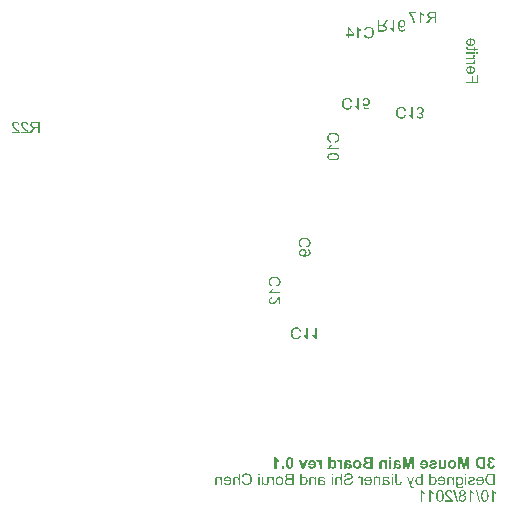
<source format=gbo>
%FSAX24Y24*%
%MOIN*%
G70*
G01*
G75*
G04 Layer_Color=32896*
%ADD10R,0.0551X0.0433*%
%ADD11R,0.0433X0.0551*%
%ADD12R,0.1024X0.0945*%
%ADD13O,0.0118X0.0709*%
%ADD14O,0.0709X0.0118*%
%ADD15O,0.0591X0.0236*%
%ADD16O,0.0354X0.0118*%
%ADD17O,0.0118X0.0354*%
%ADD18R,0.1024X0.1024*%
%ADD19R,0.0197X0.0925*%
%ADD20R,0.0925X0.0984*%
%ADD21R,0.0787X0.0866*%
%ADD22R,0.0118X0.0177*%
%ADD23R,0.0177X0.0118*%
%ADD24R,0.0236X0.0126*%
%ADD25R,0.0126X0.0236*%
%ADD26R,0.0591X0.0591*%
%ADD27O,0.0984X0.0276*%
%ADD28C,0.0080*%
%ADD29C,0.0591*%
%ADD30R,0.0591X0.0591*%
%ADD31C,0.0512*%
%ADD32C,0.0240*%
%ADD33C,0.0260*%
%ADD34C,0.0098*%
%ADD35C,0.0079*%
%ADD36C,0.0236*%
%ADD37C,0.0020*%
%ADD38C,0.0100*%
%ADD39R,0.0631X0.0513*%
%ADD40R,0.0513X0.0631*%
%ADD41R,0.1104X0.1025*%
%ADD42O,0.0198X0.0789*%
%ADD43O,0.0789X0.0198*%
%ADD44O,0.0671X0.0316*%
%ADD45O,0.0434X0.0198*%
%ADD46O,0.0198X0.0434*%
%ADD47R,0.1104X0.1104*%
%ADD48R,0.0277X0.1005*%
%ADD49R,0.1005X0.1064*%
%ADD50R,0.0867X0.0946*%
%ADD51R,0.0198X0.0257*%
%ADD52R,0.0257X0.0198*%
%ADD53R,0.0316X0.0206*%
%ADD54R,0.0206X0.0316*%
%ADD55R,0.0671X0.0671*%
%ADD56O,0.1064X0.0356*%
%ADD57C,0.0671*%
%ADD58R,0.0671X0.0671*%
%ADD59C,0.0592*%
%ADD60C,0.0320*%
%ADD61C,0.0340*%
G36*
X037106Y030876D02*
X037112Y030867D01*
X037119Y030859D01*
X037126Y030851D01*
X037132Y030844D01*
X037137Y030839D01*
X037140Y030837D01*
X037141Y030835D01*
X037142Y030835D01*
X037142Y030834D01*
X037154Y030825D01*
X037166Y030816D01*
X037177Y030808D01*
X037188Y030802D01*
X037197Y030796D01*
X037201Y030794D01*
X037205Y030792D01*
X037207Y030791D01*
X037210Y030790D01*
X037211Y030789D01*
X037211D01*
Y030744D01*
X037203Y030747D01*
X037195Y030751D01*
X037186Y030755D01*
X037179Y030759D01*
X037172Y030762D01*
X037166Y030765D01*
X037163Y030767D01*
X037162Y030768D01*
X037162D01*
X037152Y030774D01*
X037143Y030780D01*
X037135Y030785D01*
X037129Y030790D01*
X037124Y030794D01*
X037120Y030797D01*
X037117Y030800D01*
X037117Y030800D01*
Y030500D01*
X037070D01*
Y030886D01*
X037100D01*
X037106Y030876D01*
D02*
G37*
G36*
X039227Y030885D02*
X039241Y030882D01*
X039253Y030879D01*
X039263Y030875D01*
X039271Y030870D01*
X039274Y030869D01*
X039277Y030866D01*
X039279Y030865D01*
X039281Y030864D01*
X039281Y030863D01*
X039282D01*
X039292Y030854D01*
X039300Y030844D01*
X039308Y030833D01*
X039313Y030823D01*
X039318Y030814D01*
X039320Y030810D01*
X039321Y030806D01*
X039322Y030803D01*
X039323Y030801D01*
X039324Y030800D01*
Y030799D01*
X039326Y030791D01*
X039328Y030782D01*
X039331Y030764D01*
X039334Y030746D01*
X039336Y030729D01*
X039336Y030720D01*
X039337Y030713D01*
Y030706D01*
X039337Y030700D01*
Y030696D01*
Y030692D01*
Y030690D01*
Y030689D01*
X039337Y030670D01*
X039336Y030652D01*
X039334Y030635D01*
X039331Y030619D01*
X039329Y030605D01*
X039325Y030592D01*
X039322Y030580D01*
X039319Y030570D01*
X039315Y030562D01*
X039311Y030554D01*
X039309Y030547D01*
X039306Y030542D01*
X039303Y030538D01*
X039301Y030535D01*
X039300Y030533D01*
X039300Y030533D01*
X039294Y030526D01*
X039287Y030520D01*
X039280Y030514D01*
X039273Y030510D01*
X039265Y030506D01*
X039258Y030503D01*
X039251Y030501D01*
X039244Y030498D01*
X039238Y030497D01*
X039231Y030496D01*
X039226Y030494D01*
X039221Y030494D01*
X039218Y030493D01*
X039212D01*
X039197Y030494D01*
X039183Y030497D01*
X039172Y030501D01*
X039162Y030504D01*
X039153Y030508D01*
X039150Y030511D01*
X039148Y030512D01*
X039145Y030513D01*
X039144Y030514D01*
X039143Y030516D01*
X039143D01*
X039133Y030525D01*
X039124Y030535D01*
X039117Y030546D01*
X039112Y030556D01*
X039107Y030565D01*
X039105Y030569D01*
X039104Y030573D01*
X039103Y030576D01*
X039102Y030578D01*
X039101Y030579D01*
Y030580D01*
X039098Y030588D01*
X039096Y030597D01*
X039093Y030614D01*
X039090Y030633D01*
X039088Y030650D01*
X039088Y030658D01*
X039087Y030665D01*
Y030672D01*
X039087Y030678D01*
Y030683D01*
Y030686D01*
Y030689D01*
Y030689D01*
Y030700D01*
X039087Y030710D01*
Y030719D01*
X039088Y030728D01*
X039089Y030735D01*
X039089Y030743D01*
X039090Y030750D01*
X039091Y030756D01*
X039092Y030761D01*
X039093Y030766D01*
X039093Y030770D01*
X039094Y030774D01*
X039094Y030776D01*
X039095Y030778D01*
X039095Y030779D01*
Y030780D01*
X039099Y030792D01*
X039103Y030803D01*
X039107Y030812D01*
X039110Y030821D01*
X039114Y030828D01*
X039117Y030833D01*
X039119Y030836D01*
X039119Y030837D01*
X039125Y030845D01*
X039132Y030852D01*
X039138Y030859D01*
X039144Y030864D01*
X039150Y030868D01*
X039154Y030871D01*
X039157Y030872D01*
X039158Y030873D01*
X039158D01*
X039167Y030877D01*
X039177Y030880D01*
X039185Y030882D01*
X039194Y030884D01*
X039201Y030885D01*
X039207Y030886D01*
X039212D01*
X039227Y030885D01*
D02*
G37*
G36*
X039061Y030493D02*
X039023D01*
X038912Y030891D01*
X038950D01*
X039061Y030493D01*
D02*
G37*
G36*
X037404Y030876D02*
X037411Y030867D01*
X037418Y030859D01*
X037424Y030851D01*
X037431Y030844D01*
X037436Y030839D01*
X037438Y030837D01*
X037440Y030835D01*
X037441Y030835D01*
X037441Y030834D01*
X037453Y030825D01*
X037464Y030816D01*
X037475Y030808D01*
X037487Y030802D01*
X037496Y030796D01*
X037500Y030794D01*
X037503Y030792D01*
X037506Y030791D01*
X037508Y030790D01*
X037509Y030789D01*
X037510D01*
Y030744D01*
X037502Y030747D01*
X037493Y030751D01*
X037485Y030755D01*
X037477Y030759D01*
X037470Y030762D01*
X037465Y030765D01*
X037462Y030767D01*
X037461Y030768D01*
X037460D01*
X037450Y030774D01*
X037442Y030780D01*
X037434Y030785D01*
X037428Y030790D01*
X037422Y030794D01*
X037419Y030797D01*
X037416Y030800D01*
X037416Y030800D01*
Y030500D01*
X037368D01*
Y030886D01*
X037399D01*
X037404Y030876D01*
D02*
G37*
G36*
X038026Y030885D02*
X038035Y030885D01*
X038044Y030883D01*
X038053Y030881D01*
X038060Y030879D01*
X038068Y030877D01*
X038074Y030874D01*
X038080Y030871D01*
X038086Y030869D01*
X038090Y030866D01*
X038094Y030864D01*
X038098Y030861D01*
X038100Y030860D01*
X038102Y030858D01*
X038103Y030857D01*
X038104Y030857D01*
X038109Y030851D01*
X038114Y030845D01*
X038119Y030839D01*
X038123Y030832D01*
X038130Y030819D01*
X038134Y030805D01*
X038136Y030799D01*
X038138Y030793D01*
X038139Y030788D01*
X038140Y030784D01*
X038140Y030780D01*
Y030777D01*
X038141Y030775D01*
Y030775D01*
X038093Y030770D01*
X038092Y030782D01*
X038089Y030794D01*
X038086Y030804D01*
X038082Y030811D01*
X038079Y030818D01*
X038075Y030822D01*
X038073Y030825D01*
X038072Y030826D01*
X038064Y030833D01*
X038055Y030838D01*
X038045Y030842D01*
X038037Y030844D01*
X038029Y030846D01*
X038023Y030846D01*
X038020Y030847D01*
X038017D01*
X038005Y030846D01*
X037995Y030844D01*
X037986Y030841D01*
X037978Y030837D01*
X037972Y030834D01*
X037968Y030831D01*
X037966Y030829D01*
X037964Y030827D01*
X037958Y030820D01*
X037953Y030812D01*
X037949Y030804D01*
X037947Y030796D01*
X037945Y030790D01*
X037944Y030785D01*
X037944Y030781D01*
Y030781D01*
Y030780D01*
X037945Y030770D01*
X037947Y030760D01*
X037951Y030750D01*
X037955Y030741D01*
X037959Y030734D01*
X037963Y030728D01*
X037964Y030726D01*
X037966Y030724D01*
X037967Y030724D01*
Y030723D01*
X037971Y030717D01*
X037977Y030711D01*
X037983Y030704D01*
X037989Y030698D01*
X038003Y030684D01*
X038017Y030671D01*
X038024Y030665D01*
X038030Y030659D01*
X038037Y030654D01*
X038042Y030650D01*
X038045Y030647D01*
X038049Y030644D01*
X038051Y030642D01*
X038052Y030642D01*
X038065Y030630D01*
X038078Y030619D01*
X038089Y030609D01*
X038097Y030600D01*
X038104Y030593D01*
X038109Y030588D01*
X038112Y030585D01*
X038113Y030584D01*
Y030584D01*
X038121Y030574D01*
X038127Y030565D01*
X038133Y030557D01*
X038137Y030549D01*
X038140Y030542D01*
X038143Y030537D01*
X038144Y030534D01*
X038144Y030533D01*
Y030533D01*
X038146Y030527D01*
X038148Y030521D01*
X038149Y030516D01*
X038149Y030511D01*
X038150Y030506D01*
Y030503D01*
Y030501D01*
Y030500D01*
X037895D01*
Y030546D01*
X038084D01*
X038078Y030555D01*
X038074Y030559D01*
X038072Y030563D01*
X038069Y030566D01*
X038067Y030568D01*
X038065Y030570D01*
X038064Y030570D01*
X038062Y030573D01*
X038058Y030576D01*
X038050Y030583D01*
X038042Y030592D01*
X038032Y030600D01*
X038023Y030607D01*
X038019Y030610D01*
X038016Y030614D01*
X038013Y030616D01*
X038011Y030618D01*
X038010Y030619D01*
X038009Y030619D01*
X038000Y030627D01*
X037992Y030634D01*
X037984Y030642D01*
X037977Y030648D01*
X037970Y030654D01*
X037964Y030659D01*
X037959Y030664D01*
X037954Y030669D01*
X037950Y030673D01*
X037947Y030676D01*
X037944Y030679D01*
X037941Y030682D01*
X037938Y030685D01*
X037937Y030686D01*
X037929Y030696D01*
X037923Y030704D01*
X037917Y030713D01*
X037913Y030719D01*
X037909Y030725D01*
X037907Y030730D01*
X037906Y030733D01*
X037906Y030734D01*
X037902Y030742D01*
X037900Y030750D01*
X037898Y030758D01*
X037897Y030765D01*
X037896Y030771D01*
X037896Y030775D01*
Y030778D01*
Y030779D01*
X037896Y030787D01*
X037897Y030795D01*
X037898Y030803D01*
X037901Y030810D01*
X037906Y030823D01*
X037912Y030834D01*
X037915Y030839D01*
X037918Y030842D01*
X037921Y030846D01*
X037923Y030849D01*
X037926Y030851D01*
X037927Y030854D01*
X037928Y030854D01*
X037928Y030855D01*
X037934Y030860D01*
X037941Y030865D01*
X037948Y030869D01*
X037956Y030872D01*
X037970Y030878D01*
X037984Y030882D01*
X037991Y030883D01*
X037997Y030884D01*
X038002Y030885D01*
X038007Y030885D01*
X038010Y030886D01*
X038016D01*
X038026Y030885D01*
D02*
G37*
G36*
X039495Y030876D02*
X039501Y030867D01*
X039508Y030859D01*
X039515Y030851D01*
X039521Y030844D01*
X039526Y030839D01*
X039528Y030837D01*
X039530Y030835D01*
X039531Y030835D01*
X039531Y030834D01*
X039543Y030825D01*
X039554Y030816D01*
X039566Y030808D01*
X039577Y030802D01*
X039586Y030796D01*
X039590Y030794D01*
X039593Y030792D01*
X039596Y030791D01*
X039598Y030790D01*
X039599Y030789D01*
X039600D01*
Y030744D01*
X039592Y030747D01*
X039583Y030751D01*
X039575Y030755D01*
X039567Y030759D01*
X039561Y030762D01*
X039555Y030765D01*
X039552Y030767D01*
X039551Y030768D01*
X039551D01*
X039541Y030774D01*
X039532Y030780D01*
X039524Y030785D01*
X039518Y030790D01*
X039512Y030794D01*
X039509Y030797D01*
X039506Y030800D01*
X039506Y030800D01*
Y030500D01*
X039458D01*
Y030886D01*
X039489D01*
X039495Y030876D01*
D02*
G37*
G36*
X038748D02*
X038754Y030867D01*
X038761Y030859D01*
X038768Y030851D01*
X038775Y030844D01*
X038780Y030839D01*
X038782Y030837D01*
X038784Y030835D01*
X038784Y030835D01*
X038785Y030834D01*
X038796Y030825D01*
X038808Y030816D01*
X038819Y030808D01*
X038830Y030802D01*
X038840Y030796D01*
X038844Y030794D01*
X038847Y030792D01*
X038850Y030791D01*
X038852Y030790D01*
X038853Y030789D01*
X038854D01*
Y030744D01*
X038845Y030747D01*
X038837Y030751D01*
X038829Y030755D01*
X038821Y030759D01*
X038814Y030762D01*
X038809Y030765D01*
X038805Y030767D01*
X038805Y030768D01*
X038804D01*
X038794Y030774D01*
X038785Y030780D01*
X038777Y030785D01*
X038771Y030790D01*
X038766Y030794D01*
X038763Y030797D01*
X038760Y030800D01*
X038759Y030800D01*
Y030500D01*
X038712D01*
Y030886D01*
X038743D01*
X038748Y030876D01*
D02*
G37*
G36*
X038475Y030885D02*
X038484Y030885D01*
X038499Y030881D01*
X038507Y030879D01*
X038513Y030877D01*
X038519Y030874D01*
X038525Y030871D01*
X038529Y030869D01*
X038534Y030866D01*
X038538Y030864D01*
X038540Y030861D01*
X038543Y030860D01*
X038544Y030858D01*
X038545Y030857D01*
X038546Y030857D01*
X038551Y030851D01*
X038556Y030846D01*
X038560Y030840D01*
X038563Y030834D01*
X038569Y030822D01*
X038572Y030811D01*
X038574Y030801D01*
X038575Y030797D01*
X038575Y030794D01*
X038576Y030790D01*
Y030788D01*
Y030787D01*
Y030786D01*
X038575Y030776D01*
X038574Y030767D01*
X038572Y030759D01*
X038569Y030751D01*
X038567Y030746D01*
X038564Y030741D01*
X038563Y030739D01*
X038562Y030738D01*
X038556Y030731D01*
X038549Y030725D01*
X038542Y030720D01*
X038535Y030715D01*
X038528Y030712D01*
X038523Y030710D01*
X038521Y030709D01*
X038519Y030708D01*
X038519Y030708D01*
X038518D01*
X038531Y030704D01*
X038542Y030699D01*
X038551Y030693D01*
X038559Y030687D01*
X038565Y030681D01*
X038569Y030677D01*
X038572Y030674D01*
X038573Y030674D01*
Y030673D01*
X038579Y030663D01*
X038584Y030653D01*
X038587Y030643D01*
X038589Y030633D01*
X038590Y030624D01*
X038591Y030620D01*
Y030617D01*
X038592Y030614D01*
Y030612D01*
Y030611D01*
Y030610D01*
X038591Y030602D01*
X038590Y030593D01*
X038588Y030584D01*
X038586Y030576D01*
X038580Y030562D01*
X038578Y030556D01*
X038574Y030550D01*
X038571Y030544D01*
X038568Y030540D01*
X038565Y030536D01*
X038563Y030533D01*
X038560Y030530D01*
X038559Y030528D01*
X038558Y030527D01*
X038557Y030527D01*
X038551Y030521D01*
X038543Y030516D01*
X038536Y030511D01*
X038528Y030507D01*
X038521Y030504D01*
X038513Y030502D01*
X038498Y030498D01*
X038491Y030496D01*
X038485Y030495D01*
X038479Y030494D01*
X038474Y030494D01*
X038471Y030493D01*
X038465D01*
X038454Y030494D01*
X038445Y030495D01*
X038436Y030497D01*
X038427Y030498D01*
X038419Y030501D01*
X038411Y030504D01*
X038404Y030507D01*
X038398Y030510D01*
X038392Y030513D01*
X038387Y030516D01*
X038383Y030519D01*
X038380Y030522D01*
X038377Y030523D01*
X038375Y030525D01*
X038374Y030526D01*
X038373Y030527D01*
X038367Y030533D01*
X038362Y030540D01*
X038357Y030547D01*
X038353Y030554D01*
X038350Y030561D01*
X038347Y030568D01*
X038343Y030580D01*
X038341Y030587D01*
X038340Y030592D01*
X038340Y030597D01*
X038339Y030601D01*
X038338Y030604D01*
Y030607D01*
Y030609D01*
Y030609D01*
X038339Y030622D01*
X038341Y030634D01*
X038345Y030644D01*
X038348Y030653D01*
X038351Y030660D01*
X038355Y030666D01*
X038357Y030669D01*
X038357Y030670D01*
Y030670D01*
X038365Y030679D01*
X038373Y030687D01*
X038382Y030693D01*
X038391Y030699D01*
X038398Y030703D01*
X038405Y030705D01*
X038407Y030706D01*
X038409Y030707D01*
X038410Y030708D01*
X038411D01*
X038401Y030712D01*
X038392Y030717D01*
X038385Y030722D01*
X038379Y030727D01*
X038375Y030731D01*
X038371Y030735D01*
X038369Y030737D01*
X038368Y030738D01*
X038363Y030746D01*
X038360Y030754D01*
X038357Y030761D01*
X038356Y030769D01*
X038355Y030775D01*
X038354Y030780D01*
Y030784D01*
Y030784D01*
Y030785D01*
X038355Y030792D01*
X038355Y030800D01*
X038359Y030814D01*
X038364Y030826D01*
X038370Y030836D01*
X038375Y030845D01*
X038378Y030848D01*
X038380Y030851D01*
X038382Y030854D01*
X038384Y030855D01*
X038385Y030856D01*
X038385Y030856D01*
X038391Y030861D01*
X038397Y030866D01*
X038404Y030870D01*
X038411Y030874D01*
X038424Y030879D01*
X038437Y030882D01*
X038443Y030884D01*
X038448Y030884D01*
X038453Y030885D01*
X038458Y030885D01*
X038461Y030886D01*
X038466D01*
X038475Y030885D01*
D02*
G37*
G36*
X034154Y031380D02*
X034107D01*
Y031434D01*
X034154D01*
Y031380D01*
D02*
G37*
G36*
X031706D02*
X031659D01*
Y031434D01*
X031706D01*
Y031380D01*
D02*
G37*
G36*
X037140Y031050D02*
X037096D01*
Y031085D01*
X037090Y031078D01*
X037085Y031072D01*
X037079Y031066D01*
X037072Y031061D01*
X037066Y031057D01*
X037059Y031054D01*
X037053Y031051D01*
X037047Y031049D01*
X037036Y031046D01*
X037031Y031045D01*
X037027Y031044D01*
X037024D01*
X037021Y031044D01*
X037019D01*
X037010Y031044D01*
X037001Y031046D01*
X036993Y031047D01*
X036985Y031050D01*
X036970Y031056D01*
X036964Y031060D01*
X036958Y031063D01*
X036952Y031067D01*
X036948Y031071D01*
X036944Y031074D01*
X036940Y031077D01*
X036937Y031079D01*
X036935Y031081D01*
X036934Y031082D01*
X036934Y031083D01*
X036928Y031091D01*
X036922Y031099D01*
X036917Y031107D01*
X036913Y031117D01*
X036910Y031125D01*
X036907Y031135D01*
X036903Y031153D01*
X036901Y031161D01*
X036900Y031169D01*
X036899Y031175D01*
X036899Y031182D01*
X036898Y031187D01*
Y031190D01*
Y031193D01*
Y031193D01*
X036899Y031204D01*
X036899Y031215D01*
X036901Y031224D01*
X036903Y031233D01*
X036904Y031240D01*
X036905Y031245D01*
X036906Y031247D01*
X036907Y031249D01*
X036907Y031249D01*
Y031250D01*
X036910Y031259D01*
X036914Y031268D01*
X036918Y031276D01*
X036922Y031283D01*
X036925Y031288D01*
X036928Y031291D01*
X036930Y031294D01*
X036930Y031295D01*
X036936Y031301D01*
X036943Y031308D01*
X036949Y031313D01*
X036955Y031316D01*
X036960Y031320D01*
X036964Y031323D01*
X036967Y031324D01*
X036968Y031324D01*
X036976Y031328D01*
X036985Y031330D01*
X036994Y031332D01*
X037001Y031334D01*
X037007Y031334D01*
X037012Y031335D01*
X037016D01*
X037025Y031334D01*
X037033Y031333D01*
X037041Y031331D01*
X037048Y031329D01*
X037061Y031323D01*
X037072Y031316D01*
X037076Y031313D01*
X037081Y031309D01*
X037084Y031306D01*
X037087Y031303D01*
X037090Y031300D01*
X037091Y031299D01*
X037092Y031298D01*
X037092Y031297D01*
Y031434D01*
X037140D01*
Y031050D01*
D02*
G37*
G36*
X036153Y031380D02*
X036106D01*
Y031434D01*
X036153D01*
Y031380D01*
D02*
G37*
G36*
X038315Y030493D02*
X038277D01*
X038165Y030891D01*
X038203D01*
X038315Y030493D01*
D02*
G37*
G36*
X037734Y030885D02*
X037748Y030882D01*
X037760Y030879D01*
X037770Y030875D01*
X037778Y030870D01*
X037781Y030869D01*
X037784Y030866D01*
X037786Y030865D01*
X037788Y030864D01*
X037788Y030863D01*
X037789D01*
X037799Y030854D01*
X037807Y030844D01*
X037815Y030833D01*
X037820Y030823D01*
X037825Y030814D01*
X037827Y030810D01*
X037828Y030806D01*
X037829Y030803D01*
X037830Y030801D01*
X037831Y030800D01*
Y030799D01*
X037833Y030791D01*
X037835Y030782D01*
X037838Y030764D01*
X037841Y030746D01*
X037843Y030729D01*
X037843Y030720D01*
X037844Y030713D01*
Y030706D01*
X037845Y030700D01*
Y030696D01*
Y030692D01*
Y030690D01*
Y030689D01*
X037844Y030670D01*
X037843Y030652D01*
X037841Y030635D01*
X037838Y030619D01*
X037836Y030605D01*
X037832Y030592D01*
X037829Y030580D01*
X037826Y030570D01*
X037822Y030562D01*
X037818Y030554D01*
X037816Y030547D01*
X037813Y030542D01*
X037810Y030538D01*
X037808Y030535D01*
X037807Y030533D01*
X037807Y030533D01*
X037801Y030526D01*
X037794Y030520D01*
X037787Y030514D01*
X037780Y030510D01*
X037772Y030506D01*
X037765Y030503D01*
X037758Y030501D01*
X037751Y030498D01*
X037745Y030497D01*
X037739Y030496D01*
X037733Y030494D01*
X037729Y030494D01*
X037725Y030493D01*
X037719D01*
X037704Y030494D01*
X037690Y030497D01*
X037679Y030501D01*
X037669Y030504D01*
X037660Y030508D01*
X037657Y030511D01*
X037655Y030512D01*
X037653Y030513D01*
X037651Y030514D01*
X037650Y030516D01*
X037650D01*
X037640Y030525D01*
X037631Y030535D01*
X037624Y030546D01*
X037619Y030556D01*
X037614Y030565D01*
X037612Y030569D01*
X037611Y030573D01*
X037610Y030576D01*
X037609Y030578D01*
X037608Y030579D01*
Y030580D01*
X037605Y030588D01*
X037603Y030597D01*
X037600Y030614D01*
X037597Y030633D01*
X037595Y030650D01*
X037595Y030658D01*
X037594Y030665D01*
Y030672D01*
X037594Y030678D01*
Y030683D01*
Y030686D01*
Y030689D01*
Y030689D01*
Y030700D01*
X037594Y030710D01*
Y030719D01*
X037595Y030728D01*
X037596Y030735D01*
X037596Y030743D01*
X037597Y030750D01*
X037598Y030756D01*
X037599Y030761D01*
X037600Y030766D01*
X037600Y030770D01*
X037601Y030774D01*
X037601Y030776D01*
X037602Y030778D01*
X037603Y030779D01*
Y030780D01*
X037606Y030792D01*
X037610Y030803D01*
X037614Y030812D01*
X037618Y030821D01*
X037621Y030828D01*
X037624Y030833D01*
X037626Y030836D01*
X037626Y030837D01*
X037633Y030845D01*
X037639Y030852D01*
X037645Y030859D01*
X037651Y030864D01*
X037657Y030868D01*
X037661Y030871D01*
X037664Y030872D01*
X037665Y030873D01*
X037665D01*
X037674Y030877D01*
X037684Y030880D01*
X037692Y030882D01*
X037701Y030884D01*
X037708Y030885D01*
X037714Y030886D01*
X037719D01*
X037734Y030885D01*
D02*
G37*
G36*
X038602Y031380D02*
X038554D01*
Y031434D01*
X038602D01*
Y031380D01*
D02*
G37*
G36*
X036101Y031600D02*
X036027D01*
Y031879D01*
X036101D01*
Y031600D01*
D02*
G37*
G36*
X035802Y031884D02*
X035812Y031882D01*
X035821Y031880D01*
X035830Y031878D01*
X035838Y031874D01*
X035845Y031870D01*
X035853Y031865D01*
X035859Y031861D01*
X035864Y031857D01*
X035869Y031853D01*
X035874Y031849D01*
X035877Y031845D01*
X035880Y031842D01*
X035882Y031840D01*
X035883Y031838D01*
X035884Y031838D01*
Y031879D01*
X035952D01*
Y031600D01*
X035878D01*
Y031725D01*
Y031734D01*
Y031742D01*
X035878Y031749D01*
X035877Y031755D01*
Y031761D01*
X035876Y031766D01*
X035876Y031771D01*
X035875Y031775D01*
X035874Y031781D01*
X035874Y031786D01*
X035873Y031789D01*
Y031789D01*
X035870Y031795D01*
X035867Y031801D01*
X035864Y031806D01*
X035860Y031810D01*
X035857Y031813D01*
X035854Y031816D01*
X035853Y031817D01*
X035852Y031818D01*
X035846Y031821D01*
X035840Y031824D01*
X035834Y031825D01*
X035829Y031827D01*
X035824Y031828D01*
X035821Y031828D01*
X035818D01*
X035812Y031828D01*
X035807Y031827D01*
X035803Y031826D01*
X035799Y031824D01*
X035796Y031823D01*
X035794Y031821D01*
X035793Y031821D01*
X035792Y031820D01*
X035788Y031818D01*
X035785Y031814D01*
X035780Y031808D01*
X035779Y031804D01*
X035778Y031802D01*
X035777Y031800D01*
Y031800D01*
X035775Y031797D01*
X035775Y031794D01*
X035774Y031785D01*
X035773Y031775D01*
X035772Y031766D01*
X035772Y031757D01*
Y031753D01*
Y031749D01*
Y031746D01*
Y031744D01*
Y031742D01*
Y031742D01*
Y031600D01*
X035698D01*
Y031773D01*
Y031784D01*
X035698Y031794D01*
X035699Y031803D01*
X035700Y031809D01*
X035701Y031815D01*
X035702Y031819D01*
X035702Y031821D01*
Y031822D01*
X035704Y031829D01*
X035706Y031834D01*
X035708Y031840D01*
X035711Y031844D01*
X035713Y031848D01*
X035715Y031851D01*
X035716Y031853D01*
X035717Y031853D01*
X035721Y031858D01*
X035726Y031863D01*
X035731Y031866D01*
X035736Y031870D01*
X035740Y031873D01*
X035744Y031874D01*
X035747Y031875D01*
X035748Y031876D01*
X035755Y031879D01*
X035763Y031881D01*
X035770Y031882D01*
X035777Y031884D01*
X035783Y031884D01*
X035788Y031885D01*
X035792D01*
X035802Y031884D01*
D02*
G37*
G36*
X035473Y031600D02*
X035306D01*
X035297Y031601D01*
X035280D01*
X035274Y031601D01*
X035263D01*
X035259Y031602D01*
X035254D01*
X035252Y031602D01*
X035249D01*
X035238Y031604D01*
X035228Y031607D01*
X035219Y031609D01*
X035212Y031613D01*
X035205Y031616D01*
X035201Y031618D01*
X035198Y031620D01*
X035197Y031621D01*
X035189Y031627D01*
X035183Y031633D01*
X035177Y031639D01*
X035173Y031646D01*
X035169Y031652D01*
X035166Y031656D01*
X035164Y031659D01*
X035164Y031660D01*
X035160Y031669D01*
X035157Y031678D01*
X035154Y031687D01*
X035153Y031695D01*
X035152Y031702D01*
X035152Y031707D01*
Y031710D01*
Y031710D01*
Y031711D01*
X035152Y031723D01*
X035154Y031734D01*
X035158Y031744D01*
X035161Y031753D01*
X035164Y031759D01*
X035168Y031764D01*
X035170Y031768D01*
X035171Y031769D01*
X035178Y031778D01*
X035187Y031785D01*
X035196Y031791D01*
X035204Y031795D01*
X035212Y031799D01*
X035219Y031802D01*
X035221Y031803D01*
X035223Y031803D01*
X035224Y031804D01*
X035224D01*
X035215Y031809D01*
X035208Y031814D01*
X035201Y031820D01*
X035195Y031825D01*
X035192Y031830D01*
X035188Y031834D01*
X035186Y031836D01*
X035185Y031838D01*
X035180Y031846D01*
X035177Y031855D01*
X035174Y031863D01*
X035172Y031871D01*
X035171Y031878D01*
X035171Y031882D01*
Y031886D01*
Y031886D01*
Y031887D01*
X035171Y031896D01*
X035172Y031905D01*
X035174Y031912D01*
X035177Y031919D01*
X035179Y031924D01*
X035181Y031929D01*
X035182Y031931D01*
X035183Y031932D01*
X035187Y031939D01*
X035192Y031945D01*
X035197Y031951D01*
X035202Y031956D01*
X035206Y031959D01*
X035209Y031962D01*
X035212Y031964D01*
X035212Y031964D01*
X035219Y031969D01*
X035226Y031972D01*
X035233Y031975D01*
X035239Y031977D01*
X035244Y031979D01*
X035248Y031980D01*
X035251Y031980D01*
X035252D01*
X035262Y031981D01*
X035272Y031982D01*
X035283Y031983D01*
X035294Y031984D01*
X035304Y031984D01*
X035473D01*
Y031600D01*
D02*
G37*
G36*
X039232D02*
X039087D01*
X039072Y031601D01*
X039058Y031601D01*
X039046Y031602D01*
X039037Y031604D01*
X039029Y031606D01*
X039023Y031607D01*
X039021Y031607D01*
X039019D01*
X039019Y031608D01*
X039018D01*
X039006Y031612D01*
X038995Y031617D01*
X038986Y031622D01*
X038978Y031627D01*
X038972Y031632D01*
X038968Y031635D01*
X038965Y031637D01*
X038964Y031638D01*
X038954Y031649D01*
X038946Y031660D01*
X038939Y031672D01*
X038933Y031682D01*
X038929Y031692D01*
X038927Y031696D01*
X038926Y031699D01*
X038925Y031703D01*
X038923Y031705D01*
X038923Y031706D01*
Y031707D01*
X038919Y031720D01*
X038916Y031734D01*
X038913Y031747D01*
X038912Y031760D01*
X038912Y031766D01*
X038911Y031771D01*
Y031776D01*
X038911Y031780D01*
Y031784D01*
Y031786D01*
Y031788D01*
Y031788D01*
X038911Y031808D01*
X038913Y031825D01*
X038913Y031833D01*
X038915Y031840D01*
X038916Y031848D01*
X038917Y031854D01*
X038918Y031859D01*
X038920Y031864D01*
X038921Y031869D01*
X038921Y031872D01*
X038922Y031875D01*
X038923Y031877D01*
X038923Y031878D01*
Y031879D01*
X038928Y031892D01*
X038935Y031904D01*
X038941Y031915D01*
X038947Y031924D01*
X038952Y031931D01*
X038956Y031936D01*
X038959Y031940D01*
X038959Y031941D01*
X038960D01*
X038969Y031950D01*
X038979Y031957D01*
X038989Y031963D01*
X038998Y031968D01*
X039006Y031972D01*
X039012Y031975D01*
X039014Y031975D01*
X039016Y031976D01*
X039017Y031976D01*
X039018D01*
X039028Y031979D01*
X039040Y031981D01*
X039052Y031982D01*
X039064Y031983D01*
X039074Y031984D01*
X039079Y031984D01*
X039232D01*
Y031600D01*
D02*
G37*
G36*
X037922Y031702D02*
X037922Y031688D01*
X037921Y031676D01*
X037919Y031665D01*
X037917Y031657D01*
X037916Y031649D01*
X037914Y031644D01*
X037913Y031642D01*
X037912Y031641D01*
X037908Y031633D01*
X037903Y031626D01*
X037898Y031620D01*
X037892Y031615D01*
X037888Y031611D01*
X037883Y031608D01*
X037881Y031607D01*
X037880Y031606D01*
X037872Y031602D01*
X037863Y031599D01*
X037854Y031597D01*
X037846Y031596D01*
X037839Y031594D01*
X037834Y031594D01*
X037829D01*
X037820Y031594D01*
X037810Y031596D01*
X037801Y031598D01*
X037793Y031600D01*
X037787Y031602D01*
X037782Y031604D01*
X037778Y031606D01*
X037777Y031606D01*
X037768Y031611D01*
X037761Y031617D01*
X037753Y031623D01*
X037748Y031629D01*
X037743Y031634D01*
X037740Y031638D01*
X037737Y031641D01*
X037737Y031642D01*
Y031600D01*
X037669D01*
Y031879D01*
X037742D01*
Y031761D01*
Y031750D01*
Y031741D01*
X037743Y031732D01*
X037743Y031724D01*
Y031717D01*
X037744Y031711D01*
X037745Y031706D01*
X037745Y031701D01*
X037746Y031697D01*
X037746Y031694D01*
X037747Y031692D01*
Y031689D01*
X037748Y031687D01*
Y031686D01*
X037750Y031680D01*
X037753Y031675D01*
X037757Y031672D01*
X037760Y031668D01*
X037763Y031664D01*
X037766Y031662D01*
X037768Y031661D01*
X037768Y031660D01*
X037774Y031657D01*
X037780Y031655D01*
X037786Y031653D01*
X037791Y031652D01*
X037796Y031651D01*
X037799Y031651D01*
X037802D01*
X037808Y031651D01*
X037813Y031652D01*
X037818Y031653D01*
X037822Y031654D01*
X037826Y031655D01*
X037828Y031657D01*
X037829Y031657D01*
X037830Y031658D01*
X037834Y031661D01*
X037837Y031664D01*
X037839Y031668D01*
X037841Y031671D01*
X037843Y031674D01*
X037844Y031677D01*
X037844Y031678D01*
Y031679D01*
X037845Y031682D01*
X037846Y031685D01*
X037846Y031690D01*
X037847Y031695D01*
X037847Y031707D01*
X037848Y031720D01*
X037848Y031732D01*
Y031737D01*
Y031741D01*
Y031745D01*
Y031748D01*
Y031750D01*
Y031750D01*
Y031879D01*
X037922D01*
Y031702D01*
D02*
G37*
G36*
X037198Y031884D02*
X037208Y031883D01*
X037217Y031881D01*
X037226Y031879D01*
X037234Y031876D01*
X037241Y031873D01*
X037248Y031869D01*
X037255Y031865D01*
X037260Y031861D01*
X037265Y031858D01*
X037269Y031854D01*
X037273Y031851D01*
X037276Y031849D01*
X037278Y031847D01*
X037279Y031846D01*
X037280Y031845D01*
X037286Y031838D01*
X037291Y031829D01*
X037296Y031821D01*
X037301Y031812D01*
X037304Y031803D01*
X037307Y031794D01*
X037311Y031776D01*
X037313Y031768D01*
X037314Y031761D01*
X037314Y031754D01*
X037315Y031749D01*
X037316Y031744D01*
Y031740D01*
Y031738D01*
Y031737D01*
X037315Y031727D01*
X037314Y031716D01*
X037313Y031707D01*
X037311Y031698D01*
X037309Y031689D01*
X037307Y031681D01*
X037304Y031674D01*
X037302Y031667D01*
X037299Y031661D01*
X037297Y031656D01*
X037294Y031652D01*
X037293Y031648D01*
X037291Y031645D01*
X037289Y031643D01*
X037289Y031642D01*
X037288Y031641D01*
X037281Y031633D01*
X037274Y031626D01*
X037266Y031619D01*
X037257Y031614D01*
X037248Y031609D01*
X037239Y031606D01*
X037230Y031602D01*
X037221Y031600D01*
X037213Y031598D01*
X037206Y031597D01*
X037198Y031596D01*
X037192Y031594D01*
X037187D01*
X037184Y031594D01*
X037181D01*
X037165Y031595D01*
X037150Y031597D01*
X037137Y031601D01*
X037126Y031604D01*
X037121Y031607D01*
X037117Y031608D01*
X037113Y031610D01*
X037110Y031612D01*
X037108Y031613D01*
X037106Y031614D01*
X037105Y031615D01*
X037105D01*
X037094Y031624D01*
X037085Y031633D01*
X037077Y031644D01*
X037071Y031654D01*
X037066Y031663D01*
X037064Y031667D01*
X037062Y031670D01*
X037061Y031673D01*
X037060Y031675D01*
X037060Y031676D01*
Y031677D01*
X037133Y031689D01*
X037136Y031682D01*
X037139Y031675D01*
X037141Y031670D01*
X037145Y031665D01*
X037147Y031662D01*
X037149Y031660D01*
X037151Y031659D01*
X037151Y031658D01*
X037156Y031655D01*
X037161Y031653D01*
X037166Y031651D01*
X037170Y031650D01*
X037174Y031649D01*
X037177Y031649D01*
X037180D01*
X037189Y031649D01*
X037197Y031652D01*
X037205Y031654D01*
X037211Y031658D01*
X037216Y031661D01*
X037220Y031664D01*
X037222Y031666D01*
X037223Y031667D01*
X037228Y031674D01*
X037232Y031682D01*
X037236Y031691D01*
X037238Y031699D01*
X037239Y031707D01*
X037240Y031712D01*
X037240Y031714D01*
Y031716D01*
Y031717D01*
Y031718D01*
X037056D01*
Y031733D01*
X037057Y031747D01*
X037059Y031760D01*
X037061Y031773D01*
X037064Y031784D01*
X037066Y031794D01*
X037070Y031804D01*
X037073Y031812D01*
X037076Y031819D01*
X037080Y031826D01*
X037082Y031831D01*
X037085Y031835D01*
X037087Y031839D01*
X037089Y031841D01*
X037090Y031843D01*
X037091Y031843D01*
X037097Y031850D01*
X037105Y031857D01*
X037113Y031863D01*
X037121Y031867D01*
X037129Y031871D01*
X037137Y031875D01*
X037145Y031878D01*
X037153Y031880D01*
X037160Y031881D01*
X037167Y031882D01*
X037173Y031884D01*
X037178Y031884D01*
X037182Y031885D01*
X037188D01*
X037198Y031884D01*
D02*
G37*
G36*
X033469D02*
X033479Y031883D01*
X033488Y031881D01*
X033497Y031879D01*
X033505Y031876D01*
X033512Y031873D01*
X033519Y031869D01*
X033525Y031865D01*
X033531Y031861D01*
X033536Y031858D01*
X033540Y031854D01*
X033544Y031851D01*
X033547Y031849D01*
X033549Y031847D01*
X033550Y031846D01*
X033550Y031845D01*
X033557Y031838D01*
X033562Y031829D01*
X033567Y031821D01*
X033572Y031812D01*
X033575Y031803D01*
X033578Y031794D01*
X033582Y031776D01*
X033584Y031768D01*
X033585Y031761D01*
X033585Y031754D01*
X033586Y031749D01*
X033587Y031744D01*
Y031740D01*
Y031738D01*
Y031737D01*
X033586Y031727D01*
X033585Y031716D01*
X033584Y031707D01*
X033582Y031698D01*
X033580Y031689D01*
X033578Y031681D01*
X033575Y031674D01*
X033573Y031667D01*
X033570Y031661D01*
X033568Y031656D01*
X033565Y031652D01*
X033564Y031648D01*
X033562Y031645D01*
X033560Y031643D01*
X033560Y031642D01*
X033559Y031641D01*
X033552Y031633D01*
X033545Y031626D01*
X033537Y031619D01*
X033528Y031614D01*
X033519Y031609D01*
X033510Y031606D01*
X033501Y031602D01*
X033492Y031600D01*
X033484Y031598D01*
X033477Y031597D01*
X033469Y031596D01*
X033463Y031594D01*
X033458D01*
X033455Y031594D01*
X033452D01*
X033436Y031595D01*
X033421Y031597D01*
X033408Y031601D01*
X033397Y031604D01*
X033392Y031607D01*
X033388Y031608D01*
X033384Y031610D01*
X033381Y031612D01*
X033379Y031613D01*
X033377Y031614D01*
X033376Y031615D01*
X033376D01*
X033365Y031624D01*
X033356Y031633D01*
X033348Y031644D01*
X033342Y031654D01*
X033337Y031663D01*
X033335Y031667D01*
X033333Y031670D01*
X033332Y031673D01*
X033331Y031675D01*
X033331Y031676D01*
Y031677D01*
X033404Y031689D01*
X033407Y031682D01*
X033409Y031675D01*
X033412Y031670D01*
X033416Y031665D01*
X033418Y031662D01*
X033420Y031660D01*
X033422Y031659D01*
X033422Y031658D01*
X033427Y031655D01*
X033432Y031653D01*
X033437Y031651D01*
X033441Y031650D01*
X033445Y031649D01*
X033448Y031649D01*
X033451D01*
X033460Y031649D01*
X033468Y031652D01*
X033476Y031654D01*
X033482Y031658D01*
X033487Y031661D01*
X033491Y031664D01*
X033493Y031666D01*
X033494Y031667D01*
X033499Y031674D01*
X033503Y031682D01*
X033507Y031691D01*
X033509Y031699D01*
X033510Y031707D01*
X033510Y031712D01*
X033511Y031714D01*
Y031716D01*
Y031717D01*
Y031718D01*
X033327D01*
Y031733D01*
X033328Y031747D01*
X033330Y031760D01*
X033332Y031773D01*
X033335Y031784D01*
X033337Y031794D01*
X033341Y031804D01*
X033344Y031812D01*
X033347Y031819D01*
X033351Y031826D01*
X033353Y031831D01*
X033356Y031835D01*
X033358Y031839D01*
X033360Y031841D01*
X033361Y031843D01*
X033362Y031843D01*
X033368Y031850D01*
X033376Y031857D01*
X033384Y031863D01*
X033392Y031867D01*
X033400Y031871D01*
X033408Y031875D01*
X033416Y031878D01*
X033424Y031880D01*
X033431Y031881D01*
X033438Y031882D01*
X033444Y031884D01*
X033449Y031884D01*
X033453Y031885D01*
X033459D01*
X033469Y031884D01*
D02*
G37*
G36*
X034339D02*
X034344Y031884D01*
X034350Y031882D01*
X034354Y031880D01*
X034358Y031879D01*
X034361Y031878D01*
X034363Y031876D01*
X034364Y031876D01*
X034369Y031872D01*
X034374Y031866D01*
X034380Y031860D01*
X034384Y031854D01*
X034388Y031848D01*
X034392Y031843D01*
X034394Y031840D01*
X034395Y031839D01*
Y031879D01*
X034463D01*
Y031600D01*
X034389D01*
Y031685D01*
Y031698D01*
Y031710D01*
X034388Y031720D01*
X034388Y031730D01*
Y031739D01*
X034387Y031746D01*
X034387Y031753D01*
X034386Y031759D01*
X034386Y031764D01*
X034385Y031768D01*
X034385Y031771D01*
Y031774D01*
X034384Y031776D01*
X034384Y031778D01*
Y031779D01*
X034381Y031786D01*
X034379Y031793D01*
X034376Y031799D01*
X034373Y031803D01*
X034371Y031806D01*
X034369Y031808D01*
X034367Y031809D01*
X034367Y031810D01*
X034362Y031813D01*
X034358Y031815D01*
X034354Y031816D01*
X034350Y031818D01*
X034346Y031818D01*
X034343Y031819D01*
X034341D01*
X034335Y031818D01*
X034329Y031817D01*
X034323Y031815D01*
X034317Y031813D01*
X034313Y031810D01*
X034310Y031808D01*
X034307Y031807D01*
X034306Y031806D01*
X034283Y031870D01*
X034292Y031875D01*
X034300Y031879D01*
X034309Y031881D01*
X034316Y031883D01*
X034322Y031884D01*
X034327Y031885D01*
X034332D01*
X034339Y031884D01*
D02*
G37*
G36*
X034975D02*
X034989Y031882D01*
X035002Y031879D01*
X035013Y031876D01*
X035017Y031874D01*
X035022Y031872D01*
X035026Y031871D01*
X035028Y031869D01*
X035031Y031868D01*
X035033Y031867D01*
X035034Y031866D01*
X035035D01*
X035046Y031859D01*
X035056Y031850D01*
X035065Y031841D01*
X035072Y031833D01*
X035078Y031825D01*
X035082Y031819D01*
X035084Y031817D01*
X035084Y031815D01*
X035086Y031814D01*
Y031814D01*
X035092Y031801D01*
X035096Y031788D01*
X035099Y031776D01*
X035101Y031766D01*
X035102Y031757D01*
X035103Y031753D01*
Y031749D01*
X035103Y031747D01*
Y031745D01*
Y031744D01*
Y031743D01*
X035103Y031726D01*
X035101Y031710D01*
X035098Y031696D01*
X035096Y031690D01*
X035094Y031684D01*
X035093Y031679D01*
X035091Y031675D01*
X035089Y031671D01*
X035088Y031668D01*
X035087Y031665D01*
X035086Y031663D01*
X035086Y031662D01*
Y031662D01*
X035078Y031650D01*
X035069Y031640D01*
X035061Y031631D01*
X035052Y031624D01*
X035045Y031618D01*
X035038Y031614D01*
X035036Y031613D01*
X035035Y031612D01*
X035033Y031611D01*
X035033D01*
X035020Y031606D01*
X035007Y031601D01*
X034995Y031598D01*
X034983Y031596D01*
X034973Y031595D01*
X034970Y031594D01*
X034966D01*
X034963Y031594D01*
X034960D01*
X034948Y031594D01*
X034937Y031596D01*
X034927Y031598D01*
X034917Y031601D01*
X034908Y031603D01*
X034900Y031607D01*
X034892Y031611D01*
X034885Y031614D01*
X034879Y031618D01*
X034873Y031622D01*
X034868Y031626D01*
X034864Y031628D01*
X034861Y031631D01*
X034859Y031633D01*
X034857Y031634D01*
X034857Y031635D01*
X034850Y031643D01*
X034844Y031652D01*
X034838Y031660D01*
X034833Y031669D01*
X034829Y031678D01*
X034826Y031687D01*
X034823Y031695D01*
X034821Y031703D01*
X034819Y031710D01*
X034818Y031718D01*
X034817Y031724D01*
X034816Y031729D01*
X034816Y031734D01*
Y031737D01*
Y031739D01*
Y031740D01*
X034816Y031752D01*
X034818Y031763D01*
X034820Y031773D01*
X034822Y031783D01*
X034825Y031791D01*
X034829Y031800D01*
X034832Y031808D01*
X034836Y031815D01*
X034840Y031821D01*
X034844Y031828D01*
X034847Y031832D01*
X034850Y031836D01*
X034852Y031839D01*
X034855Y031842D01*
X034856Y031843D01*
X034856Y031844D01*
X034864Y031851D01*
X034872Y031857D01*
X034881Y031863D01*
X034890Y031868D01*
X034899Y031871D01*
X034907Y031875D01*
X034915Y031878D01*
X034924Y031880D01*
X034931Y031881D01*
X034938Y031882D01*
X034944Y031884D01*
X034950Y031884D01*
X034954Y031885D01*
X034960D01*
X034975Y031884D01*
D02*
G37*
G36*
X034069Y031846D02*
X034076Y031853D01*
X034083Y031859D01*
X034089Y031864D01*
X034097Y031869D01*
X034103Y031872D01*
X034110Y031875D01*
X034117Y031878D01*
X034123Y031880D01*
X034129Y031881D01*
X034134Y031882D01*
X034139Y031884D01*
X034143Y031884D01*
X034146Y031885D01*
X034150D01*
X034160Y031884D01*
X034169Y031883D01*
X034177Y031881D01*
X034185Y031879D01*
X034199Y031873D01*
X034206Y031870D01*
X034211Y031866D01*
X034217Y031863D01*
X034221Y031859D01*
X034225Y031856D01*
X034229Y031854D01*
X034231Y031851D01*
X034233Y031849D01*
X034234Y031848D01*
X034235Y031848D01*
X034240Y031840D01*
X034245Y031833D01*
X034250Y031824D01*
X034254Y031815D01*
X034257Y031806D01*
X034260Y031798D01*
X034264Y031780D01*
X034265Y031772D01*
X034266Y031764D01*
X034266Y031758D01*
X034267Y031752D01*
X034268Y031747D01*
Y031743D01*
Y031740D01*
Y031740D01*
X034267Y031727D01*
X034266Y031715D01*
X034264Y031704D01*
X034262Y031694D01*
X034260Y031684D01*
X034257Y031675D01*
X034254Y031668D01*
X034250Y031660D01*
X034248Y031654D01*
X034244Y031648D01*
X034241Y031643D01*
X034239Y031639D01*
X034237Y031636D01*
X034235Y031634D01*
X034234Y031633D01*
X034234Y031632D01*
X034227Y031626D01*
X034220Y031619D01*
X034213Y031614D01*
X034206Y031610D01*
X034199Y031606D01*
X034193Y031603D01*
X034186Y031601D01*
X034180Y031599D01*
X034174Y031597D01*
X034168Y031596D01*
X034164Y031595D01*
X034159Y031594D01*
X034156Y031594D01*
X034152D01*
X034143Y031594D01*
X034134Y031596D01*
X034126Y031597D01*
X034119Y031599D01*
X034113Y031602D01*
X034108Y031603D01*
X034105Y031604D01*
X034104Y031605D01*
X034096Y031610D01*
X034088Y031616D01*
X034081Y031622D01*
X034075Y031627D01*
X034070Y031632D01*
X034067Y031637D01*
X034064Y031639D01*
X034064Y031641D01*
Y031600D01*
X033996D01*
Y031984D01*
X034069D01*
Y031846D01*
D02*
G37*
G36*
X032720Y031986D02*
X032730Y031985D01*
X032739Y031982D01*
X032747Y031980D01*
X032755Y031977D01*
X032762Y031974D01*
X032768Y031970D01*
X032775Y031966D01*
X032780Y031962D01*
X032785Y031959D01*
X032788Y031956D01*
X032791Y031952D01*
X032794Y031950D01*
X032796Y031948D01*
X032797Y031947D01*
X032797Y031946D01*
X032804Y031937D01*
X032810Y031926D01*
X032815Y031914D01*
X032819Y031902D01*
X032822Y031889D01*
X032826Y031876D01*
X032828Y031863D01*
X032830Y031850D01*
X032831Y031838D01*
X032832Y031827D01*
X032833Y031816D01*
X032834Y031808D01*
X032834Y031800D01*
Y031795D01*
Y031793D01*
Y031791D01*
Y031790D01*
Y031790D01*
X032834Y031770D01*
X032833Y031752D01*
X032831Y031734D01*
X032829Y031719D01*
X032827Y031705D01*
X032824Y031692D01*
X032821Y031681D01*
X032817Y031671D01*
X032815Y031663D01*
X032811Y031655D01*
X032808Y031649D01*
X032806Y031644D01*
X032804Y031641D01*
X032802Y031638D01*
X032801Y031636D01*
X032801Y031636D01*
X032794Y031628D01*
X032787Y031622D01*
X032780Y031616D01*
X032772Y031611D01*
X032765Y031607D01*
X032757Y031603D01*
X032750Y031601D01*
X032742Y031598D01*
X032736Y031596D01*
X032730Y031595D01*
X032724Y031594D01*
X032720Y031593D01*
X032716D01*
X032712Y031593D01*
X032710D01*
X032700Y031593D01*
X032691Y031594D01*
X032681Y031597D01*
X032673Y031599D01*
X032665Y031602D01*
X032658Y031605D01*
X032652Y031609D01*
X032646Y031613D01*
X032641Y031616D01*
X032636Y031620D01*
X032632Y031623D01*
X032629Y031626D01*
X032626Y031628D01*
X032625Y031631D01*
X032624Y031632D01*
X032623Y031632D01*
X032616Y031642D01*
X032611Y031653D01*
X032605Y031664D01*
X032601Y031677D01*
X032598Y031690D01*
X032595Y031703D01*
X032592Y031716D01*
X032590Y031729D01*
X032589Y031741D01*
X032588Y031752D01*
X032586Y031763D01*
X032586Y031771D01*
X032585Y031779D01*
Y031784D01*
Y031786D01*
Y031788D01*
Y031789D01*
Y031789D01*
X032586Y031809D01*
X032587Y031828D01*
X032589Y031844D01*
X032591Y031860D01*
X032594Y031874D01*
X032597Y031887D01*
X032601Y031899D01*
X032604Y031909D01*
X032608Y031918D01*
X032611Y031925D01*
X032614Y031932D01*
X032617Y031937D01*
X032620Y031941D01*
X032621Y031944D01*
X032622Y031946D01*
X032623Y031946D01*
X032629Y031954D01*
X032636Y031960D01*
X032643Y031965D01*
X032650Y031970D01*
X032657Y031974D01*
X032665Y031976D01*
X032671Y031979D01*
X032679Y031981D01*
X032685Y031983D01*
X032691Y031984D01*
X032696Y031985D01*
X032701Y031986D01*
X032705Y031986D01*
X032710D01*
X032720Y031986D01*
D02*
G37*
G36*
X037513Y031884D02*
X037522Y031882D01*
X037531Y031881D01*
X037539Y031879D01*
X037546Y031877D01*
X037553Y031875D01*
X037559Y031873D01*
X037564Y031870D01*
X037568Y031868D01*
X037572Y031865D01*
X037575Y031864D01*
X037578Y031862D01*
X037579Y031861D01*
X037580Y031860D01*
X037580Y031860D01*
X037585Y031855D01*
X037590Y031850D01*
X037594Y031845D01*
X037596Y031840D01*
X037602Y031830D01*
X037605Y031820D01*
X037607Y031812D01*
X037608Y031808D01*
X037608Y031805D01*
X037609Y031803D01*
Y031801D01*
Y031800D01*
Y031799D01*
X037608Y031792D01*
X037607Y031785D01*
X037606Y031779D01*
X037604Y031773D01*
X037598Y031762D01*
X037592Y031753D01*
X037586Y031746D01*
X037581Y031741D01*
X037579Y031739D01*
X037578Y031738D01*
X037576Y031737D01*
X037576Y031737D01*
X037571Y031734D01*
X037564Y031730D01*
X037556Y031727D01*
X037548Y031724D01*
X037539Y031721D01*
X037530Y031718D01*
X037510Y031713D01*
X037501Y031710D01*
X037492Y031708D01*
X037484Y031705D01*
X037477Y031704D01*
X037471Y031703D01*
X037467Y031702D01*
X037464Y031700D01*
X037463D01*
X037456Y031699D01*
X037451Y031697D01*
X037447Y031695D01*
X037443Y031694D01*
X037441Y031693D01*
X037439Y031692D01*
X037438Y031691D01*
X037435Y031687D01*
X037433Y031682D01*
X037433Y031679D01*
Y031678D01*
Y031677D01*
X037433Y031673D01*
X037434Y031669D01*
X037436Y031665D01*
X037438Y031663D01*
X037439Y031660D01*
X037441Y031659D01*
X037442Y031658D01*
X037443Y031657D01*
X037449Y031654D01*
X037455Y031652D01*
X037463Y031649D01*
X037469Y031648D01*
X037475Y031648D01*
X037481Y031647D01*
X037485D01*
X037495Y031648D01*
X037503Y031649D01*
X037510Y031651D01*
X037515Y031653D01*
X037520Y031654D01*
X037523Y031656D01*
X037525Y031657D01*
X037526Y031658D01*
X037531Y031662D01*
X037535Y031668D01*
X037538Y031673D01*
X037541Y031678D01*
X037543Y031683D01*
X037544Y031687D01*
X037545Y031689D01*
Y031690D01*
X037619Y031679D01*
X037614Y031665D01*
X037608Y031653D01*
X037601Y031642D01*
X037594Y031633D01*
X037587Y031626D01*
X037581Y031621D01*
X037579Y031619D01*
X037578Y031618D01*
X037576Y031617D01*
X037576Y031617D01*
X037569Y031613D01*
X037563Y031609D01*
X037548Y031603D01*
X037533Y031599D01*
X037518Y031597D01*
X037511Y031596D01*
X037505Y031595D01*
X037500Y031594D01*
X037495D01*
X037491Y031594D01*
X037485D01*
X037474Y031594D01*
X037464Y031595D01*
X037454Y031597D01*
X037444Y031598D01*
X037436Y031600D01*
X037428Y031603D01*
X037421Y031605D01*
X037415Y031608D01*
X037409Y031610D01*
X037404Y031613D01*
X037400Y031615D01*
X037397Y031617D01*
X037394Y031619D01*
X037393Y031620D01*
X037392Y031621D01*
X037391Y031621D01*
X037385Y031627D01*
X037380Y031632D01*
X037376Y031638D01*
X037372Y031643D01*
X037369Y031649D01*
X037367Y031654D01*
X037363Y031664D01*
X037361Y031674D01*
X037360Y031678D01*
X037359Y031680D01*
X037359Y031683D01*
Y031685D01*
Y031687D01*
Y031687D01*
X037360Y031699D01*
X037363Y031710D01*
X037366Y031720D01*
X037371Y031728D01*
X037375Y031734D01*
X037378Y031738D01*
X037381Y031740D01*
X037382Y031742D01*
X037387Y031745D01*
X037392Y031749D01*
X037398Y031752D01*
X037405Y031755D01*
X037418Y031760D01*
X037432Y031765D01*
X037444Y031769D01*
X037450Y031770D01*
X037455Y031772D01*
X037459Y031773D01*
X037462Y031774D01*
X037464Y031774D01*
X037464D01*
X037475Y031777D01*
X037484Y031779D01*
X037493Y031781D01*
X037500Y031784D01*
X037506Y031785D01*
X037512Y031787D01*
X037516Y031789D01*
X037521Y031790D01*
X037524Y031791D01*
X037527Y031793D01*
X037529Y031793D01*
X037530Y031794D01*
X037533Y031795D01*
X037533Y031795D01*
X037535Y031798D01*
X037537Y031800D01*
X037539Y031804D01*
X037540Y031808D01*
Y031808D01*
Y031809D01*
X037540Y031812D01*
X037539Y031815D01*
X037536Y031820D01*
X037533Y031823D01*
X037533Y031824D01*
X037532D01*
X037526Y031826D01*
X037520Y031829D01*
X037514Y031830D01*
X037506Y031831D01*
X037500Y031831D01*
X037495Y031832D01*
X037490D01*
X037482Y031831D01*
X037475Y031831D01*
X037469Y031829D01*
X037464Y031828D01*
X037460Y031826D01*
X037457Y031825D01*
X037455Y031824D01*
X037455Y031823D01*
X037450Y031820D01*
X037447Y031816D01*
X037444Y031812D01*
X037442Y031808D01*
X037440Y031804D01*
X037439Y031801D01*
X037438Y031799D01*
Y031799D01*
X037368Y031811D01*
X037373Y031824D01*
X037379Y031835D01*
X037385Y031845D01*
X037392Y031852D01*
X037397Y031858D01*
X037402Y031863D01*
X037405Y031865D01*
X037406Y031866D01*
X037407D01*
X037412Y031869D01*
X037418Y031872D01*
X037432Y031877D01*
X037445Y031880D01*
X037459Y031882D01*
X037466Y031883D01*
X037472Y031884D01*
X037478Y031884D01*
X037482Y031885D01*
X037503D01*
X037513Y031884D01*
D02*
G37*
G36*
X033653Y031884D02*
X033658Y031884D01*
X033664Y031882D01*
X033668Y031880D01*
X033672Y031879D01*
X033675Y031878D01*
X033677Y031876D01*
X033678Y031876D01*
X033683Y031872D01*
X033688Y031866D01*
X033694Y031860D01*
X033698Y031854D01*
X033703Y031848D01*
X033706Y031843D01*
X033708Y031840D01*
X033709Y031839D01*
Y031879D01*
X033777D01*
Y031600D01*
X033703D01*
Y031685D01*
Y031698D01*
Y031710D01*
X033703Y031720D01*
X033702Y031730D01*
Y031739D01*
X033701Y031746D01*
X033701Y031753D01*
X033700Y031759D01*
X033700Y031764D01*
X033699Y031768D01*
X033699Y031771D01*
Y031774D01*
X033698Y031776D01*
X033698Y031778D01*
Y031779D01*
X033695Y031786D01*
X033693Y031793D01*
X033690Y031799D01*
X033687Y031803D01*
X033685Y031806D01*
X033683Y031808D01*
X033681Y031809D01*
X033681Y031810D01*
X033676Y031813D01*
X033672Y031815D01*
X033668Y031816D01*
X033664Y031818D01*
X033660Y031818D01*
X033657Y031819D01*
X033655D01*
X033649Y031818D01*
X033643Y031817D01*
X033637Y031815D01*
X033631Y031813D01*
X033627Y031810D01*
X033624Y031808D01*
X033621Y031807D01*
X033620Y031806D01*
X033597Y031870D01*
X033606Y031875D01*
X033614Y031879D01*
X033623Y031881D01*
X033630Y031883D01*
X033636Y031884D01*
X033641Y031885D01*
X033646D01*
X033653Y031884D01*
D02*
G37*
G36*
X032520Y031600D02*
X032447D01*
Y031674D01*
X032520D01*
Y031600D01*
D02*
G37*
G36*
X038138Y031884D02*
X038151Y031882D01*
X038164Y031879D01*
X038175Y031876D01*
X038180Y031874D01*
X038184Y031872D01*
X038188Y031871D01*
X038191Y031869D01*
X038194Y031868D01*
X038195Y031867D01*
X038196Y031866D01*
X038197D01*
X038209Y031859D01*
X038219Y031850D01*
X038227Y031841D01*
X038235Y031833D01*
X038240Y031825D01*
X038245Y031819D01*
X038246Y031817D01*
X038247Y031815D01*
X038248Y031814D01*
Y031814D01*
X038254Y031801D01*
X038258Y031788D01*
X038261Y031776D01*
X038264Y031766D01*
X038265Y031757D01*
X038265Y031753D01*
Y031749D01*
X038266Y031747D01*
Y031745D01*
Y031744D01*
Y031743D01*
X038265Y031726D01*
X038263Y031710D01*
X038260Y031696D01*
X038259Y031690D01*
X038257Y031684D01*
X038255Y031679D01*
X038254Y031675D01*
X038252Y031671D01*
X038251Y031668D01*
X038250Y031665D01*
X038249Y031663D01*
X038248Y031662D01*
Y031662D01*
X038240Y031650D01*
X038232Y031640D01*
X038223Y031631D01*
X038215Y031624D01*
X038207Y031618D01*
X038201Y031614D01*
X038199Y031613D01*
X038197Y031612D01*
X038196Y031611D01*
X038195D01*
X038182Y031606D01*
X038169Y031601D01*
X038157Y031598D01*
X038145Y031596D01*
X038136Y031595D01*
X038132Y031594D01*
X038129D01*
X038126Y031594D01*
X038122D01*
X038110Y031594D01*
X038100Y031596D01*
X038089Y031598D01*
X038080Y031601D01*
X038070Y031603D01*
X038062Y031607D01*
X038054Y031611D01*
X038047Y031614D01*
X038041Y031618D01*
X038035Y031622D01*
X038030Y031626D01*
X038027Y031628D01*
X038023Y031631D01*
X038021Y031633D01*
X038020Y031634D01*
X038019Y031635D01*
X038012Y031643D01*
X038006Y031652D01*
X038000Y031660D01*
X037995Y031669D01*
X037992Y031678D01*
X037988Y031687D01*
X037985Y031695D01*
X037983Y031703D01*
X037982Y031710D01*
X037980Y031718D01*
X037979Y031724D01*
X037979Y031729D01*
X037978Y031734D01*
Y031737D01*
Y031739D01*
Y031740D01*
X037979Y031752D01*
X037980Y031763D01*
X037982Y031773D01*
X037984Y031783D01*
X037988Y031791D01*
X037991Y031800D01*
X037995Y031808D01*
X037998Y031815D01*
X038002Y031821D01*
X038006Y031828D01*
X038009Y031832D01*
X038013Y031836D01*
X038015Y031839D01*
X038017Y031842D01*
X038018Y031843D01*
X038019Y031844D01*
X038027Y031851D01*
X038035Y031857D01*
X038043Y031863D01*
X038052Y031868D01*
X038061Y031871D01*
X038069Y031875D01*
X038078Y031878D01*
X038086Y031880D01*
X038093Y031881D01*
X038100Y031882D01*
X038106Y031884D01*
X038112Y031884D01*
X038116Y031885D01*
X038123D01*
X038138Y031884D01*
D02*
G37*
G36*
X033467Y031334D02*
X033477Y031332D01*
X033486Y031330D01*
X033494Y031328D01*
X033502Y031324D01*
X033509Y031320D01*
X033516Y031316D01*
X033522Y031312D01*
X033527Y031308D01*
X033532Y031303D01*
X033535Y031299D01*
X033539Y031296D01*
X033541Y031293D01*
X033543Y031291D01*
X033544Y031289D01*
X033544Y031289D01*
Y031329D01*
X033587D01*
Y031050D01*
X033539D01*
Y031202D01*
Y031211D01*
X033538Y031220D01*
X033537Y031228D01*
X033536Y031235D01*
X033534Y031242D01*
X033533Y031248D01*
X033530Y031254D01*
X033528Y031258D01*
X033527Y031262D01*
X033524Y031265D01*
X033523Y031268D01*
X033521Y031270D01*
X033519Y031273D01*
X033518Y031274D01*
X033509Y031281D01*
X033500Y031285D01*
X033492Y031289D01*
X033484Y031291D01*
X033477Y031293D01*
X033471Y031293D01*
X033469Y031294D01*
X033466D01*
X033459Y031293D01*
X033453Y031293D01*
X033447Y031291D01*
X033443Y031289D01*
X033439Y031288D01*
X033436Y031286D01*
X033434Y031285D01*
X033433Y031285D01*
X033428Y031281D01*
X033424Y031278D01*
X033421Y031274D01*
X033418Y031270D01*
X033416Y031267D01*
X033414Y031264D01*
X033413Y031263D01*
Y031262D01*
X033412Y031256D01*
X033410Y031249D01*
X033409Y031242D01*
X033408Y031235D01*
X033408Y031229D01*
Y031224D01*
Y031220D01*
Y031219D01*
Y031219D01*
Y031050D01*
X033361D01*
Y031221D01*
Y031233D01*
X033361Y031242D01*
X033362Y031250D01*
Y031256D01*
X033362Y031261D01*
X033363Y031264D01*
X033363Y031266D01*
Y031267D01*
X033365Y031274D01*
X033368Y031281D01*
X033370Y031286D01*
X033372Y031292D01*
X033375Y031296D01*
X033377Y031299D01*
X033378Y031301D01*
X033378Y031301D01*
X033383Y031307D01*
X033388Y031311D01*
X033393Y031316D01*
X033398Y031319D01*
X033403Y031322D01*
X033407Y031324D01*
X033409Y031325D01*
X033410Y031325D01*
X033418Y031329D01*
X033426Y031331D01*
X033434Y031332D01*
X033441Y031334D01*
X033447Y031334D01*
X033452Y031335D01*
X033456D01*
X033467Y031334D01*
D02*
G37*
G36*
X032836Y031050D02*
X032690D01*
X032676Y031051D01*
X032665Y031051D01*
X032654Y031052D01*
X032645Y031053D01*
X032638Y031054D01*
X032632Y031055D01*
X032629Y031056D01*
X032628D01*
X032619Y031059D01*
X032611Y031062D01*
X032604Y031065D01*
X032598Y031068D01*
X032593Y031071D01*
X032589Y031073D01*
X032586Y031074D01*
X032586Y031075D01*
X032580Y031080D01*
X032574Y031086D01*
X032570Y031092D01*
X032565Y031098D01*
X032562Y031103D01*
X032560Y031107D01*
X032558Y031110D01*
X032558Y031111D01*
X032554Y031120D01*
X032551Y031129D01*
X032549Y031137D01*
X032548Y031145D01*
X032546Y031152D01*
X032546Y031157D01*
Y031160D01*
Y031161D01*
Y031162D01*
X032546Y031174D01*
X032549Y031185D01*
X032552Y031194D01*
X032555Y031203D01*
X032559Y031210D01*
X032562Y031215D01*
X032564Y031218D01*
X032565Y031219D01*
X032573Y031228D01*
X032581Y031235D01*
X032590Y031241D01*
X032599Y031246D01*
X032606Y031250D01*
X032613Y031253D01*
X032615Y031254D01*
X032617Y031254D01*
X032618Y031255D01*
X032619D01*
X032609Y031260D01*
X032601Y031266D01*
X032594Y031272D01*
X032589Y031278D01*
X032584Y031282D01*
X032581Y031286D01*
X032579Y031289D01*
X032579Y031290D01*
X032574Y031298D01*
X032571Y031306D01*
X032568Y031314D01*
X032566Y031321D01*
X032565Y031327D01*
X032565Y031332D01*
Y031335D01*
Y031336D01*
X032565Y031345D01*
X032567Y031355D01*
X032570Y031363D01*
X032573Y031371D01*
X032575Y031377D01*
X032578Y031382D01*
X032580Y031385D01*
X032580Y031386D01*
X032586Y031395D01*
X032593Y031402D01*
X032600Y031409D01*
X032607Y031414D01*
X032613Y031417D01*
X032617Y031420D01*
X032621Y031422D01*
X032621Y031422D01*
X032622D01*
X032632Y031426D01*
X032644Y031429D01*
X032656Y031431D01*
X032667Y031432D01*
X032677Y031434D01*
X032681D01*
X032685Y031434D01*
X032836D01*
Y031050D01*
D02*
G37*
G36*
X032087Y031334D02*
X032093Y031333D01*
X032099Y031331D01*
X032103Y031330D01*
X032106Y031328D01*
X032110Y031326D01*
X032111Y031325D01*
X032112Y031325D01*
X032117Y031320D01*
X032122Y031315D01*
X032127Y031308D01*
X032131Y031302D01*
X032136Y031296D01*
X032139Y031291D01*
X032141Y031287D01*
X032141Y031286D01*
Y031329D01*
X032184D01*
Y031050D01*
X032137D01*
Y031195D01*
X032136Y031207D01*
X032136Y031216D01*
X032135Y031226D01*
X032133Y031234D01*
X032131Y031241D01*
X032130Y031246D01*
X032130Y031249D01*
X032129Y031250D01*
X032127Y031256D01*
X032124Y031261D01*
X032121Y031266D01*
X032119Y031270D01*
X032116Y031273D01*
X032114Y031275D01*
X032112Y031276D01*
X032112Y031276D01*
X032107Y031280D01*
X032102Y031282D01*
X032097Y031284D01*
X032094Y031285D01*
X032090Y031285D01*
X032087Y031286D01*
X032084D01*
X032078Y031285D01*
X032072Y031284D01*
X032066Y031283D01*
X032061Y031281D01*
X032056Y031279D01*
X032053Y031278D01*
X032051Y031276D01*
X032050Y031276D01*
X032033Y031319D01*
X032043Y031324D01*
X032051Y031328D01*
X032059Y031331D01*
X032066Y031333D01*
X032072Y031334D01*
X032077Y031335D01*
X032081D01*
X032087Y031334D01*
D02*
G37*
G36*
X034154Y031050D02*
X034107D01*
Y031329D01*
X034154D01*
Y031050D01*
D02*
G37*
G36*
X036153D02*
X036106D01*
Y031329D01*
X036153D01*
Y031050D01*
D02*
G37*
G36*
X035616Y031334D02*
X035626Y031332D01*
X035634Y031330D01*
X035643Y031328D01*
X035651Y031324D01*
X035658Y031320D01*
X035665Y031316D01*
X035671Y031312D01*
X035676Y031308D01*
X035681Y031303D01*
X035684Y031299D01*
X035688Y031296D01*
X035690Y031293D01*
X035692Y031291D01*
X035693Y031289D01*
X035693Y031289D01*
Y031329D01*
X035735D01*
Y031050D01*
X035688D01*
Y031202D01*
Y031211D01*
X035687Y031220D01*
X035686Y031228D01*
X035685Y031235D01*
X035683Y031242D01*
X035682Y031248D01*
X035679Y031254D01*
X035677Y031258D01*
X035676Y031262D01*
X035673Y031265D01*
X035672Y031268D01*
X035670Y031270D01*
X035668Y031273D01*
X035667Y031274D01*
X035658Y031281D01*
X035649Y031285D01*
X035641Y031289D01*
X035633Y031291D01*
X035626Y031293D01*
X035620Y031293D01*
X035618Y031294D01*
X035615D01*
X035608Y031293D01*
X035602Y031293D01*
X035596Y031291D01*
X035592Y031289D01*
X035588Y031288D01*
X035585Y031286D01*
X035583Y031285D01*
X035582Y031285D01*
X035577Y031281D01*
X035573Y031278D01*
X035570Y031274D01*
X035567Y031270D01*
X035565Y031267D01*
X035563Y031264D01*
X035562Y031263D01*
Y031262D01*
X035561Y031256D01*
X035559Y031249D01*
X035558Y031242D01*
X035557Y031235D01*
X035557Y031229D01*
Y031224D01*
Y031220D01*
Y031219D01*
Y031219D01*
Y031050D01*
X035510D01*
Y031221D01*
Y031233D01*
X035510Y031242D01*
X035511Y031250D01*
Y031256D01*
X035511Y031261D01*
X035512Y031264D01*
X035512Y031266D01*
Y031267D01*
X035514Y031274D01*
X035517Y031281D01*
X035519Y031286D01*
X035521Y031292D01*
X035524Y031296D01*
X035526Y031299D01*
X035527Y031301D01*
X035527Y031301D01*
X035532Y031307D01*
X035537Y031311D01*
X035542Y031316D01*
X035547Y031319D01*
X035552Y031322D01*
X035556Y031324D01*
X035558Y031325D01*
X035559Y031325D01*
X035567Y031329D01*
X035575Y031331D01*
X035583Y031332D01*
X035590Y031334D01*
X035596Y031334D01*
X035601Y031335D01*
X035605D01*
X035616Y031334D01*
D02*
G37*
G36*
X035042D02*
X035048Y031333D01*
X035053Y031331D01*
X035058Y031330D01*
X035061Y031328D01*
X035064Y031326D01*
X035066Y031325D01*
X035067Y031325D01*
X035072Y031320D01*
X035077Y031315D01*
X035082Y031308D01*
X035086Y031302D01*
X035091Y031296D01*
X035093Y031291D01*
X035096Y031287D01*
X035096Y031286D01*
Y031329D01*
X035139D01*
Y031050D01*
X035092D01*
Y031195D01*
X035091Y031207D01*
X035091Y031216D01*
X035089Y031226D01*
X035088Y031234D01*
X035086Y031241D01*
X035085Y031246D01*
X035084Y031249D01*
X035084Y031250D01*
X035082Y031256D01*
X035079Y031261D01*
X035076Y031266D01*
X035073Y031270D01*
X035071Y031273D01*
X035069Y031275D01*
X035067Y031276D01*
X035067Y031276D01*
X035062Y031280D01*
X035057Y031282D01*
X035052Y031284D01*
X035048Y031285D01*
X035045Y031285D01*
X035042Y031286D01*
X035039D01*
X035033Y031285D01*
X035027Y031284D01*
X035021Y031283D01*
X035016Y031281D01*
X035011Y031279D01*
X035008Y031278D01*
X035006Y031276D01*
X035005Y031276D01*
X034988Y031319D01*
X034997Y031324D01*
X035006Y031328D01*
X035014Y031331D01*
X035021Y031333D01*
X035027Y031334D01*
X035032Y031335D01*
X035036D01*
X035042Y031334D01*
D02*
G37*
G36*
X031706Y031050D02*
X031659D01*
Y031329D01*
X031706D01*
Y031050D01*
D02*
G37*
G36*
X032379Y031334D02*
X032388Y031334D01*
X032405Y031330D01*
X032420Y031325D01*
X032427Y031322D01*
X032433Y031319D01*
X032438Y031316D01*
X032443Y031314D01*
X032447Y031311D01*
X032450Y031309D01*
X032453Y031306D01*
X032455Y031305D01*
X032457Y031304D01*
X032457Y031304D01*
X032465Y031296D01*
X032471Y031288D01*
X032477Y031279D01*
X032482Y031270D01*
X032486Y031261D01*
X032489Y031251D01*
X032492Y031241D01*
X032494Y031233D01*
X032497Y031224D01*
X032498Y031216D01*
X032499Y031208D01*
X032499Y031202D01*
Y031197D01*
X032500Y031193D01*
Y031190D01*
Y031189D01*
X032499Y031177D01*
X032498Y031164D01*
X032497Y031153D01*
X032494Y031143D01*
X032492Y031133D01*
X032489Y031124D01*
X032485Y031116D01*
X032482Y031109D01*
X032479Y031102D01*
X032475Y031097D01*
X032473Y031092D01*
X032470Y031088D01*
X032468Y031085D01*
X032466Y031083D01*
X032465Y031082D01*
X032464Y031081D01*
X032457Y031074D01*
X032450Y031069D01*
X032442Y031064D01*
X032434Y031059D01*
X032427Y031056D01*
X032418Y031053D01*
X032403Y031048D01*
X032397Y031047D01*
X032390Y031046D01*
X032384Y031045D01*
X032379Y031044D01*
X032375Y031044D01*
X032369D01*
X032356Y031044D01*
X032344Y031047D01*
X032332Y031049D01*
X032323Y031052D01*
X032314Y031056D01*
X032311Y031057D01*
X032308Y031058D01*
X032306Y031059D01*
X032304Y031060D01*
X032303Y031061D01*
X032303D01*
X032292Y031068D01*
X032282Y031076D01*
X032274Y031083D01*
X032267Y031091D01*
X032262Y031098D01*
X032258Y031103D01*
X032257Y031105D01*
X032256Y031107D01*
X032256Y031108D01*
Y031108D01*
X032250Y031121D01*
X032246Y031135D01*
X032243Y031149D01*
X032241Y031163D01*
X032240Y031169D01*
Y031174D01*
X032240Y031180D01*
X032239Y031184D01*
Y031188D01*
Y031191D01*
Y031193D01*
Y031193D01*
X032240Y031205D01*
X032241Y031216D01*
X032242Y031227D01*
X032245Y031237D01*
X032247Y031246D01*
X032251Y031255D01*
X032254Y031263D01*
X032257Y031270D01*
X032261Y031276D01*
X032264Y031281D01*
X032267Y031286D01*
X032270Y031290D01*
X032272Y031293D01*
X032274Y031295D01*
X032275Y031296D01*
X032276Y031297D01*
X032283Y031304D01*
X032290Y031309D01*
X032298Y031315D01*
X032306Y031319D01*
X032313Y031323D01*
X032321Y031325D01*
X032336Y031330D01*
X032343Y031331D01*
X032349Y031332D01*
X032355Y031334D01*
X032360Y031334D01*
X032364Y031335D01*
X032369D01*
X032379Y031334D01*
D02*
G37*
G36*
X036282Y031169D02*
Y031158D01*
X036283Y031148D01*
X036283Y031139D01*
X036284Y031133D01*
X036285Y031128D01*
X036286Y031124D01*
X036287Y031122D01*
Y031121D01*
X036289Y031115D01*
X036292Y031111D01*
X036295Y031107D01*
X036298Y031103D01*
X036302Y031101D01*
X036304Y031099D01*
X036305Y031098D01*
X036306Y031097D01*
X036312Y031094D01*
X036317Y031092D01*
X036323Y031091D01*
X036328Y031090D01*
X036333Y031089D01*
X036336Y031089D01*
X036339D01*
X036348Y031089D01*
X036357Y031092D01*
X036363Y031094D01*
X036369Y031097D01*
X036374Y031100D01*
X036377Y031103D01*
X036379Y031104D01*
X036380Y031105D01*
X036383Y031108D01*
X036385Y031112D01*
X036388Y031121D01*
X036391Y031131D01*
X036393Y031141D01*
X036395Y031150D01*
Y031154D01*
X036395Y031158D01*
X036396Y031161D01*
Y031163D01*
Y031164D01*
Y031165D01*
X036442Y031158D01*
Y031148D01*
X036441Y031138D01*
X036440Y031129D01*
X036439Y031120D01*
X036436Y031113D01*
X036434Y031106D01*
X036432Y031099D01*
X036430Y031094D01*
X036427Y031089D01*
X036425Y031084D01*
X036423Y031081D01*
X036420Y031078D01*
X036419Y031076D01*
X036418Y031073D01*
X036417Y031073D01*
X036416Y031072D01*
X036411Y031067D01*
X036405Y031063D01*
X036399Y031059D01*
X036393Y031056D01*
X036380Y031051D01*
X036368Y031047D01*
X036356Y031045D01*
X036352Y031044D01*
X036347Y031044D01*
X036344Y031043D01*
X036339D01*
X036327Y031044D01*
X036315Y031046D01*
X036305Y031048D01*
X036297Y031051D01*
X036289Y031053D01*
X036284Y031055D01*
X036281Y031057D01*
X036280Y031057D01*
X036271Y031063D01*
X036263Y031069D01*
X036257Y031076D01*
X036252Y031082D01*
X036248Y031088D01*
X036245Y031093D01*
X036243Y031096D01*
X036243Y031097D01*
Y031097D01*
X036239Y031108D01*
X036236Y031120D01*
X036233Y031133D01*
X036232Y031145D01*
X036231Y031155D01*
Y031160D01*
X036231Y031164D01*
Y031168D01*
Y031170D01*
Y031172D01*
Y031172D01*
Y031434D01*
X036282D01*
Y031169D01*
D02*
G37*
G36*
X034687Y031440D02*
X034699Y031439D01*
X034712Y031436D01*
X034722Y031434D01*
X034730Y031432D01*
X034734Y031431D01*
X034737Y031430D01*
X034739Y031429D01*
X034741Y031428D01*
X034742Y031427D01*
X034743D01*
X034754Y031422D01*
X034764Y031416D01*
X034772Y031409D01*
X034779Y031403D01*
X034784Y031397D01*
X034788Y031393D01*
X034790Y031390D01*
X034791Y031389D01*
Y031389D01*
X034796Y031379D01*
X034800Y031370D01*
X034803Y031360D01*
X034805Y031352D01*
X034806Y031345D01*
X034807Y031339D01*
Y031337D01*
Y031335D01*
Y031335D01*
Y031334D01*
X034806Y031325D01*
X034805Y031316D01*
X034803Y031308D01*
X034800Y031300D01*
X034798Y031295D01*
X034796Y031290D01*
X034794Y031288D01*
X034794Y031286D01*
X034788Y031279D01*
X034781Y031271D01*
X034775Y031265D01*
X034768Y031260D01*
X034763Y031256D01*
X034758Y031253D01*
X034754Y031251D01*
X034754Y031250D01*
X034753D01*
X034749Y031248D01*
X034744Y031246D01*
X034733Y031242D01*
X034720Y031238D01*
X034708Y031234D01*
X034697Y031231D01*
X034692Y031230D01*
X034687Y031229D01*
X034684Y031228D01*
X034681Y031227D01*
X034679Y031226D01*
X034679D01*
X034669Y031224D01*
X034660Y031222D01*
X034653Y031220D01*
X034646Y031218D01*
X034639Y031216D01*
X034634Y031215D01*
X034629Y031214D01*
X034625Y031212D01*
X034621Y031211D01*
X034618Y031210D01*
X034614Y031209D01*
X034611Y031208D01*
X034611Y031208D01*
X034602Y031204D01*
X034595Y031200D01*
X034589Y031197D01*
X034584Y031193D01*
X034581Y031190D01*
X034578Y031188D01*
X034577Y031186D01*
X034576Y031185D01*
X034572Y031180D01*
X034569Y031175D01*
X034568Y031169D01*
X034566Y031165D01*
X034566Y031160D01*
X034565Y031157D01*
Y031154D01*
Y031154D01*
X034566Y031147D01*
X034567Y031141D01*
X034568Y031135D01*
X034571Y031131D01*
X034573Y031127D01*
X034574Y031124D01*
X034576Y031122D01*
X034576Y031121D01*
X034581Y031115D01*
X034586Y031111D01*
X034592Y031107D01*
X034597Y031103D01*
X034602Y031101D01*
X034606Y031099D01*
X034608Y031098D01*
X034609Y031097D01*
X034618Y031094D01*
X034627Y031092D01*
X034635Y031091D01*
X034643Y031090D01*
X034650Y031089D01*
X034655Y031089D01*
X034660D01*
X034673Y031089D01*
X034684Y031091D01*
X034694Y031092D01*
X034703Y031094D01*
X034710Y031097D01*
X034715Y031098D01*
X034717Y031099D01*
X034719Y031099D01*
X034719Y031100D01*
X034720D01*
X034729Y031104D01*
X034737Y031109D01*
X034743Y031114D01*
X034749Y031119D01*
X034753Y031123D01*
X034756Y031127D01*
X034758Y031129D01*
X034758Y031130D01*
X034762Y031137D01*
X034766Y031145D01*
X034768Y031153D01*
X034770Y031160D01*
X034772Y031168D01*
X034773Y031173D01*
Y031175D01*
X034774Y031177D01*
Y031177D01*
Y031178D01*
X034821Y031173D01*
X034820Y031159D01*
X034818Y031146D01*
X034815Y031134D01*
X034811Y031124D01*
X034807Y031115D01*
X034805Y031112D01*
X034804Y031109D01*
X034803Y031107D01*
X034802Y031105D01*
X034801Y031104D01*
Y031104D01*
X034793Y031093D01*
X034784Y031084D01*
X034774Y031076D01*
X034765Y031069D01*
X034758Y031064D01*
X034751Y031061D01*
X034749Y031060D01*
X034747Y031059D01*
X034746Y031058D01*
X034745D01*
X034731Y031053D01*
X034717Y031049D01*
X034703Y031047D01*
X034689Y031045D01*
X034682Y031044D01*
X034677Y031044D01*
X034672D01*
X034667Y031043D01*
X034658D01*
X034643Y031044D01*
X034629Y031046D01*
X034617Y031048D01*
X034606Y031051D01*
X034597Y031053D01*
X034593Y031055D01*
X034590Y031056D01*
X034588Y031057D01*
X034586Y031058D01*
X034585Y031058D01*
X034584D01*
X034573Y031064D01*
X034563Y031071D01*
X034554Y031078D01*
X034547Y031085D01*
X034541Y031091D01*
X034537Y031096D01*
X034534Y031099D01*
X034534Y031099D01*
Y031100D01*
X034528Y031110D01*
X034523Y031120D01*
X034521Y031130D01*
X034518Y031139D01*
X034517Y031147D01*
X034516Y031153D01*
Y031155D01*
Y031157D01*
Y031157D01*
Y031158D01*
X034517Y031169D01*
X034518Y031179D01*
X034521Y031189D01*
X034524Y031197D01*
X034527Y031203D01*
X034529Y031208D01*
X034532Y031211D01*
X034532Y031212D01*
X034539Y031220D01*
X034547Y031228D01*
X034555Y031235D01*
X034563Y031241D01*
X034571Y031245D01*
X034577Y031249D01*
X034579Y031250D01*
X034581Y031251D01*
X034582Y031251D01*
X034582D01*
X034587Y031254D01*
X034592Y031255D01*
X034598Y031258D01*
X034605Y031260D01*
X034619Y031264D01*
X034633Y031268D01*
X034640Y031269D01*
X034646Y031271D01*
X034652Y031273D01*
X034657Y031274D01*
X034661Y031275D01*
X034664Y031275D01*
X034667Y031276D01*
X034667D01*
X034678Y031279D01*
X034688Y031281D01*
X034697Y031284D01*
X034705Y031286D01*
X034712Y031289D01*
X034718Y031291D01*
X034724Y031293D01*
X034729Y031295D01*
X034733Y031297D01*
X034736Y031299D01*
X034738Y031300D01*
X034740Y031301D01*
X034743Y031303D01*
X034744Y031304D01*
X034749Y031309D01*
X034752Y031315D01*
X034755Y031320D01*
X034756Y031326D01*
X034758Y031330D01*
X034758Y031334D01*
Y031336D01*
Y031337D01*
X034757Y031346D01*
X034755Y031354D01*
X034751Y031361D01*
X034748Y031367D01*
X034744Y031371D01*
X034741Y031375D01*
X034739Y031377D01*
X034738Y031378D01*
X034733Y031381D01*
X034729Y031384D01*
X034718Y031388D01*
X034707Y031391D01*
X034696Y031393D01*
X034686Y031394D01*
X034682Y031395D01*
X034678Y031395D01*
X034670D01*
X034655Y031395D01*
X034641Y031392D01*
X034630Y031389D01*
X034620Y031386D01*
X034613Y031382D01*
X034608Y031379D01*
X034605Y031377D01*
X034604Y031376D01*
X034596Y031369D01*
X034590Y031360D01*
X034585Y031351D01*
X034582Y031342D01*
X034579Y031334D01*
X034578Y031328D01*
X034577Y031325D01*
X034577Y031324D01*
Y031323D01*
Y031322D01*
X034528Y031326D01*
X034529Y031338D01*
X034532Y031349D01*
X034534Y031360D01*
X034538Y031369D01*
X034542Y031376D01*
X034544Y031381D01*
X034546Y031383D01*
X034547Y031385D01*
X034547Y031385D01*
Y031386D01*
X034554Y031395D01*
X034562Y031404D01*
X034571Y031411D01*
X034579Y031416D01*
X034586Y031421D01*
X034592Y031424D01*
X034594Y031425D01*
X034596Y031426D01*
X034597Y031427D01*
X034597D01*
X034609Y031431D01*
X034623Y031435D01*
X034635Y031437D01*
X034647Y031439D01*
X034657Y031440D01*
X034661D01*
X034665Y031441D01*
X034672D01*
X034687Y031440D01*
D02*
G37*
G36*
X033111Y031296D02*
X033116Y031303D01*
X033122Y031308D01*
X033127Y031313D01*
X033133Y031316D01*
X033137Y031319D01*
X033140Y031322D01*
X033143Y031323D01*
X033144Y031324D01*
X033151Y031328D01*
X033159Y031330D01*
X033166Y031332D01*
X033174Y031334D01*
X033180Y031334D01*
X033184Y031335D01*
X033189D01*
X033201Y031334D01*
X033212Y031332D01*
X033223Y031329D01*
X033232Y031326D01*
X033240Y031322D01*
X033245Y031319D01*
X033247Y031318D01*
X033249Y031317D01*
X033250Y031316D01*
X033250D01*
X033260Y031309D01*
X033269Y031300D01*
X033276Y031292D01*
X033281Y031284D01*
X033286Y031276D01*
X033289Y031270D01*
X033290Y031268D01*
X033291Y031266D01*
X033292Y031265D01*
Y031264D01*
X033296Y031251D01*
X033300Y031238D01*
X033302Y031225D01*
X033304Y031214D01*
X033305Y031204D01*
Y031199D01*
X033306Y031196D01*
Y031193D01*
Y031190D01*
Y031189D01*
Y031189D01*
X033305Y031173D01*
X033303Y031159D01*
X033301Y031146D01*
X033298Y031135D01*
X033297Y031130D01*
X033296Y031126D01*
X033294Y031122D01*
X033293Y031119D01*
X033292Y031117D01*
X033291Y031115D01*
X033291Y031114D01*
Y031113D01*
X033285Y031102D01*
X033277Y031092D01*
X033270Y031083D01*
X033263Y031076D01*
X033257Y031070D01*
X033252Y031066D01*
X033249Y031063D01*
X033248Y031062D01*
X033247D01*
X033237Y031056D01*
X033226Y031052D01*
X033216Y031048D01*
X033206Y031046D01*
X033199Y031045D01*
X033192Y031044D01*
X033190Y031044D01*
X033186D01*
X033177Y031044D01*
X033168Y031046D01*
X033160Y031048D01*
X033153Y031051D01*
X033145Y031053D01*
X033139Y031057D01*
X033133Y031061D01*
X033128Y031064D01*
X033123Y031068D01*
X033119Y031072D01*
X033116Y031076D01*
X033113Y031078D01*
X033111Y031081D01*
X033109Y031083D01*
X033109Y031084D01*
X033108Y031085D01*
Y031050D01*
X033064D01*
Y031434D01*
X033111D01*
Y031296D01*
D02*
G37*
G36*
X030333Y031334D02*
X030343Y031332D01*
X030352Y031330D01*
X030361Y031328D01*
X030369Y031324D01*
X030376Y031320D01*
X030383Y031316D01*
X030388Y031312D01*
X030394Y031308D01*
X030398Y031303D01*
X030402Y031299D01*
X030405Y031296D01*
X030407Y031293D01*
X030409Y031291D01*
X030410Y031289D01*
X030411Y031289D01*
Y031329D01*
X030453D01*
Y031050D01*
X030406D01*
Y031202D01*
Y031211D01*
X030405Y031220D01*
X030404Y031228D01*
X030402Y031235D01*
X030401Y031242D01*
X030399Y031248D01*
X030397Y031254D01*
X030395Y031258D01*
X030393Y031262D01*
X030391Y031265D01*
X030389Y031268D01*
X030388Y031270D01*
X030385Y031273D01*
X030384Y031274D01*
X030376Y031281D01*
X030367Y031285D01*
X030358Y031289D01*
X030350Y031291D01*
X030343Y031293D01*
X030338Y031293D01*
X030335Y031294D01*
X030333D01*
X030326Y031293D01*
X030319Y031293D01*
X030314Y031291D01*
X030309Y031289D01*
X030305Y031288D01*
X030302Y031286D01*
X030300Y031285D01*
X030300Y031285D01*
X030295Y031281D01*
X030290Y031278D01*
X030287Y031274D01*
X030284Y031270D01*
X030283Y031267D01*
X030281Y031264D01*
X030280Y031263D01*
Y031262D01*
X030278Y031256D01*
X030277Y031249D01*
X030275Y031242D01*
X030275Y031235D01*
X030274Y031229D01*
Y031224D01*
Y031220D01*
Y031219D01*
Y031219D01*
Y031050D01*
X030227D01*
Y031221D01*
Y031233D01*
X030228Y031242D01*
X030228Y031250D01*
Y031256D01*
X030229Y031261D01*
X030229Y031264D01*
X030230Y031266D01*
Y031267D01*
X030232Y031274D01*
X030234Y031281D01*
X030237Y031286D01*
X030239Y031292D01*
X030242Y031296D01*
X030243Y031299D01*
X030244Y031301D01*
X030245Y031301D01*
X030249Y031307D01*
X030254Y031311D01*
X030259Y031316D01*
X030265Y031319D01*
X030269Y031322D01*
X030273Y031324D01*
X030275Y031325D01*
X030277Y031325D01*
X030284Y031329D01*
X030293Y031331D01*
X030300Y031332D01*
X030308Y031334D01*
X030314Y031334D01*
X030318Y031335D01*
X030323D01*
X030333Y031334D01*
D02*
G37*
G36*
X038795Y031334D02*
X038801Y031333D01*
X038807Y031332D01*
X038812Y031331D01*
X038816Y031330D01*
X038819Y031329D01*
X038820Y031329D01*
X038826Y031326D01*
X038832Y031324D01*
X038837Y031322D01*
X038842Y031320D01*
X038845Y031318D01*
X038847Y031316D01*
X038849Y031316D01*
X038850Y031315D01*
X038855Y031311D01*
X038860Y031307D01*
X038863Y031302D01*
X038867Y031298D01*
X038870Y031294D01*
X038871Y031291D01*
X038872Y031289D01*
X038873Y031289D01*
X038876Y031283D01*
X038878Y031277D01*
X038879Y031271D01*
X038880Y031266D01*
X038881Y031261D01*
X038881Y031258D01*
Y031255D01*
Y031254D01*
X038881Y031246D01*
X038880Y031240D01*
X038878Y031233D01*
X038876Y031228D01*
X038875Y031223D01*
X038873Y031219D01*
X038872Y031217D01*
X038871Y031216D01*
X038867Y031210D01*
X038862Y031205D01*
X038857Y031201D01*
X038852Y031197D01*
X038847Y031194D01*
X038844Y031192D01*
X038842Y031191D01*
X038841Y031190D01*
X038837Y031189D01*
X038832Y031187D01*
X038821Y031183D01*
X038809Y031179D01*
X038797Y031175D01*
X038786Y031173D01*
X038781Y031171D01*
X038777Y031170D01*
X038774Y031169D01*
X038771Y031168D01*
X038769Y031168D01*
X038769D01*
X038761Y031166D01*
X038755Y031164D01*
X038750Y031163D01*
X038745Y031161D01*
X038740Y031160D01*
X038736Y031158D01*
X038730Y031156D01*
X038725Y031154D01*
X038722Y031153D01*
X038721Y031152D01*
X038720Y031152D01*
X038715Y031148D01*
X038712Y031144D01*
X038709Y031140D01*
X038708Y031136D01*
X038706Y031132D01*
X038706Y031129D01*
Y031127D01*
Y031127D01*
X038706Y031120D01*
X038708Y031114D01*
X038711Y031109D01*
X038714Y031104D01*
X038717Y031100D01*
X038719Y031098D01*
X038721Y031096D01*
X038722Y031096D01*
X038729Y031091D01*
X038736Y031088D01*
X038744Y031086D01*
X038752Y031084D01*
X038759Y031083D01*
X038765Y031083D01*
X038770D01*
X038782Y031083D01*
X038792Y031085D01*
X038800Y031087D01*
X038807Y031090D01*
X038813Y031093D01*
X038817Y031095D01*
X038820Y031097D01*
X038821Y031097D01*
X038827Y031103D01*
X038832Y031110D01*
X038835Y031118D01*
X038838Y031124D01*
X038840Y031130D01*
X038841Y031136D01*
X038842Y031139D01*
Y031140D01*
Y031140D01*
X038889Y031133D01*
X038885Y031118D01*
X038880Y031104D01*
X038874Y031093D01*
X038868Y031083D01*
X038862Y031076D01*
X038857Y031071D01*
X038854Y031067D01*
X038853Y031067D01*
X038853Y031066D01*
X038847Y031062D01*
X038841Y031059D01*
X038828Y031053D01*
X038814Y031049D01*
X038801Y031047D01*
X038795Y031046D01*
X038789Y031045D01*
X038784Y031044D01*
X038779D01*
X038775Y031044D01*
X038770D01*
X038758Y031044D01*
X038747Y031046D01*
X038737Y031047D01*
X038729Y031049D01*
X038721Y031052D01*
X038716Y031053D01*
X038713Y031054D01*
X038712Y031055D01*
X038711D01*
X038702Y031060D01*
X038694Y031065D01*
X038688Y031071D01*
X038681Y031076D01*
X038677Y031080D01*
X038674Y031084D01*
X038672Y031086D01*
X038671Y031087D01*
X038667Y031095D01*
X038664Y031103D01*
X038661Y031110D01*
X038659Y031117D01*
X038658Y031123D01*
X038658Y031128D01*
Y031130D01*
Y031132D01*
X038658Y031140D01*
X038659Y031148D01*
X038661Y031155D01*
X038663Y031161D01*
X038665Y031166D01*
X038668Y031169D01*
X038669Y031172D01*
X038669Y031172D01*
X038674Y031178D01*
X038679Y031183D01*
X038684Y031187D01*
X038689Y031190D01*
X038694Y031193D01*
X038697Y031195D01*
X038699Y031196D01*
X038700Y031197D01*
X038704Y031198D01*
X038709Y031200D01*
X038719Y031204D01*
X038731Y031208D01*
X038742Y031211D01*
X038753Y031214D01*
X038758Y031215D01*
X038762Y031216D01*
X038765Y031218D01*
X038768Y031218D01*
X038770Y031219D01*
X038770D01*
X038776Y031220D01*
X038782Y031222D01*
X038787Y031223D01*
X038791Y031225D01*
X038799Y031226D01*
X038804Y031228D01*
X038808Y031230D01*
X038810Y031230D01*
X038811Y031231D01*
X038812D01*
X038816Y031233D01*
X038820Y031235D01*
X038824Y031237D01*
X038826Y031239D01*
X038828Y031240D01*
X038829Y031242D01*
X038830Y031243D01*
X038830Y031243D01*
X038833Y031249D01*
X038835Y031254D01*
Y031256D01*
X038836Y031258D01*
Y031259D01*
Y031260D01*
X038835Y031265D01*
X038833Y031270D01*
X038831Y031274D01*
X038828Y031278D01*
X038826Y031281D01*
X038824Y031283D01*
X038822Y031284D01*
X038822Y031285D01*
X038816Y031289D01*
X038809Y031291D01*
X038801Y031293D01*
X038794Y031295D01*
X038786Y031295D01*
X038781Y031296D01*
X038775D01*
X038766Y031295D01*
X038757Y031294D01*
X038750Y031292D01*
X038744Y031290D01*
X038739Y031288D01*
X038736Y031285D01*
X038734Y031284D01*
X038733Y031284D01*
X038727Y031279D01*
X038724Y031273D01*
X038720Y031268D01*
X038718Y031263D01*
X038716Y031258D01*
X038715Y031254D01*
X038714Y031251D01*
Y031250D01*
X038668Y031256D01*
X038670Y031266D01*
X038673Y031274D01*
X038675Y031281D01*
X038678Y031288D01*
X038681Y031293D01*
X038683Y031296D01*
X038684Y031299D01*
X038685Y031299D01*
X038690Y031305D01*
X038695Y031310D01*
X038701Y031314D01*
X038708Y031318D01*
X038713Y031321D01*
X038718Y031323D01*
X038720Y031324D01*
X038721Y031325D01*
X038721D01*
X038731Y031328D01*
X038741Y031330D01*
X038750Y031332D01*
X038759Y031334D01*
X038767Y031334D01*
X038774Y031335D01*
X038787D01*
X038795Y031334D01*
D02*
G37*
G36*
X037410Y031296D02*
X037415Y031303D01*
X037420Y031308D01*
X037425Y031313D01*
X037431Y031316D01*
X037435Y031319D01*
X037439Y031322D01*
X037441Y031323D01*
X037442Y031324D01*
X037449Y031328D01*
X037457Y031330D01*
X037465Y031332D01*
X037472Y031334D01*
X037478Y031334D01*
X037483Y031335D01*
X037487D01*
X037499Y031334D01*
X037511Y031332D01*
X037521Y031329D01*
X037530Y031326D01*
X037538Y031322D01*
X037544Y031319D01*
X037546Y031318D01*
X037548Y031317D01*
X037548Y031316D01*
X037549D01*
X037559Y031309D01*
X037567Y031300D01*
X037574Y031292D01*
X037580Y031284D01*
X037584Y031276D01*
X037588Y031270D01*
X037589Y031268D01*
X037590Y031266D01*
X037590Y031265D01*
Y031264D01*
X037595Y031251D01*
X037598Y031238D01*
X037601Y031225D01*
X037603Y031214D01*
X037604Y031204D01*
Y031199D01*
X037604Y031196D01*
Y031193D01*
Y031190D01*
Y031189D01*
Y031189D01*
X037604Y031173D01*
X037602Y031159D01*
X037599Y031146D01*
X037596Y031135D01*
X037595Y031130D01*
X037594Y031126D01*
X037593Y031122D01*
X037591Y031119D01*
X037590Y031117D01*
X037590Y031115D01*
X037589Y031114D01*
Y031113D01*
X037583Y031102D01*
X037576Y031092D01*
X037569Y031083D01*
X037561Y031076D01*
X037555Y031070D01*
X037550Y031066D01*
X037547Y031063D01*
X037546Y031062D01*
X037546D01*
X037535Y031056D01*
X037525Y031052D01*
X037514Y031048D01*
X037505Y031046D01*
X037497Y031045D01*
X037490Y031044D01*
X037488Y031044D01*
X037485D01*
X037475Y031044D01*
X037467Y031046D01*
X037458Y031048D01*
X037451Y031051D01*
X037444Y031053D01*
X037437Y031057D01*
X037432Y031061D01*
X037427Y031064D01*
X037422Y031068D01*
X037418Y031072D01*
X037414Y031076D01*
X037412Y031078D01*
X037409Y031081D01*
X037408Y031083D01*
X037407Y031084D01*
X037407Y031085D01*
Y031050D01*
X037363D01*
Y031434D01*
X037410D01*
Y031296D01*
D02*
G37*
G36*
X033781Y031334D02*
X033792Y031333D01*
X033804Y031331D01*
X033812Y031330D01*
X033820Y031328D01*
X033826Y031326D01*
X033828Y031326D01*
X033830Y031325D01*
X033830Y031325D01*
X033831D01*
X033840Y031321D01*
X033848Y031316D01*
X033856Y031311D01*
X033862Y031307D01*
X033866Y031303D01*
X033870Y031299D01*
X033872Y031297D01*
X033872Y031296D01*
X033877Y031289D01*
X033882Y031281D01*
X033885Y031274D01*
X033888Y031266D01*
X033890Y031259D01*
X033892Y031254D01*
X033892Y031252D01*
Y031250D01*
X033893Y031250D01*
Y031249D01*
X033847Y031243D01*
X033843Y031253D01*
X033840Y031262D01*
X033836Y031269D01*
X033833Y031275D01*
X033830Y031279D01*
X033827Y031282D01*
X033825Y031284D01*
X033824Y031284D01*
X033817Y031288D01*
X033810Y031291D01*
X033801Y031293D01*
X033794Y031294D01*
X033786Y031295D01*
X033780Y031296D01*
X033775D01*
X033762Y031295D01*
X033751Y031294D01*
X033742Y031291D01*
X033734Y031288D01*
X033729Y031285D01*
X033724Y031283D01*
X033721Y031280D01*
X033721Y031280D01*
X033716Y031275D01*
X033713Y031269D01*
X033710Y031262D01*
X033709Y031255D01*
X033708Y031249D01*
X033707Y031244D01*
Y031240D01*
Y031240D01*
Y031239D01*
Y031238D01*
Y031236D01*
Y031232D01*
X033708Y031229D01*
Y031228D01*
Y031227D01*
X033713Y031225D01*
X033719Y031224D01*
X033732Y031220D01*
X033746Y031218D01*
X033760Y031215D01*
X033766Y031214D01*
X033772Y031213D01*
X033778Y031212D01*
X033782Y031212D01*
X033786Y031211D01*
X033789D01*
X033791Y031210D01*
X033792D01*
X033802Y031209D01*
X033810Y031208D01*
X033817Y031207D01*
X033823Y031205D01*
X033827Y031205D01*
X033831Y031204D01*
X033833Y031203D01*
X033833D01*
X033841Y031201D01*
X033847Y031199D01*
X033853Y031196D01*
X033858Y031194D01*
X033862Y031192D01*
X033865Y031189D01*
X033867Y031188D01*
X033868Y031188D01*
X033873Y031184D01*
X033878Y031179D01*
X033882Y031175D01*
X033886Y031170D01*
X033888Y031167D01*
X033891Y031163D01*
X033892Y031161D01*
X033892Y031160D01*
X033895Y031154D01*
X033897Y031148D01*
X033899Y031142D01*
X033900Y031135D01*
X033901Y031130D01*
X033901Y031127D01*
Y031124D01*
Y031123D01*
X033901Y031117D01*
X033900Y031111D01*
X033897Y031099D01*
X033893Y031090D01*
X033889Y031082D01*
X033885Y031075D01*
X033881Y031070D01*
X033878Y031067D01*
X033877Y031066D01*
X033867Y031059D01*
X033856Y031053D01*
X033843Y031049D01*
X033832Y031047D01*
X033822Y031045D01*
X033818Y031044D01*
X033814D01*
X033811Y031044D01*
X033806D01*
X033796Y031044D01*
X033786Y031046D01*
X033777Y031047D01*
X033770Y031048D01*
X033764Y031050D01*
X033759Y031052D01*
X033755Y031052D01*
X033754Y031053D01*
X033745Y031057D01*
X033736Y031062D01*
X033727Y031067D01*
X033719Y031072D01*
X033713Y031077D01*
X033708Y031081D01*
X033704Y031084D01*
X033704Y031085D01*
X033703D01*
X033702Y031078D01*
X033701Y031071D01*
X033700Y031065D01*
X033698Y031060D01*
X033696Y031056D01*
X033695Y031053D01*
X033695Y031051D01*
X033694Y031050D01*
X033645D01*
X033648Y031056D01*
X033650Y031062D01*
X033653Y031068D01*
X033654Y031073D01*
X033655Y031077D01*
X033656Y031081D01*
X033656Y031083D01*
Y031083D01*
X033657Y031087D01*
X033658Y031092D01*
Y031098D01*
X033658Y031104D01*
X033659Y031118D01*
Y031132D01*
X033659Y031145D01*
Y031151D01*
Y031156D01*
Y031160D01*
Y031164D01*
Y031166D01*
Y031167D01*
Y031230D01*
Y031240D01*
X033660Y031250D01*
X033660Y031257D01*
Y031263D01*
X033661Y031268D01*
X033661Y031271D01*
X033662Y031273D01*
Y031273D01*
X033664Y031280D01*
X033666Y031286D01*
X033668Y031291D01*
X033671Y031296D01*
X033673Y031300D01*
X033675Y031303D01*
X033676Y031304D01*
X033676Y031305D01*
X033681Y031309D01*
X033686Y031314D01*
X033691Y031317D01*
X033697Y031320D01*
X033702Y031323D01*
X033706Y031324D01*
X033709Y031325D01*
X033710Y031326D01*
X033719Y031329D01*
X033728Y031331D01*
X033737Y031332D01*
X033747Y031334D01*
X033755Y031334D01*
X033761Y031335D01*
X033767D01*
X033781Y031334D01*
D02*
G37*
G36*
X036762Y031050D02*
X036764Y031045D01*
X036765Y031041D01*
X036766Y031039D01*
Y031038D01*
X036769Y031029D01*
X036773Y031021D01*
X036775Y031014D01*
X036777Y031010D01*
X036778Y031007D01*
X036779Y031004D01*
X036781Y031003D01*
Y031003D01*
X036785Y030997D01*
X036790Y030992D01*
X036792Y030991D01*
X036794Y030989D01*
X036795Y030988D01*
X036796D01*
X036799Y030987D01*
X036803Y030985D01*
X036812Y030983D01*
X036815D01*
X036818Y030983D01*
X036821D01*
X036829Y030983D01*
X036838Y030985D01*
X036842Y030986D01*
X036844Y030987D01*
X036847Y030987D01*
X036847D01*
X036842Y030943D01*
X036836Y030941D01*
X036830Y030940D01*
X036825Y030939D01*
X036821Y030938D01*
X036817D01*
X036814Y030937D01*
X036812D01*
X036804Y030938D01*
X036797Y030939D01*
X036790Y030941D01*
X036784Y030943D01*
X036779Y030945D01*
X036776Y030947D01*
X036774Y030948D01*
X036773Y030948D01*
X036767Y030953D01*
X036762Y030958D01*
X036757Y030964D01*
X036753Y030970D01*
X036749Y030975D01*
X036747Y030978D01*
X036745Y030981D01*
X036744Y030982D01*
X036743Y030986D01*
X036741Y030990D01*
X036736Y031000D01*
X036732Y031010D01*
X036728Y031021D01*
X036724Y031030D01*
X036722Y031034D01*
X036721Y031038D01*
X036720Y031041D01*
X036718Y031043D01*
X036718Y031045D01*
Y031046D01*
X036612Y031329D01*
X036659D01*
X036719Y031166D01*
X036723Y031154D01*
X036727Y031143D01*
X036731Y031132D01*
X036733Y031123D01*
X036736Y031114D01*
X036737Y031111D01*
X036737Y031108D01*
X036738Y031106D01*
X036738Y031104D01*
X036739Y031103D01*
Y031103D01*
X036742Y031115D01*
X036746Y031127D01*
X036749Y031138D01*
X036752Y031148D01*
X036755Y031155D01*
X036756Y031159D01*
X036757Y031162D01*
X036758Y031164D01*
X036758Y031166D01*
X036759Y031167D01*
Y031167D01*
X036817Y031329D01*
X036867D01*
X036762Y031050D01*
D02*
G37*
G36*
X031284Y031440D02*
X031302Y031437D01*
X031317Y031434D01*
X031324Y031431D01*
X031331Y031429D01*
X031337Y031427D01*
X031343Y031425D01*
X031347Y031423D01*
X031352Y031421D01*
X031354Y031420D01*
X031357Y031419D01*
X031358Y031418D01*
X031359Y031417D01*
X031374Y031408D01*
X031387Y031397D01*
X031398Y031386D01*
X031407Y031375D01*
X031414Y031365D01*
X031417Y031360D01*
X031419Y031356D01*
X031421Y031354D01*
X031423Y031351D01*
X031423Y031350D01*
X031424Y031349D01*
X031431Y031332D01*
X031437Y031314D01*
X031441Y031296D01*
X031444Y031280D01*
X031445Y031273D01*
X031445Y031266D01*
X031446Y031260D01*
Y031255D01*
X031446Y031251D01*
Y031248D01*
Y031245D01*
Y031245D01*
X031445Y031225D01*
X031443Y031205D01*
X031440Y031188D01*
X031438Y031180D01*
X031436Y031173D01*
X031435Y031166D01*
X031433Y031160D01*
X031431Y031154D01*
X031430Y031150D01*
X031428Y031147D01*
X031428Y031144D01*
X031426Y031142D01*
Y031142D01*
X031418Y031125D01*
X031409Y031110D01*
X031399Y031097D01*
X031394Y031092D01*
X031389Y031087D01*
X031385Y031083D01*
X031380Y031079D01*
X031377Y031076D01*
X031373Y031073D01*
X031371Y031071D01*
X031369Y031069D01*
X031368Y031069D01*
X031367Y031068D01*
X031359Y031064D01*
X031352Y031060D01*
X031335Y031054D01*
X031318Y031049D01*
X031302Y031047D01*
X031294Y031046D01*
X031288Y031044D01*
X031282Y031044D01*
X031277D01*
X031272Y031043D01*
X031266D01*
X031255Y031044D01*
X031244Y031045D01*
X031234Y031046D01*
X031225Y031048D01*
X031216Y031051D01*
X031208Y031054D01*
X031200Y031057D01*
X031193Y031060D01*
X031187Y031063D01*
X031181Y031066D01*
X031176Y031068D01*
X031172Y031071D01*
X031169Y031073D01*
X031166Y031074D01*
X031165Y031076D01*
X031165Y031076D01*
X031157Y031083D01*
X031150Y031089D01*
X031144Y031097D01*
X031138Y031105D01*
X031128Y031120D01*
X031120Y031136D01*
X031117Y031143D01*
X031114Y031150D01*
X031112Y031156D01*
X031110Y031161D01*
X031108Y031165D01*
X031107Y031169D01*
X031107Y031171D01*
Y031172D01*
X031158Y031184D01*
X031160Y031175D01*
X031163Y031167D01*
X031166Y031159D01*
X031168Y031152D01*
X031172Y031145D01*
X031175Y031140D01*
X031179Y031134D01*
X031182Y031129D01*
X031185Y031125D01*
X031188Y031122D01*
X031191Y031118D01*
X031193Y031115D01*
X031196Y031114D01*
X031197Y031112D01*
X031198Y031112D01*
X031198Y031111D01*
X031204Y031107D01*
X031210Y031103D01*
X031222Y031097D01*
X031234Y031093D01*
X031246Y031090D01*
X031256Y031088D01*
X031259Y031087D01*
X031263D01*
X031267Y031087D01*
X031271D01*
X031283Y031087D01*
X031295Y031089D01*
X031307Y031092D01*
X031317Y031096D01*
X031324Y031099D01*
X031328Y031100D01*
X031330Y031102D01*
X031333Y031103D01*
X031334Y031104D01*
X031335Y031104D01*
X031336D01*
X031347Y031112D01*
X031355Y031120D01*
X031363Y031130D01*
X031369Y031139D01*
X031374Y031147D01*
X031378Y031153D01*
X031379Y031156D01*
X031380Y031158D01*
X031380Y031159D01*
Y031159D01*
X031385Y031174D01*
X031388Y031188D01*
X031391Y031203D01*
X031393Y031216D01*
X031393Y031222D01*
X031394Y031228D01*
Y031233D01*
X031394Y031236D01*
Y031240D01*
Y031243D01*
Y031244D01*
Y031245D01*
X031394Y031259D01*
X031393Y031273D01*
X031390Y031285D01*
X031388Y031296D01*
X031387Y031305D01*
X031385Y031309D01*
X031384Y031313D01*
X031384Y031315D01*
X031383Y031317D01*
X031383Y031318D01*
Y031319D01*
X031377Y031331D01*
X031371Y031343D01*
X031364Y031352D01*
X031357Y031361D01*
X031351Y031367D01*
X031346Y031372D01*
X031342Y031375D01*
X031342Y031376D01*
X031341D01*
X031329Y031383D01*
X031317Y031389D01*
X031304Y031392D01*
X031293Y031395D01*
X031282Y031396D01*
X031278Y031397D01*
X031274D01*
X031271Y031397D01*
X031267D01*
X031253Y031397D01*
X031240Y031395D01*
X031229Y031391D01*
X031220Y031388D01*
X031213Y031384D01*
X031207Y031381D01*
X031204Y031379D01*
X031203Y031378D01*
X031194Y031370D01*
X031186Y031360D01*
X031179Y031350D01*
X031173Y031340D01*
X031169Y031331D01*
X031167Y031327D01*
X031166Y031324D01*
X031165Y031321D01*
X031164Y031319D01*
X031163Y031318D01*
Y031317D01*
X031113Y031329D01*
X031117Y031339D01*
X031120Y031347D01*
X031125Y031356D01*
X031128Y031364D01*
X031133Y031371D01*
X031138Y031378D01*
X031142Y031385D01*
X031147Y031390D01*
X031151Y031395D01*
X031155Y031399D01*
X031159Y031403D01*
X031162Y031406D01*
X031165Y031409D01*
X031167Y031410D01*
X031168Y031411D01*
X031168Y031411D01*
X031176Y031416D01*
X031184Y031421D01*
X031192Y031425D01*
X031200Y031429D01*
X031217Y031434D01*
X031232Y031437D01*
X031239Y031439D01*
X031245Y031439D01*
X031251Y031440D01*
X031256Y031440D01*
X031260Y031441D01*
X031266D01*
X031284Y031440D01*
D02*
G37*
G36*
X035930Y031334D02*
X035941Y031333D01*
X035952Y031331D01*
X035961Y031330D01*
X035969Y031328D01*
X035975Y031326D01*
X035977Y031326D01*
X035979Y031325D01*
X035979Y031325D01*
X035980D01*
X035989Y031321D01*
X035997Y031316D01*
X036005Y031311D01*
X036011Y031307D01*
X036015Y031303D01*
X036019Y031299D01*
X036021Y031297D01*
X036021Y031296D01*
X036026Y031289D01*
X036031Y031281D01*
X036034Y031274D01*
X036037Y031266D01*
X036039Y031259D01*
X036041Y031254D01*
X036041Y031252D01*
Y031250D01*
X036042Y031250D01*
Y031249D01*
X035996Y031243D01*
X035992Y031253D01*
X035989Y031262D01*
X035985Y031269D01*
X035982Y031275D01*
X035979Y031279D01*
X035976Y031282D01*
X035974Y031284D01*
X035973Y031284D01*
X035966Y031288D01*
X035959Y031291D01*
X035950Y031293D01*
X035942Y031294D01*
X035935Y031295D01*
X035929Y031296D01*
X035924D01*
X035911Y031295D01*
X035900Y031294D01*
X035891Y031291D01*
X035883Y031288D01*
X035878Y031285D01*
X035873Y031283D01*
X035870Y031280D01*
X035870Y031280D01*
X035865Y031275D01*
X035862Y031269D01*
X035859Y031262D01*
X035858Y031255D01*
X035856Y031249D01*
X035856Y031244D01*
Y031240D01*
Y031240D01*
Y031239D01*
Y031238D01*
Y031236D01*
Y031232D01*
X035856Y031229D01*
Y031228D01*
Y031227D01*
X035862Y031225D01*
X035868Y031224D01*
X035881Y031220D01*
X035895Y031218D01*
X035909Y031215D01*
X035915Y031214D01*
X035921Y031213D01*
X035927Y031212D01*
X035931Y031212D01*
X035935Y031211D01*
X035938D01*
X035940Y031210D01*
X035941D01*
X035951Y031209D01*
X035959Y031208D01*
X035966Y031207D01*
X035972Y031205D01*
X035976Y031205D01*
X035980Y031204D01*
X035982Y031203D01*
X035982D01*
X035990Y031201D01*
X035996Y031199D01*
X036002Y031196D01*
X036007Y031194D01*
X036011Y031192D01*
X036014Y031189D01*
X036016Y031188D01*
X036017Y031188D01*
X036022Y031184D01*
X036027Y031179D01*
X036031Y031175D01*
X036035Y031170D01*
X036037Y031167D01*
X036040Y031163D01*
X036041Y031161D01*
X036041Y031160D01*
X036044Y031154D01*
X036046Y031148D01*
X036048Y031142D01*
X036049Y031135D01*
X036050Y031130D01*
X036050Y031127D01*
Y031124D01*
Y031123D01*
X036050Y031117D01*
X036049Y031111D01*
X036046Y031099D01*
X036042Y031090D01*
X036038Y031082D01*
X036034Y031075D01*
X036030Y031070D01*
X036027Y031067D01*
X036026Y031066D01*
X036016Y031059D01*
X036005Y031053D01*
X035992Y031049D01*
X035981Y031047D01*
X035971Y031045D01*
X035967Y031044D01*
X035963D01*
X035960Y031044D01*
X035955D01*
X035945Y031044D01*
X035935Y031046D01*
X035926Y031047D01*
X035919Y031048D01*
X035913Y031050D01*
X035908Y031052D01*
X035904Y031052D01*
X035903Y031053D01*
X035894Y031057D01*
X035885Y031062D01*
X035876Y031067D01*
X035868Y031072D01*
X035861Y031077D01*
X035856Y031081D01*
X035853Y031084D01*
X035853Y031085D01*
X035852D01*
X035851Y031078D01*
X035850Y031071D01*
X035849Y031065D01*
X035847Y031060D01*
X035845Y031056D01*
X035844Y031053D01*
X035844Y031051D01*
X035843Y031050D01*
X035794D01*
X035797Y031056D01*
X035799Y031062D01*
X035802Y031068D01*
X035803Y031073D01*
X035804Y031077D01*
X035805Y031081D01*
X035805Y031083D01*
Y031083D01*
X035806Y031087D01*
X035807Y031092D01*
Y031098D01*
X035807Y031104D01*
X035808Y031118D01*
Y031132D01*
X035808Y031145D01*
Y031151D01*
Y031156D01*
Y031160D01*
Y031164D01*
Y031166D01*
Y031167D01*
Y031230D01*
Y031240D01*
X035809Y031250D01*
X035809Y031257D01*
Y031263D01*
X035810Y031268D01*
X035810Y031271D01*
X035811Y031273D01*
Y031273D01*
X035813Y031280D01*
X035815Y031286D01*
X035817Y031291D01*
X035820Y031296D01*
X035822Y031300D01*
X035824Y031303D01*
X035825Y031304D01*
X035825Y031305D01*
X035830Y031309D01*
X035835Y031314D01*
X035840Y031317D01*
X035846Y031320D01*
X035851Y031323D01*
X035855Y031324D01*
X035858Y031325D01*
X035859Y031326D01*
X035868Y031329D01*
X035877Y031331D01*
X035886Y031332D01*
X035896Y031334D01*
X035904Y031334D01*
X035910Y031335D01*
X035916D01*
X035930Y031334D01*
D02*
G37*
G36*
X034452Y031050D02*
X034405D01*
Y031202D01*
X034405Y031214D01*
X034404Y031224D01*
X034403Y031233D01*
X034401Y031240D01*
X034400Y031245D01*
X034398Y031250D01*
X034398Y031252D01*
X034397Y031253D01*
X034394Y031260D01*
X034390Y031266D01*
X034386Y031271D01*
X034381Y031275D01*
X034377Y031279D01*
X034374Y031281D01*
X034372Y031283D01*
X034371Y031283D01*
X034364Y031287D01*
X034357Y031290D01*
X034351Y031291D01*
X034345Y031293D01*
X034340Y031294D01*
X034336Y031294D01*
X034332D01*
X034322Y031294D01*
X034314Y031291D01*
X034306Y031289D01*
X034300Y031286D01*
X034295Y031283D01*
X034292Y031280D01*
X034290Y031278D01*
X034289Y031278D01*
X034284Y031271D01*
X034280Y031263D01*
X034278Y031254D01*
X034275Y031246D01*
X034274Y031238D01*
X034274Y031232D01*
Y031230D01*
Y031228D01*
Y031227D01*
Y031226D01*
Y031050D01*
X034226D01*
Y031226D01*
X034227Y031240D01*
X034228Y031253D01*
X034230Y031264D01*
X034231Y031273D01*
X034233Y031280D01*
X034235Y031285D01*
X034236Y031288D01*
X034236Y031289D01*
X034241Y031296D01*
X034246Y031303D01*
X034251Y031309D01*
X034256Y031314D01*
X034261Y031318D01*
X034265Y031320D01*
X034268Y031322D01*
X034269Y031323D01*
X034278Y031326D01*
X034287Y031330D01*
X034296Y031332D01*
X034304Y031333D01*
X034311Y031334D01*
X034317Y031335D01*
X034322D01*
X034331Y031334D01*
X034340Y031333D01*
X034349Y031331D01*
X034356Y031329D01*
X034371Y031323D01*
X034377Y031319D01*
X034382Y031316D01*
X034387Y031312D01*
X034392Y031309D01*
X034396Y031305D01*
X034399Y031303D01*
X034402Y031300D01*
X034403Y031298D01*
X034405Y031297D01*
X034405Y031296D01*
Y031434D01*
X034452D01*
Y031050D01*
D02*
G37*
G36*
X031050D02*
X031003D01*
Y031202D01*
X031002Y031214D01*
X031002Y031224D01*
X031001Y031233D01*
X030999Y031240D01*
X030997Y031245D01*
X030996Y031250D01*
X030996Y031252D01*
X030995Y031253D01*
X030992Y031260D01*
X030988Y031266D01*
X030984Y031271D01*
X030979Y031275D01*
X030975Y031279D01*
X030972Y031281D01*
X030970Y031283D01*
X030969Y031283D01*
X030962Y031287D01*
X030955Y031290D01*
X030949Y031291D01*
X030943Y031293D01*
X030938Y031294D01*
X030934Y031294D01*
X030930D01*
X030920Y031294D01*
X030911Y031291D01*
X030904Y031289D01*
X030898Y031286D01*
X030893Y031283D01*
X030890Y031280D01*
X030888Y031278D01*
X030887Y031278D01*
X030882Y031271D01*
X030878Y031263D01*
X030875Y031254D01*
X030873Y031246D01*
X030872Y031238D01*
X030871Y031232D01*
Y031230D01*
Y031228D01*
Y031227D01*
Y031226D01*
Y031050D01*
X030824D01*
Y031226D01*
X030825Y031240D01*
X030826Y031253D01*
X030828Y031264D01*
X030829Y031273D01*
X030831Y031280D01*
X030833Y031285D01*
X030834Y031288D01*
X030834Y031289D01*
X030839Y031296D01*
X030844Y031303D01*
X030849Y031309D01*
X030854Y031314D01*
X030859Y031318D01*
X030863Y031320D01*
X030866Y031322D01*
X030867Y031323D01*
X030876Y031326D01*
X030885Y031330D01*
X030894Y031332D01*
X030902Y031333D01*
X030909Y031334D01*
X030915Y031335D01*
X030920D01*
X030929Y031334D01*
X030938Y031333D01*
X030946Y031331D01*
X030954Y031329D01*
X030969Y031323D01*
X030975Y031319D01*
X030980Y031316D01*
X030985Y031312D01*
X030990Y031309D01*
X030994Y031305D01*
X030997Y031303D01*
X031000Y031300D01*
X031001Y031298D01*
X031002Y031297D01*
X031003Y031296D01*
Y031434D01*
X031050D01*
Y031050D01*
D02*
G37*
G36*
X038393Y031334D02*
X038406Y031332D01*
X038417Y031329D01*
X038426Y031325D01*
X038434Y031322D01*
X038439Y031319D01*
X038442Y031318D01*
X038443Y031316D01*
X038444Y031316D01*
X038444D01*
X038454Y031309D01*
X038462Y031300D01*
X038469Y031291D01*
X038476Y031283D01*
X038480Y031275D01*
X038483Y031269D01*
X038484Y031267D01*
X038486Y031265D01*
X038486Y031264D01*
Y031264D01*
X038491Y031251D01*
X038494Y031238D01*
X038497Y031226D01*
X038499Y031215D01*
X038500Y031205D01*
Y031201D01*
X038500Y031197D01*
Y031194D01*
Y031192D01*
Y031191D01*
Y031190D01*
X038500Y031180D01*
X038499Y031169D01*
X038496Y031150D01*
X038493Y031142D01*
X038491Y031134D01*
X038488Y031126D01*
X038485Y031119D01*
X038482Y031113D01*
X038479Y031107D01*
X038477Y031103D01*
X038474Y031098D01*
X038472Y031096D01*
X038471Y031093D01*
X038470Y031092D01*
X038469Y031091D01*
X038463Y031084D01*
X038457Y031078D01*
X038449Y031072D01*
X038442Y031067D01*
X038434Y031063D01*
X038427Y031060D01*
X038420Y031057D01*
X038413Y031055D01*
X038406Y031053D01*
X038400Y031052D01*
X038394Y031051D01*
X038389Y031051D01*
X038386D01*
X038383Y031050D01*
X038380D01*
X038372Y031051D01*
X038363Y031052D01*
X038356Y031053D01*
X038348Y031056D01*
X038336Y031062D01*
X038324Y031068D01*
X038320Y031072D01*
X038315Y031075D01*
X038311Y031078D01*
X038308Y031081D01*
X038306Y031083D01*
X038305Y031085D01*
X038303Y031086D01*
X038303Y031087D01*
Y031078D01*
Y031071D01*
X038303Y031064D01*
Y031058D01*
Y031052D01*
X038304Y031047D01*
Y031043D01*
X038305Y031039D01*
X038305Y031033D01*
X038306Y031029D01*
X038306Y031027D01*
Y031026D01*
X038309Y031018D01*
X038313Y031011D01*
X038317Y031004D01*
X038321Y030999D01*
X038325Y030995D01*
X038328Y030992D01*
X038330Y030990D01*
X038331Y030989D01*
X038338Y030985D01*
X038346Y030982D01*
X038355Y030980D01*
X038362Y030978D01*
X038370Y030977D01*
X038376Y030976D01*
X038381D01*
X038392Y030977D01*
X038402Y030978D01*
X038410Y030981D01*
X038417Y030983D01*
X038422Y030986D01*
X038426Y030988D01*
X038428Y030989D01*
X038429Y030990D01*
X038434Y030994D01*
X038437Y030999D01*
X038440Y031004D01*
X038442Y031009D01*
X038443Y031014D01*
X038444Y031018D01*
X038445Y031020D01*
Y031021D01*
X038491Y031027D01*
Y031019D01*
X038490Y031012D01*
X038489Y031004D01*
X038487Y030998D01*
X038482Y030986D01*
X038477Y030977D01*
X038471Y030970D01*
X038467Y030965D01*
X038463Y030961D01*
X038462Y030961D01*
X038462Y030960D01*
X038449Y030952D01*
X038436Y030947D01*
X038423Y030943D01*
X038410Y030940D01*
X038404Y030939D01*
X038398Y030938D01*
X038394Y030938D01*
X038389D01*
X038386Y030937D01*
X038381D01*
X038366Y030938D01*
X038352Y030940D01*
X038340Y030942D01*
X038330Y030946D01*
X038322Y030948D01*
X038318Y030950D01*
X038316Y030951D01*
X038313Y030952D01*
X038312Y030953D01*
X038311Y030953D01*
X038311D01*
X038301Y030960D01*
X038292Y030967D01*
X038285Y030974D01*
X038278Y030981D01*
X038274Y030987D01*
X038271Y030992D01*
X038269Y030995D01*
X038269Y030996D01*
Y030996D01*
X038266Y031002D01*
X038264Y031008D01*
X038262Y031014D01*
X038261Y031022D01*
X038259Y031037D01*
X038257Y031052D01*
X038256Y031059D01*
X038256Y031066D01*
Y031072D01*
X038255Y031077D01*
Y031082D01*
Y031085D01*
Y031087D01*
Y031088D01*
Y031329D01*
X038298D01*
Y031294D01*
X038305Y031301D01*
X038311Y031308D01*
X038318Y031313D01*
X038325Y031318D01*
X038332Y031321D01*
X038338Y031325D01*
X038345Y031328D01*
X038351Y031330D01*
X038357Y031331D01*
X038363Y031332D01*
X038368Y031334D01*
X038372Y031334D01*
X038375Y031335D01*
X038380D01*
X038393Y031334D01*
D02*
G37*
G36*
X032006Y031156D02*
Y031145D01*
X032005Y031136D01*
X032005Y031129D01*
X032004Y031122D01*
Y031118D01*
X032004Y031114D01*
X032003Y031112D01*
Y031112D01*
X032001Y031104D01*
X031999Y031098D01*
X031997Y031092D01*
X031994Y031087D01*
X031992Y031082D01*
X031990Y031079D01*
X031989Y031077D01*
X031989Y031077D01*
X031984Y031072D01*
X031979Y031067D01*
X031974Y031063D01*
X031969Y031060D01*
X031964Y031057D01*
X031960Y031055D01*
X031958Y031054D01*
X031957Y031053D01*
X031949Y031050D01*
X031941Y031048D01*
X031933Y031046D01*
X031926Y031045D01*
X031920Y031044D01*
X031915Y031044D01*
X031911D01*
X031901Y031044D01*
X031891Y031046D01*
X031882Y031048D01*
X031873Y031051D01*
X031865Y031055D01*
X031858Y031059D01*
X031852Y031063D01*
X031845Y031067D01*
X031840Y031072D01*
X031835Y031076D01*
X031832Y031080D01*
X031828Y031083D01*
X031826Y031086D01*
X031824Y031088D01*
X031823Y031090D01*
X031822Y031091D01*
Y031050D01*
X031780D01*
Y031329D01*
X031827D01*
Y031179D01*
X031828Y031167D01*
X031828Y031155D01*
X031829Y031146D01*
X031831Y031138D01*
X031833Y031132D01*
X031834Y031128D01*
X031834Y031125D01*
X031835Y031124D01*
X031838Y031118D01*
X031842Y031112D01*
X031847Y031107D01*
X031851Y031103D01*
X031855Y031099D01*
X031858Y031097D01*
X031860Y031096D01*
X031862Y031095D01*
X031869Y031092D01*
X031876Y031089D01*
X031883Y031087D01*
X031889Y031086D01*
X031894Y031085D01*
X031898Y031084D01*
X031902D01*
X031909Y031085D01*
X031916Y031086D01*
X031922Y031088D01*
X031927Y031090D01*
X031932Y031092D01*
X031934Y031093D01*
X031937Y031094D01*
X031937Y031095D01*
X031942Y031099D01*
X031946Y031104D01*
X031949Y031109D01*
X031952Y031113D01*
X031954Y031118D01*
X031955Y031121D01*
X031956Y031123D01*
Y031124D01*
X031957Y031130D01*
X031958Y031137D01*
X031958Y031145D01*
Y031154D01*
X031959Y031162D01*
Y031168D01*
Y031170D01*
Y031172D01*
Y031173D01*
Y031174D01*
Y031329D01*
X032006D01*
Y031156D01*
D02*
G37*
G36*
X039550Y031050D02*
X039412D01*
X039399Y031051D01*
X039387Y031051D01*
X039377Y031052D01*
X039368Y031053D01*
X039360Y031054D01*
X039355Y031055D01*
X039353Y031056D01*
X039351Y031056D01*
X039350D01*
X039340Y031059D01*
X039331Y031062D01*
X039324Y031065D01*
X039317Y031068D01*
X039311Y031071D01*
X039307Y031073D01*
X039305Y031075D01*
X039304Y031076D01*
X039297Y031081D01*
X039291Y031087D01*
X039285Y031092D01*
X039280Y031098D01*
X039275Y031103D01*
X039272Y031107D01*
X039270Y031109D01*
X039269Y031110D01*
X039264Y031119D01*
X039258Y031129D01*
X039254Y031138D01*
X039250Y031147D01*
X039247Y031154D01*
X039245Y031160D01*
X039244Y031163D01*
X039244Y031164D01*
X039243Y031165D01*
Y031166D01*
X039240Y031179D01*
X039237Y031193D01*
X039235Y031205D01*
X039234Y031218D01*
X039233Y031228D01*
Y031233D01*
X039233Y031236D01*
Y031239D01*
Y031242D01*
Y031243D01*
Y031244D01*
X039233Y031263D01*
X039235Y031280D01*
X039238Y031295D01*
X039239Y031303D01*
X039240Y031309D01*
X039242Y031315D01*
X039243Y031320D01*
X039244Y031324D01*
X039246Y031328D01*
X039246Y031331D01*
X039248Y031334D01*
X039248Y031335D01*
Y031335D01*
X039254Y031350D01*
X039261Y031362D01*
X039269Y031374D01*
X039276Y031383D01*
X039283Y031391D01*
X039289Y031396D01*
X039291Y031398D01*
X039292Y031400D01*
X039293Y031400D01*
X039294Y031401D01*
X039302Y031408D01*
X039312Y031414D01*
X039321Y031419D01*
X039330Y031422D01*
X039338Y031425D01*
X039344Y031427D01*
X039346Y031428D01*
X039348D01*
X039349Y031429D01*
X039350D01*
X039359Y031430D01*
X039370Y031432D01*
X039381Y031433D01*
X039392Y031434D01*
X039402Y031434D01*
X039550D01*
Y031050D01*
D02*
G37*
G36*
X038602D02*
X038554D01*
Y031329D01*
X038602D01*
Y031050D01*
D02*
G37*
G36*
X038064Y031334D02*
X038074Y031332D01*
X038083Y031330D01*
X038091Y031328D01*
X038099Y031324D01*
X038106Y031320D01*
X038113Y031316D01*
X038119Y031312D01*
X038124Y031308D01*
X038129Y031303D01*
X038133Y031299D01*
X038136Y031296D01*
X038138Y031293D01*
X038140Y031291D01*
X038141Y031289D01*
X038141Y031289D01*
Y031329D01*
X038184D01*
Y031050D01*
X038136D01*
Y031202D01*
Y031211D01*
X038135Y031220D01*
X038134Y031228D01*
X038133Y031235D01*
X038131Y031242D01*
X038130Y031248D01*
X038128Y031254D01*
X038125Y031258D01*
X038124Y031262D01*
X038121Y031265D01*
X038120Y031268D01*
X038118Y031270D01*
X038116Y031273D01*
X038115Y031274D01*
X038106Y031281D01*
X038098Y031285D01*
X038089Y031289D01*
X038081Y031291D01*
X038074Y031293D01*
X038068Y031293D01*
X038066Y031294D01*
X038063D01*
X038056Y031293D01*
X038050Y031293D01*
X038044Y031291D01*
X038040Y031289D01*
X038036Y031288D01*
X038033Y031286D01*
X038031Y031285D01*
X038030Y031285D01*
X038025Y031281D01*
X038021Y031278D01*
X038018Y031274D01*
X038015Y031270D01*
X038013Y031267D01*
X038012Y031264D01*
X038010Y031263D01*
Y031262D01*
X038009Y031256D01*
X038007Y031249D01*
X038006Y031242D01*
X038005Y031235D01*
X038005Y031229D01*
Y031224D01*
Y031220D01*
Y031219D01*
Y031219D01*
Y031050D01*
X037958D01*
Y031221D01*
Y031233D01*
X037958Y031242D01*
X037959Y031250D01*
Y031256D01*
X037959Y031261D01*
X037960Y031264D01*
X037960Y031266D01*
Y031267D01*
X037962Y031274D01*
X037965Y031281D01*
X037967Y031286D01*
X037969Y031292D01*
X037972Y031296D01*
X037974Y031299D01*
X037975Y031301D01*
X037975Y031301D01*
X037980Y031307D01*
X037985Y031311D01*
X037990Y031316D01*
X037995Y031319D01*
X038000Y031322D01*
X038004Y031324D01*
X038006Y031325D01*
X038007Y031325D01*
X038015Y031329D01*
X038023Y031331D01*
X038031Y031332D01*
X038038Y031334D01*
X038044Y031334D01*
X038049Y031335D01*
X038053D01*
X038064Y031334D01*
D02*
G37*
G36*
X030648D02*
X030658Y031333D01*
X030668Y031331D01*
X030677Y031329D01*
X030685Y031326D01*
X030693Y031323D01*
X030700Y031319D01*
X030706Y031315D01*
X030712Y031312D01*
X030717Y031308D01*
X030722Y031305D01*
X030725Y031302D01*
X030728Y031299D01*
X030730Y031298D01*
X030731Y031296D01*
X030732Y031296D01*
X030738Y031288D01*
X030743Y031280D01*
X030748Y031271D01*
X030753Y031263D01*
X030756Y031253D01*
X030759Y031244D01*
X030763Y031226D01*
X030765Y031219D01*
X030766Y031211D01*
X030767Y031204D01*
X030767Y031198D01*
X030768Y031193D01*
Y031190D01*
Y031187D01*
Y031187D01*
X030767Y031174D01*
X030766Y031163D01*
X030764Y031152D01*
X030762Y031142D01*
X030759Y031132D01*
X030757Y031123D01*
X030753Y031115D01*
X030750Y031108D01*
X030747Y031102D01*
X030743Y031097D01*
X030740Y031092D01*
X030738Y031088D01*
X030735Y031085D01*
X030734Y031083D01*
X030733Y031082D01*
X030732Y031081D01*
X030725Y031074D01*
X030718Y031069D01*
X030710Y031064D01*
X030702Y031059D01*
X030694Y031056D01*
X030686Y031053D01*
X030670Y031048D01*
X030663Y031047D01*
X030656Y031046D01*
X030650Y031045D01*
X030645Y031044D01*
X030641Y031044D01*
X030635D01*
X030618Y031045D01*
X030602Y031048D01*
X030588Y031051D01*
X030583Y031053D01*
X030577Y031056D01*
X030572Y031058D01*
X030568Y031060D01*
X030565Y031062D01*
X030561Y031063D01*
X030559Y031065D01*
X030557Y031066D01*
X030556Y031067D01*
X030556D01*
X030545Y031077D01*
X030536Y031088D01*
X030528Y031099D01*
X030522Y031109D01*
X030518Y031119D01*
X030516Y031123D01*
X030515Y031127D01*
X030513Y031130D01*
X030513Y031132D01*
X030512Y031133D01*
Y031134D01*
X030561Y031140D01*
X030566Y031129D01*
X030571Y031120D01*
X030576Y031113D01*
X030580Y031107D01*
X030584Y031102D01*
X030587Y031099D01*
X030590Y031097D01*
X030591Y031096D01*
X030598Y031092D01*
X030605Y031088D01*
X030613Y031086D01*
X030619Y031084D01*
X030626Y031083D01*
X030631Y031083D01*
X030635D01*
X030642Y031083D01*
X030648Y031084D01*
X030659Y031087D01*
X030669Y031091D01*
X030678Y031095D01*
X030684Y031099D01*
X030689Y031103D01*
X030693Y031105D01*
X030693Y031107D01*
X030694D01*
X030702Y031117D01*
X030708Y031128D01*
X030712Y031140D01*
X030716Y031151D01*
X030717Y031161D01*
X030718Y031165D01*
X030719Y031169D01*
Y031173D01*
X030719Y031175D01*
Y031177D01*
Y031177D01*
X030511D01*
X030511Y031183D01*
Y031187D01*
Y031189D01*
Y031189D01*
X030511Y031202D01*
X030512Y031214D01*
X030514Y031225D01*
X030516Y031235D01*
X030519Y031245D01*
X030522Y031254D01*
X030525Y031261D01*
X030528Y031269D01*
X030532Y031275D01*
X030535Y031281D01*
X030538Y031285D01*
X030541Y031289D01*
X030543Y031293D01*
X030545Y031295D01*
X030546Y031296D01*
X030546Y031296D01*
X030553Y031303D01*
X030560Y031309D01*
X030568Y031314D01*
X030576Y031319D01*
X030583Y031323D01*
X030591Y031325D01*
X030598Y031328D01*
X030605Y031330D01*
X030612Y031331D01*
X030618Y031332D01*
X030624Y031334D01*
X030628Y031334D01*
X030632Y031335D01*
X030638D01*
X030648Y031334D01*
D02*
G37*
G36*
X039065D02*
X039075Y031333D01*
X039085Y031331D01*
X039094Y031329D01*
X039102Y031326D01*
X039110Y031323D01*
X039117Y031319D01*
X039123Y031315D01*
X039129Y031312D01*
X039134Y031308D01*
X039139Y031305D01*
X039142Y031302D01*
X039145Y031299D01*
X039147Y031298D01*
X039148Y031296D01*
X039149Y031296D01*
X039155Y031288D01*
X039160Y031280D01*
X039165Y031271D01*
X039170Y031263D01*
X039173Y031253D01*
X039176Y031244D01*
X039180Y031226D01*
X039182Y031219D01*
X039183Y031211D01*
X039184Y031204D01*
X039184Y031198D01*
X039185Y031193D01*
Y031190D01*
Y031187D01*
Y031187D01*
X039184Y031174D01*
X039183Y031163D01*
X039181Y031152D01*
X039179Y031142D01*
X039176Y031132D01*
X039174Y031123D01*
X039170Y031115D01*
X039167Y031108D01*
X039164Y031102D01*
X039160Y031097D01*
X039158Y031092D01*
X039155Y031088D01*
X039153Y031085D01*
X039151Y031083D01*
X039150Y031082D01*
X039149Y031081D01*
X039142Y031074D01*
X039135Y031069D01*
X039127Y031064D01*
X039119Y031059D01*
X039111Y031056D01*
X039103Y031053D01*
X039087Y031048D01*
X039080Y031047D01*
X039073Y031046D01*
X039067Y031045D01*
X039062Y031044D01*
X039058Y031044D01*
X039052D01*
X039035Y031045D01*
X039019Y031048D01*
X039006Y031051D01*
X039000Y031053D01*
X038994Y031056D01*
X038989Y031058D01*
X038985Y031060D01*
X038982Y031062D01*
X038978Y031063D01*
X038976Y031065D01*
X038974Y031066D01*
X038973Y031067D01*
X038973D01*
X038962Y031077D01*
X038953Y031088D01*
X038945Y031099D01*
X038939Y031109D01*
X038935Y031119D01*
X038933Y031123D01*
X038932Y031127D01*
X038931Y031130D01*
X038930Y031132D01*
X038930Y031133D01*
Y031134D01*
X038978Y031140D01*
X038983Y031129D01*
X038988Y031120D01*
X038993Y031113D01*
X038997Y031107D01*
X039001Y031102D01*
X039004Y031099D01*
X039007Y031097D01*
X039008Y031096D01*
X039015Y031092D01*
X039022Y031088D01*
X039030Y031086D01*
X039037Y031084D01*
X039043Y031083D01*
X039048Y031083D01*
X039052D01*
X039059Y031083D01*
X039065Y031084D01*
X039076Y031087D01*
X039086Y031091D01*
X039095Y031095D01*
X039102Y031099D01*
X039107Y031103D01*
X039110Y031105D01*
X039110Y031107D01*
X039111D01*
X039119Y031117D01*
X039125Y031128D01*
X039129Y031140D01*
X039133Y031151D01*
X039134Y031161D01*
X039135Y031165D01*
X039136Y031169D01*
Y031173D01*
X039137Y031175D01*
Y031177D01*
Y031177D01*
X038928D01*
X038928Y031183D01*
Y031187D01*
Y031189D01*
Y031189D01*
X038928Y031202D01*
X038930Y031214D01*
X038931Y031225D01*
X038933Y031235D01*
X038936Y031245D01*
X038939Y031254D01*
X038942Y031261D01*
X038946Y031269D01*
X038949Y031275D01*
X038952Y031281D01*
X038955Y031285D01*
X038958Y031289D01*
X038960Y031293D01*
X038962Y031295D01*
X038963Y031296D01*
X038963Y031296D01*
X038970Y031303D01*
X038977Y031309D01*
X038985Y031314D01*
X038993Y031319D01*
X039001Y031323D01*
X039008Y031325D01*
X039016Y031328D01*
X039022Y031330D01*
X039029Y031331D01*
X039036Y031332D01*
X039041Y031334D01*
X039046Y031334D01*
X039049Y031335D01*
X039055D01*
X039065Y031334D01*
D02*
G37*
G36*
X037782D02*
X037792Y031333D01*
X037801Y031331D01*
X037810Y031329D01*
X037818Y031326D01*
X037826Y031323D01*
X037833Y031319D01*
X037839Y031315D01*
X037846Y031312D01*
X037851Y031308D01*
X037855Y031305D01*
X037858Y031302D01*
X037861Y031299D01*
X037863Y031298D01*
X037864Y031296D01*
X037865Y031296D01*
X037871Y031288D01*
X037877Y031280D01*
X037882Y031271D01*
X037886Y031263D01*
X037889Y031253D01*
X037892Y031244D01*
X037897Y031226D01*
X037898Y031219D01*
X037899Y031211D01*
X037900Y031204D01*
X037901Y031198D01*
X037901Y031193D01*
Y031190D01*
Y031187D01*
Y031187D01*
X037901Y031174D01*
X037899Y031163D01*
X037898Y031152D01*
X037896Y031142D01*
X037893Y031132D01*
X037890Y031123D01*
X037887Y031115D01*
X037883Y031108D01*
X037880Y031102D01*
X037877Y031097D01*
X037874Y031092D01*
X037871Y031088D01*
X037869Y031085D01*
X037867Y031083D01*
X037866Y031082D01*
X037866Y031081D01*
X037858Y031074D01*
X037851Y031069D01*
X037843Y031064D01*
X037835Y031059D01*
X037827Y031056D01*
X037819Y031053D01*
X037803Y031048D01*
X037796Y031047D01*
X037790Y031046D01*
X037783Y031045D01*
X037778Y031044D01*
X037775Y031044D01*
X037768D01*
X037751Y031045D01*
X037736Y031048D01*
X037722Y031051D01*
X037716Y031053D01*
X037711Y031056D01*
X037706Y031058D01*
X037701Y031060D01*
X037698Y031062D01*
X037695Y031063D01*
X037692Y031065D01*
X037691Y031066D01*
X037690Y031067D01*
X037689D01*
X037678Y031077D01*
X037669Y031088D01*
X037661Y031099D01*
X037656Y031109D01*
X037651Y031119D01*
X037650Y031123D01*
X037648Y031127D01*
X037647Y031130D01*
X037646Y031132D01*
X037646Y031133D01*
Y031134D01*
X037695Y031140D01*
X037699Y031129D01*
X037704Y031120D01*
X037709Y031113D01*
X037714Y031107D01*
X037717Y031102D01*
X037721Y031099D01*
X037723Y031097D01*
X037724Y031096D01*
X037731Y031092D01*
X037738Y031088D01*
X037746Y031086D01*
X037753Y031084D01*
X037759Y031083D01*
X037764Y031083D01*
X037768D01*
X037775Y031083D01*
X037781Y031084D01*
X037792Y031087D01*
X037802Y031091D01*
X037811Y031095D01*
X037818Y031099D01*
X037823Y031103D01*
X037826Y031105D01*
X037827Y031107D01*
X037827D01*
X037835Y031117D01*
X037841Y031128D01*
X037846Y031140D01*
X037849Y031151D01*
X037851Y031161D01*
X037852Y031165D01*
X037852Y031169D01*
Y031173D01*
X037853Y031175D01*
Y031177D01*
Y031177D01*
X037645D01*
X037644Y031183D01*
Y031187D01*
Y031189D01*
Y031189D01*
X037645Y031202D01*
X037646Y031214D01*
X037647Y031225D01*
X037650Y031235D01*
X037652Y031245D01*
X037655Y031254D01*
X037659Y031261D01*
X037662Y031269D01*
X037665Y031275D01*
X037669Y031281D01*
X037671Y031285D01*
X037674Y031289D01*
X037676Y031293D01*
X037678Y031295D01*
X037679Y031296D01*
X037680Y031296D01*
X037686Y031303D01*
X037694Y031309D01*
X037701Y031314D01*
X037709Y031319D01*
X037717Y031323D01*
X037724Y031325D01*
X037732Y031328D01*
X037738Y031330D01*
X037746Y031331D01*
X037752Y031332D01*
X037757Y031334D01*
X037762Y031334D01*
X037766Y031335D01*
X037771D01*
X037782Y031334D01*
D02*
G37*
G36*
X035334D02*
X035344Y031333D01*
X035353Y031331D01*
X035362Y031329D01*
X035370Y031326D01*
X035378Y031323D01*
X035385Y031319D01*
X035391Y031315D01*
X035397Y031312D01*
X035402Y031308D01*
X035407Y031305D01*
X035410Y031302D01*
X035413Y031299D01*
X035415Y031298D01*
X035416Y031296D01*
X035417Y031296D01*
X035423Y031288D01*
X035429Y031280D01*
X035434Y031271D01*
X035438Y031263D01*
X035441Y031253D01*
X035444Y031244D01*
X035449Y031226D01*
X035450Y031219D01*
X035451Y031211D01*
X035452Y031204D01*
X035452Y031198D01*
X035453Y031193D01*
Y031190D01*
Y031187D01*
Y031187D01*
X035452Y031174D01*
X035451Y031163D01*
X035450Y031152D01*
X035447Y031142D01*
X035445Y031132D01*
X035442Y031123D01*
X035439Y031115D01*
X035435Y031108D01*
X035432Y031102D01*
X035429Y031097D01*
X035426Y031092D01*
X035423Y031088D01*
X035421Y031085D01*
X035419Y031083D01*
X035418Y031082D01*
X035417Y031081D01*
X035410Y031074D01*
X035403Y031069D01*
X035395Y031064D01*
X035387Y031059D01*
X035379Y031056D01*
X035371Y031053D01*
X035355Y031048D01*
X035348Y031047D01*
X035341Y031046D01*
X035335Y031045D01*
X035330Y031044D01*
X035326Y031044D01*
X035320D01*
X035303Y031045D01*
X035288Y031048D01*
X035274Y031051D01*
X035268Y031053D01*
X035263Y031056D01*
X035258Y031058D01*
X035253Y031060D01*
X035250Y031062D01*
X035247Y031063D01*
X035244Y031065D01*
X035243Y031066D01*
X035242Y031067D01*
X035241D01*
X035230Y031077D01*
X035221Y031088D01*
X035213Y031099D01*
X035208Y031109D01*
X035203Y031119D01*
X035202Y031123D01*
X035200Y031127D01*
X035199Y031130D01*
X035198Y031132D01*
X035198Y031133D01*
Y031134D01*
X035247Y031140D01*
X035251Y031129D01*
X035256Y031120D01*
X035261Y031113D01*
X035265Y031107D01*
X035269Y031102D01*
X035273Y031099D01*
X035275Y031097D01*
X035276Y031096D01*
X035283Y031092D01*
X035290Y031088D01*
X035298Y031086D01*
X035305Y031084D01*
X035311Y031083D01*
X035316Y031083D01*
X035320D01*
X035327Y031083D01*
X035333Y031084D01*
X035344Y031087D01*
X035354Y031091D01*
X035363Y031095D01*
X035370Y031099D01*
X035375Y031103D01*
X035378Y031105D01*
X035379Y031107D01*
X035379D01*
X035387Y031117D01*
X035393Y031128D01*
X035397Y031140D01*
X035401Y031151D01*
X035402Y031161D01*
X035404Y031165D01*
X035404Y031169D01*
Y031173D01*
X035405Y031175D01*
Y031177D01*
Y031177D01*
X035197D01*
X035196Y031183D01*
Y031187D01*
Y031189D01*
Y031189D01*
X035197Y031202D01*
X035198Y031214D01*
X035199Y031225D01*
X035202Y031235D01*
X035204Y031245D01*
X035207Y031254D01*
X035210Y031261D01*
X035214Y031269D01*
X035217Y031275D01*
X035220Y031281D01*
X035223Y031285D01*
X035226Y031289D01*
X035228Y031293D01*
X035230Y031295D01*
X035231Y031296D01*
X035232Y031296D01*
X035238Y031303D01*
X035245Y031309D01*
X035253Y031314D01*
X035261Y031319D01*
X035269Y031323D01*
X035276Y031325D01*
X035284Y031328D01*
X035290Y031330D01*
X035298Y031331D01*
X035304Y031332D01*
X035309Y031334D01*
X035314Y031334D01*
X035318Y031335D01*
X035323D01*
X035334Y031334D01*
D02*
G37*
G36*
X038752Y045935D02*
X038764Y045934D01*
X038775Y045932D01*
X038785Y045930D01*
X038795Y045927D01*
X038804Y045924D01*
X038811Y045921D01*
X038819Y045917D01*
X038825Y045914D01*
X038831Y045911D01*
X038835Y045908D01*
X038839Y045905D01*
X038843Y045903D01*
X038845Y045901D01*
X038846Y045900D01*
X038846Y045900D01*
X038853Y045893D01*
X038859Y045886D01*
X038864Y045878D01*
X038869Y045870D01*
X038873Y045862D01*
X038875Y045855D01*
X038878Y045847D01*
X038880Y045841D01*
X038881Y045834D01*
X038882Y045828D01*
X038884Y045822D01*
X038884Y045818D01*
X038885Y045814D01*
Y045810D01*
Y045809D01*
Y045808D01*
X038884Y045798D01*
X038883Y045788D01*
X038881Y045778D01*
X038879Y045769D01*
X038876Y045761D01*
X038873Y045753D01*
X038869Y045746D01*
X038865Y045740D01*
X038862Y045734D01*
X038858Y045729D01*
X038855Y045724D01*
X038852Y045721D01*
X038849Y045718D01*
X038848Y045716D01*
X038846Y045715D01*
X038846Y045714D01*
X038838Y045708D01*
X038830Y045703D01*
X038821Y045698D01*
X038813Y045693D01*
X038803Y045690D01*
X038794Y045687D01*
X038776Y045683D01*
X038769Y045681D01*
X038761Y045680D01*
X038754Y045679D01*
X038748Y045679D01*
X038743Y045678D01*
X038737D01*
X038724Y045679D01*
X038713Y045680D01*
X038702Y045682D01*
X038692Y045684D01*
X038682Y045687D01*
X038673Y045689D01*
X038665Y045693D01*
X038658Y045696D01*
X038652Y045699D01*
X038647Y045703D01*
X038642Y045705D01*
X038638Y045708D01*
X038635Y045710D01*
X038633Y045712D01*
X038632Y045713D01*
X038631Y045714D01*
X038624Y045721D01*
X038619Y045728D01*
X038614Y045736D01*
X038609Y045744D01*
X038606Y045752D01*
X038603Y045760D01*
X038598Y045776D01*
X038597Y045783D01*
X038596Y045790D01*
X038595Y045796D01*
X038594Y045801D01*
X038594Y045805D01*
Y045808D01*
Y045810D01*
Y045811D01*
X038595Y045828D01*
X038598Y045844D01*
X038601Y045857D01*
X038603Y045863D01*
X038606Y045869D01*
X038608Y045874D01*
X038610Y045878D01*
X038612Y045881D01*
X038613Y045885D01*
X038615Y045887D01*
X038616Y045889D01*
X038617Y045890D01*
Y045890D01*
X038627Y045901D01*
X038638Y045910D01*
X038649Y045918D01*
X038659Y045924D01*
X038669Y045928D01*
X038673Y045930D01*
X038677Y045931D01*
X038680Y045932D01*
X038682Y045933D01*
X038683Y045934D01*
X038684D01*
X038690Y045885D01*
X038679Y045880D01*
X038670Y045875D01*
X038663Y045870D01*
X038657Y045866D01*
X038652Y045862D01*
X038649Y045859D01*
X038647Y045856D01*
X038646Y045855D01*
X038642Y045848D01*
X038638Y045841D01*
X038636Y045833D01*
X038634Y045826D01*
X038633Y045820D01*
X038633Y045815D01*
Y045812D01*
Y045811D01*
Y045811D01*
X038633Y045804D01*
X038634Y045798D01*
X038637Y045787D01*
X038641Y045777D01*
X038645Y045768D01*
X038649Y045761D01*
X038653Y045756D01*
X038656Y045753D01*
X038657Y045753D01*
Y045752D01*
X038667Y045744D01*
X038678Y045738D01*
X038690Y045734D01*
X038701Y045730D01*
X038711Y045729D01*
X038715Y045728D01*
X038719Y045727D01*
X038723D01*
X038725Y045726D01*
X038727D01*
Y045935D01*
X038733Y045935D01*
X038739D01*
X038752Y045935D01*
D02*
G37*
G36*
X038642Y045648D02*
X038641Y045643D01*
X038641Y045639D01*
Y045635D01*
X038640Y045632D01*
Y045630D01*
Y045628D01*
Y045627D01*
Y045627D01*
X038641Y045619D01*
X038642Y045614D01*
X038643Y045612D01*
X038643Y045611D01*
X038646Y045607D01*
X038649Y045604D01*
X038651Y045603D01*
X038652Y045602D01*
X038655Y045602D01*
X038659Y045601D01*
X038668Y045601D01*
X038672Y045600D01*
X038842D01*
Y045648D01*
X038879D01*
Y045600D01*
X038976D01*
X038947Y045553D01*
X038879D01*
Y045518D01*
X038842D01*
Y045553D01*
X038667D01*
X038661Y045553D01*
X038654Y045554D01*
X038649D01*
X038645Y045554D01*
X038638Y045556D01*
X038632Y045557D01*
X038628Y045557D01*
X038626Y045558D01*
X038626D01*
X038621Y045561D01*
X038617Y045564D01*
X038613Y045567D01*
X038610Y045570D01*
X038607Y045573D01*
X038606Y045576D01*
X038604Y045577D01*
X038604Y045578D01*
X038601Y045584D01*
X038599Y045590D01*
X038598Y045597D01*
X038597Y045603D01*
X038597Y045609D01*
X038596Y045613D01*
Y045617D01*
Y045618D01*
X038597Y045630D01*
X038597Y045636D01*
X038598Y045642D01*
X038599Y045647D01*
X038599Y045650D01*
X038600Y045653D01*
Y045654D01*
X038642Y045648D01*
D02*
G37*
G36*
X038984Y045426D02*
X038930D01*
Y045473D01*
X038984D01*
Y045426D01*
D02*
G37*
G36*
X035011Y043564D02*
X034980D01*
X034974Y043574D01*
X034968Y043583D01*
X034961Y043591D01*
X034955Y043599D01*
X034948Y043606D01*
X034943Y043611D01*
X034941Y043613D01*
X034939Y043615D01*
X034938Y043615D01*
X034938Y043616D01*
X034926Y043625D01*
X034915Y043634D01*
X034903Y043642D01*
X034892Y043648D01*
X034883Y043654D01*
X034879Y043656D01*
X034876Y043658D01*
X034873Y043659D01*
X034871Y043660D01*
X034870Y043661D01*
X034869D01*
Y043706D01*
X034877Y043703D01*
X034886Y043699D01*
X034894Y043695D01*
X034902Y043691D01*
X034908Y043688D01*
X034914Y043685D01*
X034917Y043683D01*
X034918Y043682D01*
X034918D01*
X034928Y043676D01*
X034937Y043670D01*
X034945Y043665D01*
X034951Y043660D01*
X034957Y043656D01*
X034960Y043653D01*
X034963Y043650D01*
X034963Y043650D01*
Y043950D01*
X035011D01*
Y043564D01*
D02*
G37*
G36*
X034855Y046075D02*
Y046032D01*
X034688D01*
Y045940D01*
X034640D01*
Y046032D01*
X034588D01*
Y046075D01*
X034640D01*
Y046324D01*
X034679D01*
X034855Y046075D01*
D02*
G37*
G36*
X034641Y043956D02*
X034652Y043955D01*
X034662Y043954D01*
X034671Y043952D01*
X034680Y043949D01*
X034689Y043946D01*
X034696Y043943D01*
X034704Y043940D01*
X034710Y043937D01*
X034716Y043934D01*
X034720Y043932D01*
X034725Y043929D01*
X034727Y043927D01*
X034730Y043926D01*
X034731Y043924D01*
X034732Y043924D01*
X034740Y043917D01*
X034746Y043911D01*
X034752Y043903D01*
X034759Y043895D01*
X034769Y043880D01*
X034776Y043864D01*
X034780Y043857D01*
X034782Y043850D01*
X034785Y043844D01*
X034786Y043839D01*
X034788Y043835D01*
X034789Y043831D01*
X034790Y043829D01*
Y043828D01*
X034739Y043816D01*
X034736Y043825D01*
X034734Y043833D01*
X034731Y043841D01*
X034728Y043848D01*
X034725Y043855D01*
X034721Y043860D01*
X034718Y043866D01*
X034714Y043871D01*
X034711Y043875D01*
X034708Y043878D01*
X034705Y043882D01*
X034703Y043885D01*
X034701Y043886D01*
X034699Y043888D01*
X034699Y043888D01*
X034698Y043889D01*
X034693Y043893D01*
X034686Y043897D01*
X034674Y043903D01*
X034663Y043907D01*
X034651Y043910D01*
X034641Y043912D01*
X034637Y043913D01*
X034633D01*
X034630Y043913D01*
X034626D01*
X034613Y043913D01*
X034601Y043911D01*
X034590Y043908D01*
X034580Y043904D01*
X034572Y043901D01*
X034569Y043899D01*
X034566Y043898D01*
X034564Y043897D01*
X034562Y043896D01*
X034561Y043896D01*
X034560D01*
X034550Y043888D01*
X034541Y043880D01*
X034533Y043870D01*
X034527Y043861D01*
X034522Y043853D01*
X034519Y043847D01*
X034518Y043844D01*
X034517Y043842D01*
X034516Y043841D01*
Y043841D01*
X034512Y043826D01*
X034508Y043812D01*
X034506Y043797D01*
X034504Y043784D01*
X034503Y043778D01*
X034503Y043772D01*
Y043767D01*
X034502Y043764D01*
Y043760D01*
Y043757D01*
Y043756D01*
Y043755D01*
X034503Y043741D01*
X034504Y043727D01*
X034506Y043715D01*
X034508Y043704D01*
X034510Y043695D01*
X034511Y043691D01*
X034512Y043687D01*
X034513Y043685D01*
X034513Y043683D01*
X034514Y043682D01*
Y043681D01*
X034519Y043669D01*
X034525Y043657D01*
X034532Y043648D01*
X034539Y043639D01*
X034545Y043633D01*
X034550Y043628D01*
X034554Y043625D01*
X034555Y043624D01*
X034555D01*
X034567Y043617D01*
X034580Y043611D01*
X034592Y043608D01*
X034604Y043605D01*
X034614Y043604D01*
X034619Y043603D01*
X034623D01*
X034625Y043603D01*
X034630D01*
X034644Y043603D01*
X034656Y043605D01*
X034667Y043609D01*
X034676Y043612D01*
X034684Y043616D01*
X034689Y043619D01*
X034693Y043621D01*
X034694Y043622D01*
X034703Y043630D01*
X034711Y043640D01*
X034718Y043650D01*
X034723Y043660D01*
X034727Y043669D01*
X034729Y043673D01*
X034730Y043676D01*
X034731Y043679D01*
X034732Y043681D01*
X034733Y043682D01*
Y043683D01*
X034783Y043671D01*
X034780Y043661D01*
X034776Y043653D01*
X034772Y043644D01*
X034768Y043636D01*
X034764Y043629D01*
X034759Y043622D01*
X034754Y043615D01*
X034750Y043610D01*
X034745Y043605D01*
X034741Y043601D01*
X034737Y043597D01*
X034735Y043594D01*
X034732Y043591D01*
X034730Y043590D01*
X034729Y043589D01*
X034728Y043589D01*
X034720Y043584D01*
X034713Y043579D01*
X034705Y043575D01*
X034696Y043571D01*
X034680Y043566D01*
X034665Y043563D01*
X034658Y043562D01*
X034651Y043561D01*
X034645Y043560D01*
X034640Y043560D01*
X034636Y043559D01*
X034631D01*
X034613Y043560D01*
X034595Y043563D01*
X034579Y043566D01*
X034572Y043569D01*
X034565Y043571D01*
X034559Y043573D01*
X034554Y043575D01*
X034549Y043577D01*
X034545Y043579D01*
X034542Y043580D01*
X034540Y043581D01*
X034538Y043582D01*
X034538Y043583D01*
X034523Y043592D01*
X034510Y043603D01*
X034499Y043614D01*
X034489Y043625D01*
X034482Y043635D01*
X034479Y043640D01*
X034477Y043644D01*
X034475Y043646D01*
X034474Y043649D01*
X034473Y043650D01*
X034473Y043651D01*
X034465Y043668D01*
X034459Y043686D01*
X034456Y043704D01*
X034453Y043720D01*
X034452Y043727D01*
X034451Y043734D01*
X034451Y043740D01*
Y043745D01*
X034450Y043749D01*
Y043752D01*
Y043755D01*
Y043755D01*
X034451Y043775D01*
X034453Y043795D01*
X034456Y043812D01*
X034458Y043820D01*
X034460Y043827D01*
X034462Y043834D01*
X034464Y043840D01*
X034466Y043846D01*
X034467Y043850D01*
X034468Y043853D01*
X034469Y043856D01*
X034470Y043858D01*
Y043858D01*
X034478Y043875D01*
X034488Y043890D01*
X034498Y043903D01*
X034503Y043908D01*
X034507Y043913D01*
X034512Y043917D01*
X034516Y043921D01*
X034520Y043924D01*
X034523Y043927D01*
X034525Y043929D01*
X034528Y043931D01*
X034529Y043931D01*
X034529Y043932D01*
X034537Y043936D01*
X034545Y043940D01*
X034562Y043946D01*
X034578Y043951D01*
X034594Y043953D01*
X034602Y043954D01*
X034609Y043956D01*
X034615Y043956D01*
X034620D01*
X034624Y043957D01*
X034630D01*
X034641Y043956D01*
D02*
G37*
G36*
X035266D02*
X035278Y043954D01*
X035288Y043952D01*
X035297Y043949D01*
X035306Y043946D01*
X035315Y043942D01*
X035322Y043938D01*
X035329Y043933D01*
X035335Y043929D01*
X035341Y043925D01*
X035345Y043921D01*
X035349Y043917D01*
X035352Y043914D01*
X035354Y043912D01*
X035355Y043911D01*
X035356Y043910D01*
X035361Y043903D01*
X035366Y043895D01*
X035370Y043888D01*
X035374Y043880D01*
X035379Y043865D01*
X035382Y043851D01*
X035384Y043845D01*
X035385Y043838D01*
X035385Y043833D01*
X035386Y043829D01*
X035386Y043825D01*
Y043822D01*
Y043821D01*
Y043820D01*
X035386Y043810D01*
X035385Y043801D01*
X035383Y043791D01*
X035381Y043783D01*
X035378Y043775D01*
X035375Y043767D01*
X035372Y043761D01*
X035369Y043755D01*
X035366Y043749D01*
X035362Y043744D01*
X035360Y043740D01*
X035357Y043736D01*
X035355Y043734D01*
X035353Y043732D01*
X035352Y043731D01*
X035351Y043730D01*
X035345Y043724D01*
X035338Y043719D01*
X035331Y043714D01*
X035324Y043710D01*
X035316Y043706D01*
X035309Y043704D01*
X035296Y043700D01*
X035290Y043698D01*
X035284Y043697D01*
X035279Y043696D01*
X035275Y043696D01*
X035271Y043695D01*
X035259D01*
X035253Y043696D01*
X035239Y043699D01*
X035227Y043703D01*
X035216Y043707D01*
X035207Y043712D01*
X035203Y043714D01*
X035200Y043716D01*
X035197Y043717D01*
X035195Y043719D01*
X035194Y043719D01*
X035194Y043720D01*
X035214Y043616D01*
X035368D01*
Y043571D01*
X035177D01*
X035140Y043769D01*
X035184Y043775D01*
X035188Y043769D01*
X035193Y043764D01*
X035198Y043759D01*
X035202Y043755D01*
X035206Y043752D01*
X035210Y043749D01*
X035212Y043748D01*
X035213Y043747D01*
X035220Y043744D01*
X035227Y043741D01*
X035234Y043740D01*
X035240Y043738D01*
X035246Y043737D01*
X035250Y043737D01*
X035261D01*
X035268Y043738D01*
X035279Y043741D01*
X035289Y043745D01*
X035298Y043749D01*
X035305Y043753D01*
X035310Y043757D01*
X035312Y043760D01*
X035314Y043760D01*
Y043761D01*
X035321Y043770D01*
X035327Y043780D01*
X035331Y043791D01*
X035334Y043801D01*
X035335Y043810D01*
X035336Y043814D01*
Y043817D01*
X035336Y043820D01*
Y043822D01*
Y043823D01*
Y043824D01*
Y043832D01*
X035335Y043839D01*
X035332Y043853D01*
X035329Y043865D01*
X035325Y043874D01*
X035320Y043882D01*
X035316Y043888D01*
X035315Y043889D01*
X035314Y043891D01*
X035313Y043892D01*
X035312Y043892D01*
X035308Y043897D01*
X035304Y043901D01*
X035294Y043907D01*
X035284Y043912D01*
X035275Y043914D01*
X035267Y043917D01*
X035260Y043917D01*
X035258Y043918D01*
X035255D01*
X035244Y043917D01*
X035235Y043915D01*
X035226Y043912D01*
X035220Y043909D01*
X035214Y043906D01*
X035209Y043903D01*
X035207Y043901D01*
X035206Y043900D01*
X035199Y043892D01*
X035194Y043884D01*
X035189Y043875D01*
X035186Y043866D01*
X035184Y043858D01*
X035182Y043852D01*
X035181Y043849D01*
X035181Y043847D01*
Y043846D01*
Y043846D01*
X035132Y043850D01*
X035133Y043858D01*
X035134Y043867D01*
X035139Y043882D01*
X035145Y043896D01*
X035149Y043902D01*
X035152Y043907D01*
X035155Y043912D01*
X035158Y043916D01*
X035161Y043919D01*
X035164Y043922D01*
X035166Y043924D01*
X035167Y043927D01*
X035168Y043927D01*
X035169Y043928D01*
X035175Y043933D01*
X035182Y043937D01*
X035189Y043941D01*
X035196Y043944D01*
X035210Y043949D01*
X035224Y043953D01*
X035230Y043954D01*
X035236Y043955D01*
X035241Y043956D01*
X035246Y043956D01*
X035250Y043957D01*
X035255D01*
X035266Y043956D01*
D02*
G37*
G36*
X038879Y045426D02*
X038600D01*
Y045473D01*
X038879D01*
Y045426D01*
D02*
G37*
G36*
X035921Y046446D02*
X035914Y046435D01*
X035906Y046425D01*
X035899Y046416D01*
X035893Y046408D01*
X035888Y046403D01*
X035883Y046398D01*
X035880Y046396D01*
X035879Y046395D01*
X035875Y046391D01*
X035870Y046387D01*
X035860Y046381D01*
X035855Y046379D01*
X035852Y046377D01*
X035850Y046376D01*
X035849Y046375D01*
X035859Y046374D01*
X035868Y046372D01*
X035876Y046369D01*
X035885Y046367D01*
X035892Y046364D01*
X035899Y046361D01*
X035905Y046358D01*
X035910Y046355D01*
X035915Y046352D01*
X035919Y046349D01*
X035923Y046347D01*
X035925Y046345D01*
X035928Y046343D01*
X035929Y046341D01*
X035930Y046341D01*
X035930Y046340D01*
X035935Y046335D01*
X035939Y046329D01*
X035946Y046317D01*
X035950Y046306D01*
X035954Y046295D01*
X035956Y046285D01*
X035956Y046281D01*
Y046277D01*
X035957Y046275D01*
Y046273D01*
Y046271D01*
Y046271D01*
X035956Y046259D01*
X035955Y046249D01*
X035952Y046239D01*
X035949Y046230D01*
X035946Y046223D01*
X035944Y046218D01*
X035941Y046214D01*
X035941Y046214D01*
Y046213D01*
X035934Y046204D01*
X035928Y046196D01*
X035920Y046190D01*
X035914Y046185D01*
X035908Y046181D01*
X035903Y046179D01*
X035899Y046177D01*
X035899Y046176D01*
X035898D01*
X035893Y046175D01*
X035887Y046173D01*
X035875Y046170D01*
X035861Y046169D01*
X035849Y046167D01*
X035838Y046167D01*
X035833D01*
X035828Y046166D01*
X035650D01*
Y046550D01*
X035701D01*
Y046380D01*
X035767D01*
X035773Y046380D01*
X035777D01*
X035781Y046381D01*
X035784Y046381D01*
X035786D01*
X035787Y046382D01*
X035788D01*
X035797Y046385D01*
X035800Y046386D01*
X035804Y046388D01*
X035807Y046390D01*
X035809Y046391D01*
X035810Y046391D01*
X035811Y046392D01*
X035815Y046395D01*
X035820Y046399D01*
X035828Y046407D01*
X035832Y046411D01*
X035835Y046415D01*
X035836Y046417D01*
X035837Y046417D01*
X035843Y046425D01*
X035849Y046433D01*
X035855Y046442D01*
X035861Y046451D01*
X035866Y046458D01*
X035870Y046465D01*
X035871Y046467D01*
X035873Y046468D01*
X035874Y046470D01*
Y046470D01*
X035924Y046550D01*
X035987D01*
X035921Y046446D01*
D02*
G37*
G36*
X036460Y046556D02*
X036471Y046554D01*
X036482Y046552D01*
X036491Y046548D01*
X036499Y046546D01*
X036504Y046543D01*
X036506Y046542D01*
X036508Y046541D01*
X036509Y046541D01*
X036509D01*
X036519Y046534D01*
X036527Y046526D01*
X036535Y046518D01*
X036541Y046511D01*
X036546Y046503D01*
X036549Y046498D01*
X036550Y046496D01*
X036551Y046494D01*
X036552Y046493D01*
Y046493D01*
X036557Y046481D01*
X036561Y046469D01*
X036564Y046458D01*
X036566Y046447D01*
X036567Y046438D01*
Y046435D01*
X036568Y046432D01*
Y046429D01*
Y046427D01*
Y046426D01*
Y046426D01*
X036567Y046416D01*
X036566Y046406D01*
X036565Y046397D01*
X036563Y046389D01*
X036560Y046381D01*
X036557Y046373D01*
X036555Y046366D01*
X036551Y046360D01*
X036548Y046355D01*
X036545Y046350D01*
X036542Y046346D01*
X036540Y046342D01*
X036538Y046339D01*
X036536Y046337D01*
X036535Y046336D01*
X036535Y046336D01*
X036529Y046330D01*
X036522Y046324D01*
X036515Y046320D01*
X036508Y046316D01*
X036501Y046312D01*
X036495Y046309D01*
X036482Y046305D01*
X036476Y046304D01*
X036471Y046302D01*
X036466Y046302D01*
X036462Y046301D01*
X036459Y046301D01*
X036454D01*
X036444Y046301D01*
X036435Y046303D01*
X036426Y046305D01*
X036418Y046307D01*
X036411Y046310D01*
X036406Y046311D01*
X036403Y046313D01*
X036403Y046314D01*
X036402D01*
X036393Y046319D01*
X036385Y046325D01*
X036378Y046331D01*
X036373Y046338D01*
X036368Y046344D01*
X036364Y046348D01*
X036362Y046351D01*
X036361Y046352D01*
Y046342D01*
X036362Y046332D01*
X036362Y046323D01*
X036363Y046314D01*
X036364Y046306D01*
X036365Y046299D01*
X036366Y046292D01*
X036368Y046286D01*
X036369Y046281D01*
X036370Y046276D01*
X036371Y046273D01*
X036372Y046269D01*
X036373Y046267D01*
X036373Y046265D01*
X036374Y046264D01*
Y046264D01*
X036379Y046253D01*
X036385Y046243D01*
X036391Y046235D01*
X036396Y046228D01*
X036401Y046223D01*
X036405Y046219D01*
X036408Y046216D01*
X036409Y046216D01*
X036416Y046211D01*
X036423Y046209D01*
X036429Y046206D01*
X036436Y046205D01*
X036441Y046204D01*
X036445Y046203D01*
X036449D01*
X036459Y046204D01*
X036469Y046206D01*
X036476Y046210D01*
X036484Y046213D01*
X036489Y046217D01*
X036493Y046220D01*
X036495Y046223D01*
X036496Y046224D01*
X036500Y046229D01*
X036504Y046235D01*
X036507Y046241D01*
X036510Y046248D01*
X036512Y046254D01*
X036514Y046259D01*
X036514Y046263D01*
X036515Y046263D01*
Y046264D01*
X036562Y046260D01*
X036559Y046244D01*
X036554Y046230D01*
X036548Y046218D01*
X036542Y046208D01*
X036536Y046200D01*
X036534Y046197D01*
X036531Y046194D01*
X036529Y046193D01*
X036527Y046191D01*
X036527Y046190D01*
X036526Y046190D01*
X036521Y046185D01*
X036515Y046181D01*
X036502Y046175D01*
X036490Y046170D01*
X036479Y046168D01*
X036468Y046165D01*
X036464Y046165D01*
X036460D01*
X036456Y046164D01*
X036452D01*
X036441Y046165D01*
X036430Y046166D01*
X036420Y046168D01*
X036411Y046171D01*
X036403Y046175D01*
X036394Y046178D01*
X036387Y046183D01*
X036380Y046186D01*
X036375Y046190D01*
X036369Y046195D01*
X036365Y046198D01*
X036362Y046201D01*
X036359Y046205D01*
X036357Y046207D01*
X036355Y046208D01*
X036355Y046209D01*
X036348Y046219D01*
X036342Y046230D01*
X036336Y046243D01*
X036331Y046255D01*
X036327Y046269D01*
X036324Y046282D01*
X036321Y046296D01*
X036319Y046309D01*
X036317Y046321D01*
X036316Y046333D01*
X036315Y046344D01*
X036314Y046352D01*
Y046360D01*
X036314Y046366D01*
Y046368D01*
Y046370D01*
Y046370D01*
Y046371D01*
X036314Y046389D01*
X036315Y046405D01*
X036317Y046421D01*
X036320Y046435D01*
X036323Y046448D01*
X036325Y046460D01*
X036329Y046470D01*
X036333Y046480D01*
X036336Y046487D01*
X036339Y046494D01*
X036342Y046500D01*
X036345Y046505D01*
X036348Y046509D01*
X036349Y046511D01*
X036350Y046513D01*
X036351Y046513D01*
X036358Y046521D01*
X036366Y046528D01*
X036374Y046533D01*
X036381Y046538D01*
X036390Y046543D01*
X036398Y046546D01*
X036405Y046549D01*
X036413Y046551D01*
X036420Y046553D01*
X036426Y046554D01*
X036432Y046556D01*
X036437Y046556D01*
X036441D01*
X036444Y046557D01*
X036447D01*
X036460Y046556D01*
D02*
G37*
G36*
X036195Y046164D02*
X036164D01*
X036159Y046174D01*
X036153Y046183D01*
X036146Y046191D01*
X036139Y046199D01*
X036132Y046206D01*
X036127Y046211D01*
X036125Y046213D01*
X036123Y046215D01*
X036123Y046215D01*
X036122Y046216D01*
X036111Y046225D01*
X036099Y046234D01*
X036088Y046242D01*
X036077Y046248D01*
X036067Y046254D01*
X036063Y046256D01*
X036060Y046258D01*
X036057Y046259D01*
X036055Y046260D01*
X036054Y046261D01*
X036053D01*
Y046306D01*
X036062Y046303D01*
X036070Y046299D01*
X036078Y046295D01*
X036086Y046291D01*
X036093Y046288D01*
X036098Y046285D01*
X036102Y046283D01*
X036102Y046282D01*
X036103D01*
X036113Y046276D01*
X036122Y046270D01*
X036130Y046265D01*
X036136Y046260D01*
X036141Y046256D01*
X036144Y046253D01*
X036147Y046250D01*
X036148Y046250D01*
Y046550D01*
X036195D01*
Y046164D01*
D02*
G37*
G36*
X038984Y044450D02*
X038600D01*
Y044501D01*
X038774D01*
Y044681D01*
X038820D01*
Y044501D01*
X038939D01*
Y044710D01*
X038984D01*
Y044450D01*
D02*
G37*
G36*
X038874Y045388D02*
X038878Y045379D01*
X038881Y045371D01*
X038883Y045364D01*
X038884Y045358D01*
X038885Y045353D01*
Y045350D01*
Y045349D01*
X038884Y045343D01*
X038883Y045337D01*
X038881Y045332D01*
X038880Y045327D01*
X038878Y045324D01*
X038876Y045321D01*
X038875Y045319D01*
X038875Y045319D01*
X038870Y045314D01*
X038865Y045309D01*
X038858Y045304D01*
X038852Y045299D01*
X038846Y045295D01*
X038841Y045292D01*
X038837Y045290D01*
X038836Y045289D01*
X038879D01*
Y045246D01*
X038600D01*
Y045294D01*
X038745D01*
X038757Y045294D01*
X038767Y045295D01*
X038776Y045296D01*
X038784Y045297D01*
X038791Y045299D01*
X038796Y045300D01*
X038799Y045301D01*
X038800Y045301D01*
X038806Y045304D01*
X038811Y045306D01*
X038816Y045309D01*
X038820Y045312D01*
X038823Y045315D01*
X038825Y045316D01*
X038826Y045318D01*
X038826Y045319D01*
X038830Y045323D01*
X038832Y045328D01*
X038834Y045333D01*
X038835Y045337D01*
X038835Y045341D01*
X038836Y045344D01*
Y045346D01*
Y045346D01*
X038835Y045352D01*
X038834Y045359D01*
X038833Y045365D01*
X038831Y045370D01*
X038829Y045374D01*
X038828Y045377D01*
X038826Y045380D01*
X038826Y045380D01*
X038869Y045397D01*
X038874Y045388D01*
D02*
G37*
G36*
Y045209D02*
X038878Y045200D01*
X038881Y045193D01*
X038883Y045185D01*
X038884Y045179D01*
X038885Y045174D01*
Y045171D01*
Y045170D01*
X038884Y045164D01*
X038883Y045159D01*
X038881Y045153D01*
X038880Y045149D01*
X038878Y045145D01*
X038876Y045142D01*
X038875Y045140D01*
X038875Y045140D01*
X038870Y045135D01*
X038865Y045130D01*
X038858Y045125D01*
X038852Y045120D01*
X038846Y045116D01*
X038841Y045113D01*
X038837Y045111D01*
X038836Y045110D01*
X038879D01*
Y045068D01*
X038600D01*
Y045115D01*
X038745D01*
X038757Y045115D01*
X038767Y045116D01*
X038776Y045117D01*
X038784Y045119D01*
X038791Y045120D01*
X038796Y045122D01*
X038799Y045122D01*
X038800Y045123D01*
X038806Y045125D01*
X038811Y045128D01*
X038816Y045130D01*
X038820Y045133D01*
X038823Y045136D01*
X038825Y045138D01*
X038826Y045139D01*
X038826Y045140D01*
X038830Y045144D01*
X038832Y045149D01*
X038834Y045154D01*
X038835Y045158D01*
X038835Y045162D01*
X038836Y045165D01*
Y045167D01*
Y045168D01*
X038835Y045174D01*
X038834Y045180D01*
X038833Y045186D01*
X038831Y045191D01*
X038829Y045195D01*
X038828Y045199D01*
X038826Y045201D01*
X038826Y045201D01*
X038869Y045219D01*
X038874Y045209D01*
D02*
G37*
G36*
X038752Y045010D02*
X038764Y045009D01*
X038775Y045007D01*
X038785Y045005D01*
X038795Y045002D01*
X038804Y044999D01*
X038811Y044996D01*
X038819Y044993D01*
X038825Y044989D01*
X038831Y044986D01*
X038835Y044983D01*
X038839Y044981D01*
X038843Y044978D01*
X038845Y044977D01*
X038846Y044976D01*
X038846Y044975D01*
X038853Y044968D01*
X038859Y044961D01*
X038864Y044953D01*
X038869Y044946D01*
X038873Y044938D01*
X038875Y044931D01*
X038878Y044923D01*
X038880Y044916D01*
X038881Y044909D01*
X038882Y044903D01*
X038884Y044897D01*
X038884Y044893D01*
X038885Y044889D01*
Y044886D01*
Y044884D01*
Y044883D01*
X038884Y044873D01*
X038883Y044863D01*
X038881Y044853D01*
X038879Y044845D01*
X038876Y044836D01*
X038873Y044829D01*
X038869Y044821D01*
X038865Y044815D01*
X038862Y044809D01*
X038858Y044804D01*
X038855Y044800D01*
X038852Y044796D01*
X038849Y044794D01*
X038848Y044791D01*
X038846Y044790D01*
X038846Y044790D01*
X038838Y044784D01*
X038830Y044778D01*
X038821Y044773D01*
X038813Y044769D01*
X038803Y044765D01*
X038794Y044762D01*
X038776Y044758D01*
X038769Y044756D01*
X038761Y044755D01*
X038754Y044755D01*
X038748Y044754D01*
X038743Y044754D01*
X038737D01*
X038724Y044754D01*
X038713Y044755D01*
X038702Y044757D01*
X038692Y044759D01*
X038682Y044762D01*
X038673Y044765D01*
X038665Y044768D01*
X038658Y044771D01*
X038652Y044775D01*
X038647Y044778D01*
X038642Y044781D01*
X038638Y044784D01*
X038635Y044786D01*
X038633Y044787D01*
X038632Y044789D01*
X038631Y044789D01*
X038624Y044796D01*
X038619Y044804D01*
X038614Y044811D01*
X038609Y044820D01*
X038606Y044827D01*
X038603Y044836D01*
X038598Y044851D01*
X038597Y044858D01*
X038596Y044865D01*
X038595Y044871D01*
X038594Y044876D01*
X038594Y044880D01*
Y044883D01*
Y044886D01*
Y044886D01*
X038595Y044903D01*
X038598Y044919D01*
X038601Y044933D01*
X038603Y044938D01*
X038606Y044944D01*
X038608Y044949D01*
X038610Y044953D01*
X038612Y044957D01*
X038613Y044960D01*
X038615Y044962D01*
X038616Y044964D01*
X038617Y044965D01*
Y044966D01*
X038627Y044977D01*
X038638Y044986D01*
X038649Y044993D01*
X038659Y044999D01*
X038669Y045003D01*
X038673Y045005D01*
X038677Y045007D01*
X038680Y045008D01*
X038682Y045008D01*
X038683Y045009D01*
X038684D01*
X038690Y044960D01*
X038679Y044956D01*
X038670Y044951D01*
X038663Y044946D01*
X038657Y044941D01*
X038652Y044937D01*
X038649Y044934D01*
X038647Y044931D01*
X038646Y044931D01*
X038642Y044923D01*
X038638Y044916D01*
X038636Y044908D01*
X038634Y044902D01*
X038633Y044896D01*
X038633Y044891D01*
Y044887D01*
Y044887D01*
Y044886D01*
X038633Y044880D01*
X038634Y044873D01*
X038637Y044862D01*
X038641Y044852D01*
X038645Y044844D01*
X038649Y044837D01*
X038653Y044832D01*
X038656Y044829D01*
X038657Y044828D01*
Y044827D01*
X038667Y044820D01*
X038678Y044814D01*
X038690Y044809D01*
X038701Y044806D01*
X038711Y044804D01*
X038715Y044803D01*
X038719Y044802D01*
X038723D01*
X038725Y044802D01*
X038727D01*
Y045010D01*
X038733Y045011D01*
X038739D01*
X038752Y045010D01*
D02*
G37*
G36*
X035357Y046330D02*
X035375Y046327D01*
X035391Y046323D01*
X035398Y046321D01*
X035405Y046319D01*
X035411Y046317D01*
X035416Y046315D01*
X035421Y046313D01*
X035425Y046311D01*
X035428Y046310D01*
X035430Y046309D01*
X035432Y046308D01*
X035432Y046307D01*
X035447Y046298D01*
X035460Y046287D01*
X035471Y046276D01*
X035481Y046265D01*
X035488Y046255D01*
X035491Y046250D01*
X035493Y046246D01*
X035495Y046244D01*
X035496Y046241D01*
X035497Y046240D01*
X035497Y046239D01*
X035505Y046222D01*
X035511Y046204D01*
X035514Y046186D01*
X035517Y046170D01*
X035518Y046163D01*
X035519Y046156D01*
X035519Y046150D01*
Y046145D01*
X035520Y046141D01*
Y046138D01*
Y046135D01*
Y046135D01*
X035519Y046115D01*
X035517Y046095D01*
X035514Y046078D01*
X035512Y046070D01*
X035510Y046063D01*
X035508Y046056D01*
X035506Y046050D01*
X035504Y046044D01*
X035503Y046040D01*
X035502Y046037D01*
X035501Y046034D01*
X035500Y046032D01*
Y046032D01*
X035492Y046015D01*
X035482Y046000D01*
X035472Y045987D01*
X035467Y045982D01*
X035463Y045977D01*
X035458Y045973D01*
X035454Y045969D01*
X035450Y045966D01*
X035447Y045963D01*
X035445Y045961D01*
X035442Y045959D01*
X035441Y045959D01*
X035441Y045958D01*
X035433Y045954D01*
X035425Y045950D01*
X035408Y045944D01*
X035392Y045939D01*
X035376Y045937D01*
X035368Y045936D01*
X035361Y045934D01*
X035355Y045934D01*
X035350D01*
X035346Y045933D01*
X035340D01*
X035329Y045934D01*
X035318Y045935D01*
X035308Y045936D01*
X035299Y045938D01*
X035290Y045941D01*
X035281Y045944D01*
X035274Y045947D01*
X035266Y045950D01*
X035260Y045953D01*
X035254Y045956D01*
X035250Y045958D01*
X035245Y045961D01*
X035243Y045963D01*
X035240Y045964D01*
X035239Y045966D01*
X035238Y045966D01*
X035230Y045973D01*
X035224Y045979D01*
X035218Y045987D01*
X035211Y045995D01*
X035201Y046010D01*
X035194Y046026D01*
X035190Y046033D01*
X035188Y046040D01*
X035185Y046046D01*
X035184Y046051D01*
X035182Y046055D01*
X035181Y046059D01*
X035180Y046061D01*
Y046062D01*
X035231Y046074D01*
X035234Y046065D01*
X035236Y046057D01*
X035239Y046049D01*
X035242Y046042D01*
X035245Y046035D01*
X035249Y046030D01*
X035252Y046024D01*
X035256Y046019D01*
X035259Y046015D01*
X035262Y046012D01*
X035265Y046008D01*
X035267Y046005D01*
X035269Y046004D01*
X035271Y046002D01*
X035271Y046002D01*
X035272Y046001D01*
X035277Y045997D01*
X035284Y045993D01*
X035296Y045987D01*
X035307Y045983D01*
X035319Y045980D01*
X035329Y045978D01*
X035333Y045977D01*
X035337D01*
X035340Y045977D01*
X035344D01*
X035357Y045977D01*
X035369Y045979D01*
X035380Y045982D01*
X035390Y045986D01*
X035398Y045989D01*
X035401Y045991D01*
X035404Y045992D01*
X035406Y045993D01*
X035408Y045994D01*
X035409Y045994D01*
X035410D01*
X035420Y046002D01*
X035429Y046010D01*
X035437Y046020D01*
X035443Y046029D01*
X035448Y046037D01*
X035451Y046043D01*
X035452Y046046D01*
X035453Y046048D01*
X035454Y046049D01*
Y046049D01*
X035458Y046064D01*
X035462Y046078D01*
X035464Y046093D01*
X035466Y046106D01*
X035467Y046112D01*
X035467Y046118D01*
Y046123D01*
X035468Y046126D01*
Y046130D01*
Y046133D01*
Y046134D01*
Y046135D01*
X035467Y046149D01*
X035466Y046163D01*
X035464Y046175D01*
X035462Y046186D01*
X035460Y046195D01*
X035459Y046199D01*
X035458Y046203D01*
X035457Y046205D01*
X035457Y046207D01*
X035456Y046208D01*
Y046209D01*
X035451Y046221D01*
X035445Y046233D01*
X035438Y046242D01*
X035431Y046251D01*
X035425Y046257D01*
X035420Y046262D01*
X035416Y046265D01*
X035415Y046266D01*
X035415D01*
X035403Y046273D01*
X035390Y046279D01*
X035378Y046282D01*
X035366Y046285D01*
X035356Y046286D01*
X035351Y046287D01*
X035347D01*
X035345Y046287D01*
X035340D01*
X035326Y046287D01*
X035314Y046285D01*
X035303Y046281D01*
X035294Y046278D01*
X035286Y046274D01*
X035281Y046271D01*
X035277Y046269D01*
X035276Y046268D01*
X035267Y046260D01*
X035259Y046250D01*
X035252Y046240D01*
X035247Y046230D01*
X035243Y046221D01*
X035241Y046217D01*
X035240Y046214D01*
X035239Y046211D01*
X035238Y046209D01*
X035237Y046208D01*
Y046207D01*
X035187Y046219D01*
X035190Y046229D01*
X035194Y046237D01*
X035198Y046246D01*
X035202Y046254D01*
X035206Y046261D01*
X035211Y046268D01*
X035216Y046275D01*
X035220Y046280D01*
X035225Y046285D01*
X035229Y046289D01*
X035233Y046293D01*
X035235Y046296D01*
X035238Y046299D01*
X035240Y046300D01*
X035241Y046301D01*
X035242Y046301D01*
X035250Y046306D01*
X035257Y046311D01*
X035265Y046315D01*
X035274Y046319D01*
X035290Y046323D01*
X035305Y046327D01*
X035312Y046329D01*
X035319Y046329D01*
X035325Y046330D01*
X035330Y046330D01*
X035334Y046331D01*
X035339D01*
X035357Y046330D01*
D02*
G37*
G36*
X034180Y042118D02*
X034198Y042117D01*
X034215Y042115D01*
X034231Y042112D01*
X034245Y042110D01*
X034258Y042106D01*
X034270Y042103D01*
X034280Y042100D01*
X034288Y042096D01*
X034296Y042092D01*
X034303Y042090D01*
X034308Y042087D01*
X034312Y042084D01*
X034315Y042082D01*
X034317Y042081D01*
X034317Y042081D01*
X034324Y042075D01*
X034330Y042068D01*
X034336Y042061D01*
X034340Y042054D01*
X034344Y042046D01*
X034347Y042039D01*
X034349Y042032D01*
X034352Y042025D01*
X034353Y042019D01*
X034354Y042012D01*
X034356Y042007D01*
X034356Y042002D01*
X034357Y041999D01*
Y041995D01*
Y041994D01*
Y041993D01*
X034356Y041978D01*
X034353Y041964D01*
X034349Y041953D01*
X034346Y041943D01*
X034342Y041934D01*
X034339Y041931D01*
X034338Y041929D01*
X034337Y041926D01*
X034336Y041925D01*
X034334Y041924D01*
Y041924D01*
X034325Y041914D01*
X034315Y041905D01*
X034304Y041898D01*
X034294Y041893D01*
X034285Y041888D01*
X034281Y041886D01*
X034277Y041885D01*
X034274Y041884D01*
X034272Y041883D01*
X034271Y041882D01*
X034270D01*
X034262Y041879D01*
X034253Y041877D01*
X034236Y041874D01*
X034217Y041871D01*
X034200Y041869D01*
X034192Y041869D01*
X034185Y041868D01*
X034178D01*
X034172Y041868D01*
X034150D01*
X034140Y041868D01*
X034131D01*
X034122Y041869D01*
X034115Y041870D01*
X034107Y041870D01*
X034100Y041871D01*
X034094Y041872D01*
X034089Y041873D01*
X034084Y041874D01*
X034080Y041874D01*
X034076Y041875D01*
X034074Y041875D01*
X034072Y041876D01*
X034071Y041876D01*
X034070D01*
X034058Y041880D01*
X034047Y041884D01*
X034038Y041888D01*
X034029Y041891D01*
X034022Y041895D01*
X034017Y041898D01*
X034014Y041900D01*
X034013Y041900D01*
X034005Y041906D01*
X033998Y041913D01*
X033991Y041919D01*
X033986Y041925D01*
X033982Y041931D01*
X033979Y041935D01*
X033978Y041938D01*
X033977Y041939D01*
Y041939D01*
X033973Y041948D01*
X033970Y041958D01*
X033968Y041966D01*
X033966Y041975D01*
X033965Y041982D01*
X033964Y041988D01*
Y041990D01*
Y041992D01*
Y041992D01*
Y041993D01*
X033965Y042008D01*
X033968Y042022D01*
X033971Y042034D01*
X033975Y042044D01*
X033980Y042052D01*
X033981Y042055D01*
X033984Y042058D01*
X033985Y042060D01*
X033986Y042062D01*
X033987Y042062D01*
Y042063D01*
X033996Y042073D01*
X034006Y042081D01*
X034017Y042088D01*
X034027Y042094D01*
X034036Y042098D01*
X034040Y042101D01*
X034044Y042102D01*
X034047Y042103D01*
X034049Y042104D01*
X034050Y042105D01*
X034051D01*
X034059Y042107D01*
X034068Y042109D01*
X034086Y042112D01*
X034104Y042115D01*
X034121Y042117D01*
X034130Y042117D01*
X034137Y042118D01*
X034144D01*
X034150Y042118D01*
X034161D01*
X034180Y042118D01*
D02*
G37*
G36*
X032941Y036306D02*
X032952Y036305D01*
X032962Y036304D01*
X032971Y036302D01*
X032980Y036299D01*
X032989Y036296D01*
X032996Y036293D01*
X033004Y036290D01*
X033010Y036287D01*
X033016Y036284D01*
X033020Y036282D01*
X033025Y036279D01*
X033028Y036277D01*
X033030Y036276D01*
X033031Y036274D01*
X033032Y036274D01*
X033040Y036267D01*
X033046Y036261D01*
X033052Y036253D01*
X033059Y036245D01*
X033069Y036230D01*
X033076Y036214D01*
X033080Y036207D01*
X033082Y036200D01*
X033085Y036194D01*
X033086Y036189D01*
X033088Y036185D01*
X033089Y036181D01*
X033090Y036179D01*
Y036178D01*
X033039Y036166D01*
X033036Y036175D01*
X033034Y036183D01*
X033031Y036191D01*
X033028Y036198D01*
X033025Y036205D01*
X033021Y036210D01*
X033018Y036216D01*
X033014Y036221D01*
X033011Y036225D01*
X033008Y036228D01*
X033005Y036232D01*
X033003Y036235D01*
X033001Y036236D01*
X032999Y036238D01*
X032999Y036238D01*
X032998Y036239D01*
X032993Y036243D01*
X032986Y036247D01*
X032974Y036253D01*
X032963Y036257D01*
X032951Y036260D01*
X032941Y036262D01*
X032937Y036263D01*
X032933D01*
X032930Y036263D01*
X032926D01*
X032913Y036263D01*
X032901Y036261D01*
X032890Y036258D01*
X032880Y036254D01*
X032872Y036251D01*
X032869Y036249D01*
X032866Y036248D01*
X032864Y036247D01*
X032862Y036246D01*
X032861Y036246D01*
X032860D01*
X032850Y036238D01*
X032841Y036230D01*
X032833Y036220D01*
X032827Y036211D01*
X032822Y036203D01*
X032819Y036197D01*
X032818Y036194D01*
X032817Y036192D01*
X032816Y036191D01*
Y036191D01*
X032812Y036176D01*
X032808Y036162D01*
X032806Y036147D01*
X032804Y036134D01*
X032803Y036128D01*
X032803Y036122D01*
Y036117D01*
X032802Y036114D01*
Y036110D01*
Y036107D01*
Y036106D01*
Y036105D01*
X032803Y036091D01*
X032804Y036077D01*
X032806Y036065D01*
X032808Y036054D01*
X032810Y036045D01*
X032811Y036041D01*
X032812Y036037D01*
X032813Y036035D01*
X032813Y036033D01*
X032814Y036032D01*
Y036031D01*
X032819Y036019D01*
X032825Y036007D01*
X032832Y035998D01*
X032839Y035989D01*
X032845Y035983D01*
X032850Y035978D01*
X032854Y035975D01*
X032855Y035974D01*
X032855D01*
X032867Y035967D01*
X032880Y035961D01*
X032892Y035958D01*
X032904Y035955D01*
X032914Y035954D01*
X032919Y035953D01*
X032923D01*
X032925Y035953D01*
X032930D01*
X032944Y035953D01*
X032956Y035955D01*
X032967Y035959D01*
X032976Y035962D01*
X032984Y035966D01*
X032989Y035969D01*
X032993Y035971D01*
X032994Y035972D01*
X033003Y035980D01*
X033011Y035990D01*
X033018Y036000D01*
X033023Y036010D01*
X033028Y036019D01*
X033029Y036023D01*
X033030Y036026D01*
X033031Y036029D01*
X033032Y036031D01*
X033033Y036032D01*
Y036033D01*
X033083Y036021D01*
X033080Y036011D01*
X033076Y036003D01*
X033072Y035994D01*
X033068Y035986D01*
X033064Y035979D01*
X033059Y035972D01*
X033054Y035965D01*
X033050Y035960D01*
X033045Y035955D01*
X033041Y035951D01*
X033037Y035947D01*
X033035Y035944D01*
X033032Y035941D01*
X033030Y035940D01*
X033029Y035939D01*
X033028Y035939D01*
X033020Y035934D01*
X033013Y035929D01*
X033005Y035925D01*
X032996Y035921D01*
X032980Y035916D01*
X032965Y035913D01*
X032958Y035912D01*
X032951Y035911D01*
X032945Y035910D01*
X032940Y035910D01*
X032936Y035909D01*
X032931D01*
X032913Y035910D01*
X032895Y035913D01*
X032879Y035916D01*
X032872Y035919D01*
X032865Y035921D01*
X032859Y035923D01*
X032854Y035925D01*
X032849Y035927D01*
X032845Y035929D01*
X032842Y035930D01*
X032840Y035931D01*
X032838Y035932D01*
X032838Y035933D01*
X032823Y035942D01*
X032810Y035953D01*
X032799Y035964D01*
X032789Y035975D01*
X032782Y035985D01*
X032779Y035990D01*
X032777Y035994D01*
X032775Y035996D01*
X032774Y035999D01*
X032773Y036000D01*
X032773Y036001D01*
X032765Y036018D01*
X032759Y036036D01*
X032756Y036054D01*
X032753Y036070D01*
X032752Y036077D01*
X032751Y036084D01*
X032751Y036090D01*
Y036095D01*
X032750Y036099D01*
Y036102D01*
Y036105D01*
Y036105D01*
X032751Y036125D01*
X032753Y036145D01*
X032756Y036162D01*
X032758Y036170D01*
X032760Y036177D01*
X032762Y036184D01*
X032764Y036190D01*
X032766Y036196D01*
X032767Y036200D01*
X032768Y036203D01*
X032769Y036206D01*
X032770Y036208D01*
Y036208D01*
X032778Y036225D01*
X032788Y036240D01*
X032798Y036253D01*
X032803Y036258D01*
X032807Y036263D01*
X032812Y036267D01*
X032816Y036271D01*
X032820Y036274D01*
X032823Y036277D01*
X032825Y036279D01*
X032828Y036281D01*
X032829Y036281D01*
X032829Y036282D01*
X032837Y036286D01*
X032845Y036290D01*
X032862Y036296D01*
X032878Y036301D01*
X032894Y036303D01*
X032902Y036304D01*
X032909Y036306D01*
X032915Y036306D01*
X032920D01*
X032924Y036307D01*
X032930D01*
X032941Y036306D01*
D02*
G37*
G36*
X033609Y035914D02*
X033579D01*
X033573Y035924D01*
X033567Y035933D01*
X033560Y035941D01*
X033553Y035949D01*
X033546Y035956D01*
X033541Y035961D01*
X033539Y035963D01*
X033538Y035965D01*
X033537Y035965D01*
X033536Y035966D01*
X033525Y035975D01*
X033513Y035984D01*
X033502Y035992D01*
X033491Y035998D01*
X033481Y036004D01*
X033478Y036006D01*
X033474Y036008D01*
X033472Y036009D01*
X033469Y036010D01*
X033468Y036011D01*
X033468D01*
Y036056D01*
X033476Y036053D01*
X033484Y036049D01*
X033493Y036045D01*
X033500Y036041D01*
X033507Y036038D01*
X033513Y036035D01*
X033516Y036033D01*
X033516Y036032D01*
X033517D01*
X033527Y036026D01*
X033536Y036020D01*
X033544Y036015D01*
X033550Y036010D01*
X033555Y036006D01*
X033559Y036003D01*
X033561Y036000D01*
X033562Y036000D01*
Y036300D01*
X033609D01*
Y035914D01*
D02*
G37*
G36*
X034103Y042373D02*
X034099Y042364D01*
X034095Y042356D01*
X034091Y042348D01*
X034088Y042342D01*
X034085Y042336D01*
X034083Y042333D01*
X034082Y042332D01*
Y042332D01*
X034076Y042322D01*
X034070Y042313D01*
X034065Y042305D01*
X034060Y042299D01*
X034056Y042293D01*
X034053Y042290D01*
X034050Y042287D01*
X034050Y042287D01*
X034350D01*
Y042239D01*
X033964D01*
Y042270D01*
X033974Y042276D01*
X033983Y042282D01*
X033991Y042289D01*
X033999Y042296D01*
X034006Y042302D01*
X034011Y042307D01*
X034013Y042309D01*
X034015Y042311D01*
X034015Y042312D01*
X034016Y042312D01*
X034025Y042324D01*
X034034Y042335D01*
X034042Y042347D01*
X034048Y042358D01*
X034054Y042367D01*
X034056Y042371D01*
X034058Y042374D01*
X034059Y042377D01*
X034060Y042379D01*
X034061Y042380D01*
Y042381D01*
X034106D01*
X034103Y042373D01*
D02*
G37*
G36*
X033225Y039299D02*
X033245Y039297D01*
X033262Y039294D01*
X033270Y039292D01*
X033277Y039290D01*
X033284Y039288D01*
X033290Y039286D01*
X033296Y039284D01*
X033300Y039283D01*
X033303Y039282D01*
X033306Y039281D01*
X033308Y039280D01*
X033308D01*
X033325Y039272D01*
X033340Y039262D01*
X033353Y039252D01*
X033358Y039247D01*
X033363Y039243D01*
X033367Y039238D01*
X033371Y039234D01*
X033374Y039230D01*
X033377Y039227D01*
X033379Y039225D01*
X033381Y039222D01*
X033381Y039221D01*
X033382Y039221D01*
X033386Y039213D01*
X033390Y039205D01*
X033396Y039188D01*
X033401Y039172D01*
X033403Y039156D01*
X033404Y039148D01*
X033406Y039141D01*
X033406Y039135D01*
Y039130D01*
X033407Y039126D01*
Y039122D01*
Y039120D01*
Y039120D01*
X033406Y039109D01*
X033405Y039098D01*
X033404Y039088D01*
X033402Y039079D01*
X033399Y039070D01*
X033396Y039061D01*
X033393Y039054D01*
X033390Y039046D01*
X033387Y039040D01*
X033384Y039034D01*
X033382Y039030D01*
X033379Y039025D01*
X033377Y039023D01*
X033376Y039020D01*
X033374Y039019D01*
X033374Y039018D01*
X033367Y039010D01*
X033361Y039004D01*
X033353Y038998D01*
X033345Y038991D01*
X033330Y038981D01*
X033314Y038974D01*
X033307Y038970D01*
X033300Y038968D01*
X033294Y038965D01*
X033289Y038964D01*
X033285Y038962D01*
X033281Y038961D01*
X033279Y038960D01*
X033278D01*
X033266Y039011D01*
X033275Y039014D01*
X033283Y039016D01*
X033291Y039019D01*
X033298Y039022D01*
X033305Y039025D01*
X033310Y039029D01*
X033316Y039032D01*
X033321Y039036D01*
X033325Y039039D01*
X033328Y039042D01*
X033332Y039045D01*
X033335Y039047D01*
X033336Y039049D01*
X033338Y039051D01*
X033338Y039051D01*
X033339Y039052D01*
X033343Y039057D01*
X033347Y039064D01*
X033353Y039076D01*
X033357Y039087D01*
X033360Y039099D01*
X033362Y039109D01*
X033363Y039113D01*
Y039117D01*
X033363Y039120D01*
Y039122D01*
Y039124D01*
Y039124D01*
X033363Y039137D01*
X033361Y039149D01*
X033358Y039160D01*
X033354Y039170D01*
X033351Y039178D01*
X033349Y039181D01*
X033348Y039184D01*
X033347Y039186D01*
X033346Y039188D01*
X033346Y039189D01*
Y039190D01*
X033338Y039200D01*
X033330Y039209D01*
X033320Y039217D01*
X033311Y039223D01*
X033303Y039228D01*
X033297Y039231D01*
X033294Y039232D01*
X033292Y039233D01*
X033291Y039234D01*
X033291D01*
X033276Y039238D01*
X033262Y039242D01*
X033247Y039244D01*
X033234Y039246D01*
X033228Y039247D01*
X033222Y039247D01*
X033217D01*
X033214Y039248D01*
X033205D01*
X033191Y039247D01*
X033177Y039246D01*
X033165Y039244D01*
X033154Y039242D01*
X033145Y039240D01*
X033141Y039239D01*
X033137Y039238D01*
X033135Y039237D01*
X033133Y039237D01*
X033132Y039236D01*
X033131D01*
X033119Y039231D01*
X033107Y039225D01*
X033098Y039218D01*
X033089Y039211D01*
X033083Y039205D01*
X033078Y039200D01*
X033075Y039196D01*
X033074Y039195D01*
Y039195D01*
X033067Y039183D01*
X033061Y039170D01*
X033058Y039158D01*
X033055Y039146D01*
X033054Y039136D01*
X033053Y039131D01*
Y039127D01*
X033053Y039125D01*
Y039122D01*
Y039121D01*
Y039120D01*
X033053Y039106D01*
X033055Y039094D01*
X033059Y039083D01*
X033062Y039074D01*
X033066Y039066D01*
X033069Y039061D01*
X033071Y039057D01*
X033072Y039056D01*
X033080Y039047D01*
X033090Y039039D01*
X033100Y039032D01*
X033110Y039027D01*
X033119Y039023D01*
X033123Y039021D01*
X033126Y039020D01*
X033129Y039019D01*
X033131Y039018D01*
X033132Y039017D01*
X033133D01*
X033121Y038967D01*
X033111Y038970D01*
X033103Y038974D01*
X033094Y038978D01*
X033086Y038982D01*
X033079Y038986D01*
X033072Y038991D01*
X033065Y038996D01*
X033060Y039000D01*
X033055Y039005D01*
X033051Y039009D01*
X033047Y039013D01*
X033044Y039015D01*
X033041Y039018D01*
X033040Y039020D01*
X033039Y039021D01*
X033039Y039022D01*
X033034Y039030D01*
X033029Y039037D01*
X033025Y039045D01*
X033021Y039054D01*
X033016Y039070D01*
X033013Y039085D01*
X033012Y039092D01*
X033011Y039099D01*
X033010Y039105D01*
X033010Y039110D01*
X033009Y039114D01*
Y039116D01*
Y039119D01*
Y039119D01*
X033010Y039137D01*
X033013Y039155D01*
X033016Y039171D01*
X033019Y039178D01*
X033021Y039185D01*
X033023Y039191D01*
X033025Y039196D01*
X033027Y039201D01*
X033029Y039205D01*
X033030Y039208D01*
X033031Y039210D01*
X033032Y039212D01*
X033033Y039212D01*
X033042Y039227D01*
X033053Y039240D01*
X033064Y039251D01*
X033075Y039261D01*
X033085Y039268D01*
X033090Y039271D01*
X033094Y039273D01*
X033096Y039275D01*
X033099Y039276D01*
X033100Y039277D01*
X033101Y039277D01*
X033118Y039285D01*
X033136Y039291D01*
X033154Y039294D01*
X033170Y039297D01*
X033177Y039298D01*
X033184Y039299D01*
X033190Y039299D01*
X033195D01*
X033199Y039300D01*
X033205D01*
X033225Y039299D01*
D02*
G37*
G36*
X033155Y038916D02*
X033164Y038915D01*
X033174Y038914D01*
X033182Y038912D01*
X033190Y038909D01*
X033198Y038907D01*
X033205Y038904D01*
X033211Y038900D01*
X033216Y038898D01*
X033221Y038895D01*
X033225Y038892D01*
X033229Y038889D01*
X033232Y038887D01*
X033233Y038886D01*
X033235Y038885D01*
X033235Y038884D01*
X033241Y038878D01*
X033246Y038872D01*
X033251Y038865D01*
X033255Y038858D01*
X033258Y038851D01*
X033261Y038844D01*
X033265Y038832D01*
X033267Y038826D01*
X033268Y038820D01*
X033268Y038816D01*
X033269Y038812D01*
X033270Y038808D01*
Y038806D01*
Y038804D01*
Y038804D01*
X033269Y038793D01*
X033267Y038783D01*
X033265Y038774D01*
X033262Y038766D01*
X033260Y038760D01*
X033258Y038755D01*
X033256Y038752D01*
X033256Y038751D01*
X033250Y038742D01*
X033244Y038734D01*
X033238Y038727D01*
X033232Y038722D01*
X033227Y038718D01*
X033223Y038714D01*
X033220Y038712D01*
X033219Y038712D01*
X033229D01*
X033240Y038712D01*
X033250Y038713D01*
X033260Y038714D01*
X033268Y038715D01*
X033276Y038717D01*
X033281Y038718D01*
X033283Y038718D01*
X033285D01*
X033286Y038719D01*
X033286D01*
X033296Y038722D01*
X033305Y038724D01*
X033313Y038727D01*
X033320Y038730D01*
X033325Y038732D01*
X033328Y038734D01*
X033331Y038736D01*
X033332Y038736D01*
X033338Y038741D01*
X033343Y038745D01*
X033347Y038749D01*
X033351Y038754D01*
X033354Y038757D01*
X033357Y038761D01*
X033358Y038763D01*
X033358Y038763D01*
X033362Y038769D01*
X033364Y038776D01*
X033366Y038782D01*
X033367Y038788D01*
X033367Y038793D01*
X033368Y038797D01*
Y038800D01*
Y038801D01*
X033367Y038810D01*
X033366Y038818D01*
X033363Y038825D01*
X033361Y038832D01*
X033358Y038836D01*
X033356Y038840D01*
X033354Y038842D01*
X033354Y038843D01*
X033348Y038848D01*
X033341Y038853D01*
X033333Y038857D01*
X033325Y038859D01*
X033318Y038862D01*
X033312Y038863D01*
X033310Y038864D01*
X033309D01*
X033308Y038864D01*
X033307D01*
X033311Y038910D01*
X033327Y038907D01*
X033341Y038902D01*
X033353Y038897D01*
X033363Y038891D01*
X033371Y038885D01*
X033374Y038883D01*
X033377Y038880D01*
X033379Y038879D01*
X033381Y038877D01*
X033381Y038877D01*
X033382Y038876D01*
X033386Y038870D01*
X033390Y038864D01*
X033396Y038852D01*
X033401Y038840D01*
X033403Y038828D01*
X033406Y038818D01*
X033406Y038813D01*
Y038809D01*
X033407Y038807D01*
Y038804D01*
Y038803D01*
Y038802D01*
X033406Y038787D01*
X033403Y038773D01*
X033399Y038760D01*
X033395Y038749D01*
X033393Y038745D01*
X033391Y038741D01*
X033389Y038737D01*
X033387Y038734D01*
X033386Y038732D01*
X033385Y038730D01*
X033384Y038729D01*
Y038728D01*
X033374Y038717D01*
X033364Y038707D01*
X033353Y038699D01*
X033342Y038693D01*
X033333Y038687D01*
X033328Y038685D01*
X033325Y038683D01*
X033322Y038682D01*
X033320Y038681D01*
X033318Y038681D01*
X033318D01*
X033310Y038678D01*
X033300Y038675D01*
X033281Y038671D01*
X033261Y038668D01*
X033242Y038667D01*
X033234Y038666D01*
X033226Y038665D01*
X033219D01*
X033212Y038665D01*
X033187D01*
X033175Y038665D01*
X033164Y038666D01*
X033154Y038667D01*
X033144Y038668D01*
X033135Y038670D01*
X033127Y038671D01*
X033120Y038673D01*
X033114Y038675D01*
X033108Y038676D01*
X033103Y038677D01*
X033099Y038678D01*
X033096Y038680D01*
X033094Y038681D01*
X033093Y038681D01*
X033093D01*
X033079Y038688D01*
X033068Y038695D01*
X033058Y038703D01*
X033049Y038711D01*
X033043Y038718D01*
X033039Y038723D01*
X033037Y038726D01*
X033036Y038727D01*
X033035Y038728D01*
Y038728D01*
X033028Y038740D01*
X033023Y038752D01*
X033019Y038763D01*
X033017Y038774D01*
X033015Y038783D01*
X033015Y038787D01*
Y038790D01*
X033014Y038793D01*
Y038795D01*
Y038796D01*
Y038797D01*
X033015Y038806D01*
X033016Y038815D01*
X033018Y038824D01*
X033020Y038832D01*
X033026Y038847D01*
X033029Y038853D01*
X033032Y038859D01*
X033036Y038864D01*
X033039Y038869D01*
X033042Y038873D01*
X033045Y038877D01*
X033047Y038879D01*
X033049Y038881D01*
X033050Y038882D01*
X033050Y038883D01*
X033057Y038889D01*
X033065Y038894D01*
X033072Y038899D01*
X033080Y038903D01*
X033088Y038906D01*
X033096Y038909D01*
X033110Y038913D01*
X033118Y038914D01*
X033124Y038915D01*
X033130Y038916D01*
X033135Y038916D01*
X033139Y038917D01*
X033144D01*
X033155Y038916D01*
D02*
G37*
G36*
X034175Y042799D02*
X034195Y042797D01*
X034212Y042794D01*
X034220Y042792D01*
X034227Y042790D01*
X034234Y042788D01*
X034240Y042786D01*
X034246Y042784D01*
X034250Y042783D01*
X034253Y042782D01*
X034256Y042781D01*
X034258Y042780D01*
X034258D01*
X034275Y042772D01*
X034290Y042762D01*
X034303Y042752D01*
X034308Y042747D01*
X034313Y042743D01*
X034317Y042738D01*
X034321Y042734D01*
X034324Y042730D01*
X034327Y042727D01*
X034329Y042725D01*
X034331Y042722D01*
X034331Y042721D01*
X034332Y042721D01*
X034336Y042713D01*
X034340Y042705D01*
X034346Y042688D01*
X034351Y042672D01*
X034353Y042656D01*
X034354Y042648D01*
X034356Y042641D01*
X034356Y042635D01*
Y042630D01*
X034357Y042626D01*
Y042622D01*
Y042620D01*
Y042620D01*
X034356Y042609D01*
X034355Y042598D01*
X034354Y042588D01*
X034352Y042579D01*
X034349Y042570D01*
X034346Y042561D01*
X034343Y042554D01*
X034340Y042546D01*
X034337Y042540D01*
X034334Y042534D01*
X034332Y042530D01*
X034329Y042525D01*
X034327Y042523D01*
X034326Y042520D01*
X034324Y042519D01*
X034324Y042518D01*
X034317Y042510D01*
X034311Y042504D01*
X034303Y042498D01*
X034295Y042491D01*
X034280Y042481D01*
X034264Y042474D01*
X034257Y042470D01*
X034250Y042468D01*
X034244Y042465D01*
X034239Y042464D01*
X034235Y042462D01*
X034231Y042461D01*
X034229Y042460D01*
X034228D01*
X034216Y042511D01*
X034225Y042514D01*
X034233Y042516D01*
X034241Y042519D01*
X034248Y042522D01*
X034255Y042525D01*
X034260Y042529D01*
X034266Y042532D01*
X034271Y042536D01*
X034275Y042539D01*
X034278Y042542D01*
X034282Y042545D01*
X034285Y042547D01*
X034286Y042549D01*
X034288Y042551D01*
X034288Y042551D01*
X034289Y042552D01*
X034293Y042557D01*
X034297Y042564D01*
X034303Y042576D01*
X034307Y042587D01*
X034310Y042599D01*
X034312Y042609D01*
X034313Y042613D01*
Y042617D01*
X034313Y042620D01*
Y042622D01*
Y042624D01*
Y042624D01*
X034313Y042637D01*
X034311Y042649D01*
X034308Y042660D01*
X034304Y042670D01*
X034301Y042678D01*
X034299Y042681D01*
X034298Y042684D01*
X034297Y042686D01*
X034296Y042688D01*
X034296Y042689D01*
Y042690D01*
X034288Y042700D01*
X034280Y042709D01*
X034270Y042717D01*
X034261Y042723D01*
X034253Y042728D01*
X034247Y042731D01*
X034244Y042732D01*
X034242Y042733D01*
X034241Y042734D01*
X034241D01*
X034226Y042738D01*
X034212Y042742D01*
X034197Y042744D01*
X034184Y042746D01*
X034178Y042747D01*
X034172Y042747D01*
X034167D01*
X034164Y042748D01*
X034155D01*
X034141Y042747D01*
X034127Y042746D01*
X034115Y042744D01*
X034104Y042742D01*
X034095Y042740D01*
X034091Y042739D01*
X034087Y042738D01*
X034085Y042737D01*
X034083Y042737D01*
X034082Y042736D01*
X034081D01*
X034069Y042731D01*
X034057Y042725D01*
X034048Y042718D01*
X034039Y042711D01*
X034033Y042705D01*
X034028Y042700D01*
X034025Y042696D01*
X034024Y042695D01*
Y042695D01*
X034017Y042683D01*
X034011Y042670D01*
X034008Y042658D01*
X034005Y042646D01*
X034004Y042636D01*
X034003Y042631D01*
Y042627D01*
X034003Y042625D01*
Y042622D01*
Y042621D01*
Y042620D01*
X034003Y042606D01*
X034005Y042594D01*
X034009Y042583D01*
X034012Y042574D01*
X034016Y042566D01*
X034019Y042561D01*
X034021Y042557D01*
X034022Y042556D01*
X034030Y042547D01*
X034040Y042539D01*
X034050Y042532D01*
X034060Y042527D01*
X034069Y042523D01*
X034073Y042521D01*
X034076Y042520D01*
X034079Y042519D01*
X034081Y042518D01*
X034082Y042517D01*
X034083D01*
X034071Y042467D01*
X034061Y042470D01*
X034053Y042474D01*
X034044Y042478D01*
X034036Y042482D01*
X034029Y042486D01*
X034022Y042491D01*
X034015Y042496D01*
X034010Y042500D01*
X034005Y042505D01*
X034001Y042509D01*
X033997Y042513D01*
X033994Y042515D01*
X033991Y042518D01*
X033990Y042520D01*
X033989Y042521D01*
X033989Y042522D01*
X033984Y042530D01*
X033979Y042537D01*
X033975Y042545D01*
X033971Y042554D01*
X033966Y042570D01*
X033963Y042585D01*
X033962Y042592D01*
X033961Y042599D01*
X033960Y042605D01*
X033960Y042610D01*
X033959Y042614D01*
Y042616D01*
Y042619D01*
Y042619D01*
X033960Y042637D01*
X033963Y042655D01*
X033966Y042671D01*
X033969Y042678D01*
X033971Y042685D01*
X033973Y042691D01*
X033975Y042696D01*
X033977Y042701D01*
X033979Y042705D01*
X033980Y042708D01*
X033981Y042710D01*
X033982Y042712D01*
X033983Y042712D01*
X033992Y042727D01*
X034003Y042740D01*
X034014Y042751D01*
X034025Y042761D01*
X034035Y042768D01*
X034040Y042771D01*
X034044Y042773D01*
X034046Y042775D01*
X034049Y042776D01*
X034050Y042777D01*
X034051Y042777D01*
X034068Y042785D01*
X034086Y042791D01*
X034104Y042794D01*
X034120Y042797D01*
X034127Y042798D01*
X034134Y042799D01*
X034140Y042799D01*
X034145D01*
X034149Y042800D01*
X034155D01*
X034175Y042799D01*
D02*
G37*
G36*
X033311Y035914D02*
X033280D01*
X033274Y035924D01*
X033268Y035933D01*
X033261Y035941D01*
X033254Y035949D01*
X033248Y035956D01*
X033243Y035961D01*
X033241Y035963D01*
X033239Y035965D01*
X033238Y035965D01*
X033238Y035966D01*
X033226Y035975D01*
X033215Y035984D01*
X033203Y035992D01*
X033192Y035998D01*
X033183Y036004D01*
X033179Y036006D01*
X033176Y036008D01*
X033173Y036009D01*
X033171Y036010D01*
X033170Y036011D01*
X033169D01*
Y036056D01*
X033177Y036053D01*
X033186Y036049D01*
X033194Y036045D01*
X033202Y036041D01*
X033208Y036038D01*
X033214Y036035D01*
X033217Y036033D01*
X033218Y036032D01*
X033218D01*
X033228Y036026D01*
X033237Y036020D01*
X033245Y036015D01*
X033251Y036010D01*
X033257Y036006D01*
X033260Y036003D01*
X033263Y036000D01*
X033263Y036000D01*
Y036300D01*
X033311D01*
Y035914D01*
D02*
G37*
G36*
X037064Y043656D02*
X037074Y043655D01*
X037083Y043653D01*
X037092Y043651D01*
X037100Y043648D01*
X037107Y043646D01*
X037115Y043642D01*
X037121Y043639D01*
X037127Y043636D01*
X037132Y043633D01*
X037136Y043630D01*
X037140Y043627D01*
X037142Y043625D01*
X037145Y043623D01*
X037146Y043622D01*
X037146Y043622D01*
X037153Y043615D01*
X037159Y043608D01*
X037164Y043601D01*
X037168Y043593D01*
X037171Y043587D01*
X037175Y043580D01*
X037179Y043566D01*
X037180Y043560D01*
X037181Y043555D01*
X037182Y043550D01*
X037183Y043545D01*
X037184Y043542D01*
Y043539D01*
Y043537D01*
Y043537D01*
X037183Y043523D01*
X037181Y043511D01*
X037177Y043501D01*
X037174Y043492D01*
X037171Y043485D01*
X037167Y043479D01*
X037165Y043476D01*
X037165Y043475D01*
X037157Y043466D01*
X037149Y043459D01*
X037140Y043454D01*
X037131Y043449D01*
X037123Y043446D01*
X037117Y043444D01*
X037115Y043443D01*
X037113Y043442D01*
X037112Y043442D01*
X037111D01*
X037121Y043437D01*
X037129Y043432D01*
X037135Y043426D01*
X037141Y043421D01*
X037145Y043417D01*
X037149Y043413D01*
X037150Y043411D01*
X037151Y043410D01*
X037155Y043402D01*
X037159Y043394D01*
X037161Y043386D01*
X037163Y043379D01*
X037164Y043373D01*
X037165Y043369D01*
Y043365D01*
Y043364D01*
X037164Y043355D01*
X037162Y043345D01*
X037160Y043337D01*
X037157Y043330D01*
X037155Y043324D01*
X037152Y043319D01*
X037151Y043316D01*
X037150Y043315D01*
X037145Y043306D01*
X037138Y043299D01*
X037131Y043293D01*
X037125Y043288D01*
X037119Y043284D01*
X037114Y043280D01*
X037111Y043279D01*
X037110Y043278D01*
X037110D01*
X037100Y043274D01*
X037090Y043270D01*
X037080Y043268D01*
X037071Y043266D01*
X037064Y043265D01*
X037058Y043264D01*
X037044D01*
X037036Y043265D01*
X037021Y043268D01*
X037008Y043273D01*
X036997Y043277D01*
X036992Y043280D01*
X036988Y043282D01*
X036984Y043284D01*
X036981Y043286D01*
X036979Y043288D01*
X036978Y043289D01*
X036976Y043290D01*
X036976Y043290D01*
X036965Y043301D01*
X036957Y043313D01*
X036950Y043325D01*
X036945Y043337D01*
X036942Y043348D01*
X036940Y043352D01*
X036939Y043356D01*
X036938Y043359D01*
X036938Y043361D01*
X036937Y043363D01*
Y043364D01*
X036984Y043372D01*
X036986Y043360D01*
X036990Y043349D01*
X036994Y043340D01*
X036998Y043333D01*
X037001Y043328D01*
X037005Y043324D01*
X037007Y043321D01*
X037008Y043320D01*
X037015Y043315D01*
X037023Y043310D01*
X037030Y043308D01*
X037037Y043305D01*
X037044Y043304D01*
X037049Y043303D01*
X037053D01*
X037063Y043304D01*
X037072Y043306D01*
X037080Y043309D01*
X037086Y043311D01*
X037091Y043315D01*
X037095Y043318D01*
X037098Y043320D01*
X037099Y043320D01*
X037105Y043327D01*
X037109Y043334D01*
X037112Y043341D01*
X037114Y043348D01*
X037115Y043354D01*
X037116Y043359D01*
Y043362D01*
Y043363D01*
Y043363D01*
Y043369D01*
X037115Y043375D01*
X037112Y043384D01*
X037109Y043392D01*
X037104Y043400D01*
X037100Y043405D01*
X037096Y043409D01*
X037093Y043411D01*
X037092Y043411D01*
X037092D01*
X037083Y043416D01*
X037074Y043420D01*
X037064Y043423D01*
X037056Y043425D01*
X037049Y043426D01*
X037043Y043427D01*
X037035D01*
X037033Y043426D01*
X037030D01*
X037025Y043468D01*
X037032Y043466D01*
X037039Y043465D01*
X037044Y043464D01*
X037049Y043464D01*
X037053Y043463D01*
X037058D01*
X037070Y043464D01*
X037080Y043466D01*
X037090Y043470D01*
X037097Y043474D01*
X037104Y043477D01*
X037108Y043481D01*
X037111Y043483D01*
X037112Y043484D01*
X037119Y043492D01*
X037125Y043501D01*
X037129Y043510D01*
X037131Y043519D01*
X037132Y043526D01*
X037133Y043532D01*
X037134Y043535D01*
Y043536D01*
Y043537D01*
Y043538D01*
X037132Y043550D01*
X037130Y043561D01*
X037126Y043571D01*
X037122Y043579D01*
X037117Y043586D01*
X037114Y043591D01*
X037111Y043594D01*
X037110Y043595D01*
X037101Y043603D01*
X037092Y043608D01*
X037083Y043612D01*
X037074Y043615D01*
X037066Y043617D01*
X037060Y043617D01*
X037058Y043618D01*
X037054D01*
X037044Y043617D01*
X037035Y043615D01*
X037026Y043612D01*
X037020Y043609D01*
X037014Y043606D01*
X037010Y043603D01*
X037008Y043601D01*
X037006Y043601D01*
X037000Y043593D01*
X036994Y043584D01*
X036989Y043575D01*
X036985Y043565D01*
X036983Y043556D01*
X036981Y043552D01*
X036981Y043549D01*
X036980Y043546D01*
X036980Y043544D01*
X036979Y043543D01*
Y043542D01*
X036932Y043548D01*
X036933Y043557D01*
X036935Y043566D01*
X036940Y043581D01*
X036946Y043594D01*
X036949Y043600D01*
X036953Y043606D01*
X036956Y043611D01*
X036959Y043614D01*
X036962Y043618D01*
X036965Y043621D01*
X036967Y043623D01*
X036968Y043625D01*
X036969Y043626D01*
X036970Y043627D01*
X036976Y043632D01*
X036983Y043637D01*
X036990Y043641D01*
X036997Y043644D01*
X037011Y043649D01*
X037024Y043653D01*
X037030Y043654D01*
X037036Y043655D01*
X037041Y043656D01*
X037045Y043656D01*
X037049Y043657D01*
X037054D01*
X037064Y043656D01*
D02*
G37*
G36*
X036811Y043264D02*
X036780D01*
X036774Y043274D01*
X036768Y043283D01*
X036761Y043291D01*
X036755Y043299D01*
X036748Y043306D01*
X036743Y043311D01*
X036741Y043313D01*
X036739Y043315D01*
X036738Y043315D01*
X036738Y043316D01*
X036726Y043325D01*
X036715Y043334D01*
X036703Y043342D01*
X036692Y043348D01*
X036683Y043354D01*
X036679Y043356D01*
X036676Y043358D01*
X036673Y043359D01*
X036671Y043360D01*
X036670Y043361D01*
X036669D01*
Y043406D01*
X036677Y043403D01*
X036686Y043399D01*
X036694Y043395D01*
X036702Y043391D01*
X036708Y043388D01*
X036714Y043385D01*
X036717Y043383D01*
X036718Y043382D01*
X036718D01*
X036728Y043376D01*
X036737Y043370D01*
X036745Y043365D01*
X036751Y043360D01*
X036757Y043356D01*
X036760Y043353D01*
X036763Y043350D01*
X036763Y043350D01*
Y043650D01*
X036811D01*
Y043264D01*
D02*
G37*
G36*
X034996Y046316D02*
X035002Y046307D01*
X035009Y046299D01*
X035015Y046291D01*
X035022Y046284D01*
X035027Y046279D01*
X035029Y046277D01*
X035031Y046275D01*
X035032Y046275D01*
X035032Y046274D01*
X035044Y046265D01*
X035055Y046256D01*
X035067Y046248D01*
X035078Y046242D01*
X035087Y046236D01*
X035091Y046234D01*
X035094Y046232D01*
X035097Y046231D01*
X035099Y046230D01*
X035100Y046229D01*
X035101D01*
Y046184D01*
X035093Y046187D01*
X035084Y046191D01*
X035076Y046195D01*
X035068Y046199D01*
X035062Y046202D01*
X035056Y046205D01*
X035053Y046207D01*
X035052Y046208D01*
X035052D01*
X035042Y046214D01*
X035033Y046220D01*
X035025Y046225D01*
X035019Y046230D01*
X035013Y046234D01*
X035010Y046237D01*
X035007Y046240D01*
X035007Y046240D01*
Y045940D01*
X034959D01*
Y046326D01*
X034990D01*
X034996Y046316D01*
D02*
G37*
G36*
X036441Y043656D02*
X036452Y043655D01*
X036462Y043654D01*
X036471Y043652D01*
X036480Y043649D01*
X036489Y043646D01*
X036496Y043643D01*
X036504Y043640D01*
X036510Y043637D01*
X036516Y043634D01*
X036520Y043632D01*
X036525Y043629D01*
X036528Y043627D01*
X036530Y043626D01*
X036531Y043624D01*
X036532Y043624D01*
X036540Y043617D01*
X036546Y043611D01*
X036552Y043603D01*
X036559Y043595D01*
X036569Y043580D01*
X036576Y043564D01*
X036580Y043557D01*
X036582Y043550D01*
X036585Y043544D01*
X036586Y043539D01*
X036588Y043535D01*
X036589Y043531D01*
X036590Y043529D01*
Y043528D01*
X036539Y043516D01*
X036536Y043525D01*
X036534Y043533D01*
X036531Y043541D01*
X036528Y043548D01*
X036525Y043555D01*
X036521Y043560D01*
X036518Y043566D01*
X036514Y043571D01*
X036511Y043575D01*
X036508Y043578D01*
X036505Y043582D01*
X036503Y043585D01*
X036501Y043586D01*
X036499Y043588D01*
X036499Y043588D01*
X036498Y043589D01*
X036493Y043593D01*
X036486Y043597D01*
X036474Y043603D01*
X036463Y043607D01*
X036451Y043610D01*
X036441Y043612D01*
X036437Y043613D01*
X036433D01*
X036430Y043613D01*
X036426D01*
X036413Y043613D01*
X036401Y043611D01*
X036390Y043608D01*
X036380Y043604D01*
X036372Y043601D01*
X036369Y043599D01*
X036366Y043598D01*
X036364Y043597D01*
X036362Y043596D01*
X036361Y043596D01*
X036360D01*
X036350Y043588D01*
X036341Y043580D01*
X036333Y043570D01*
X036327Y043561D01*
X036322Y043553D01*
X036319Y043547D01*
X036318Y043544D01*
X036317Y043542D01*
X036316Y043541D01*
Y043541D01*
X036312Y043526D01*
X036308Y043512D01*
X036305Y043497D01*
X036304Y043484D01*
X036303Y043478D01*
X036303Y043472D01*
Y043467D01*
X036302Y043464D01*
Y043460D01*
Y043457D01*
Y043456D01*
Y043455D01*
X036303Y043441D01*
X036304Y043427D01*
X036306Y043415D01*
X036308Y043404D01*
X036310Y043395D01*
X036311Y043391D01*
X036312Y043387D01*
X036313Y043385D01*
X036313Y043383D01*
X036314Y043382D01*
Y043381D01*
X036319Y043369D01*
X036325Y043357D01*
X036332Y043348D01*
X036339Y043339D01*
X036345Y043333D01*
X036350Y043328D01*
X036354Y043325D01*
X036355Y043324D01*
X036355D01*
X036367Y043317D01*
X036380Y043311D01*
X036392Y043308D01*
X036404Y043305D01*
X036414Y043304D01*
X036419Y043303D01*
X036423D01*
X036425Y043303D01*
X036430D01*
X036444Y043303D01*
X036456Y043305D01*
X036467Y043309D01*
X036476Y043312D01*
X036484Y043316D01*
X036489Y043319D01*
X036493Y043321D01*
X036494Y043322D01*
X036503Y043330D01*
X036511Y043340D01*
X036518Y043350D01*
X036523Y043360D01*
X036528Y043369D01*
X036529Y043373D01*
X036530Y043376D01*
X036531Y043379D01*
X036532Y043381D01*
X036533Y043382D01*
Y043383D01*
X036583Y043371D01*
X036580Y043361D01*
X036576Y043353D01*
X036572Y043344D01*
X036568Y043336D01*
X036564Y043329D01*
X036559Y043322D01*
X036554Y043315D01*
X036550Y043310D01*
X036545Y043305D01*
X036541Y043301D01*
X036537Y043297D01*
X036535Y043294D01*
X036532Y043291D01*
X036530Y043290D01*
X036529Y043289D01*
X036528Y043289D01*
X036520Y043284D01*
X036513Y043279D01*
X036505Y043275D01*
X036496Y043271D01*
X036480Y043267D01*
X036465Y043263D01*
X036458Y043261D01*
X036451Y043261D01*
X036445Y043260D01*
X036440Y043260D01*
X036436Y043259D01*
X036431D01*
X036413Y043260D01*
X036395Y043263D01*
X036379Y043267D01*
X036372Y043269D01*
X036365Y043271D01*
X036359Y043273D01*
X036354Y043275D01*
X036349Y043277D01*
X036345Y043279D01*
X036342Y043280D01*
X036340Y043281D01*
X036338Y043282D01*
X036338Y043283D01*
X036323Y043292D01*
X036310Y043303D01*
X036299Y043314D01*
X036289Y043325D01*
X036282Y043335D01*
X036279Y043340D01*
X036277Y043344D01*
X036275Y043346D01*
X036274Y043349D01*
X036273Y043350D01*
X036273Y043351D01*
X036265Y043368D01*
X036259Y043386D01*
X036256Y043404D01*
X036253Y043420D01*
X036252Y043427D01*
X036251Y043434D01*
X036251Y043440D01*
Y043445D01*
X036250Y043449D01*
Y043452D01*
Y043455D01*
Y043455D01*
X036251Y043475D01*
X036253Y043495D01*
X036256Y043512D01*
X036258Y043520D01*
X036260Y043527D01*
X036262Y043534D01*
X036264Y043540D01*
X036266Y043546D01*
X036267Y043550D01*
X036268Y043553D01*
X036269Y043556D01*
X036270Y043558D01*
Y043558D01*
X036278Y043575D01*
X036288Y043590D01*
X036298Y043603D01*
X036303Y043608D01*
X036307Y043613D01*
X036312Y043617D01*
X036316Y043621D01*
X036320Y043624D01*
X036323Y043627D01*
X036325Y043629D01*
X036328Y043631D01*
X036329Y043631D01*
X036329Y043632D01*
X036337Y043636D01*
X036345Y043640D01*
X036362Y043646D01*
X036378Y043651D01*
X036394Y043653D01*
X036402Y043654D01*
X036409Y043656D01*
X036415Y043656D01*
X036420D01*
X036424Y043657D01*
X036430D01*
X036441Y043656D01*
D02*
G37*
G36*
X032225Y037999D02*
X032245Y037997D01*
X032262Y037994D01*
X032270Y037992D01*
X032277Y037990D01*
X032284Y037988D01*
X032290Y037986D01*
X032296Y037984D01*
X032300Y037983D01*
X032303Y037982D01*
X032306Y037981D01*
X032308Y037980D01*
X032308D01*
X032325Y037972D01*
X032340Y037962D01*
X032353Y037952D01*
X032358Y037947D01*
X032363Y037943D01*
X032367Y037938D01*
X032371Y037934D01*
X032374Y037930D01*
X032377Y037927D01*
X032379Y037925D01*
X032381Y037922D01*
X032381Y037921D01*
X032382Y037921D01*
X032386Y037913D01*
X032390Y037905D01*
X032396Y037888D01*
X032401Y037872D01*
X032403Y037856D01*
X032404Y037848D01*
X032406Y037841D01*
X032406Y037835D01*
Y037830D01*
X032407Y037826D01*
Y037822D01*
Y037820D01*
Y037820D01*
X032406Y037809D01*
X032405Y037798D01*
X032404Y037788D01*
X032402Y037779D01*
X032399Y037770D01*
X032396Y037761D01*
X032393Y037754D01*
X032390Y037746D01*
X032387Y037740D01*
X032384Y037734D01*
X032382Y037730D01*
X032379Y037725D01*
X032377Y037722D01*
X032376Y037720D01*
X032374Y037719D01*
X032374Y037718D01*
X032367Y037710D01*
X032361Y037704D01*
X032353Y037698D01*
X032345Y037691D01*
X032330Y037681D01*
X032314Y037674D01*
X032307Y037670D01*
X032300Y037668D01*
X032294Y037665D01*
X032289Y037664D01*
X032285Y037662D01*
X032281Y037661D01*
X032279Y037660D01*
X032278D01*
X032266Y037711D01*
X032275Y037714D01*
X032283Y037716D01*
X032291Y037719D01*
X032298Y037722D01*
X032305Y037725D01*
X032310Y037729D01*
X032316Y037732D01*
X032321Y037736D01*
X032325Y037739D01*
X032328Y037742D01*
X032332Y037745D01*
X032335Y037747D01*
X032336Y037749D01*
X032338Y037751D01*
X032338Y037751D01*
X032339Y037752D01*
X032343Y037757D01*
X032347Y037764D01*
X032353Y037776D01*
X032357Y037787D01*
X032360Y037799D01*
X032362Y037809D01*
X032363Y037813D01*
Y037817D01*
X032363Y037820D01*
Y037822D01*
Y037824D01*
Y037824D01*
X032363Y037837D01*
X032361Y037849D01*
X032358Y037860D01*
X032354Y037870D01*
X032351Y037878D01*
X032350Y037881D01*
X032348Y037884D01*
X032347Y037886D01*
X032346Y037888D01*
X032346Y037889D01*
Y037890D01*
X032338Y037900D01*
X032330Y037909D01*
X032320Y037917D01*
X032311Y037923D01*
X032303Y037928D01*
X032297Y037931D01*
X032294Y037932D01*
X032292Y037933D01*
X032291Y037934D01*
X032291D01*
X032276Y037938D01*
X032262Y037942D01*
X032247Y037945D01*
X032234Y037946D01*
X032228Y037947D01*
X032222Y037947D01*
X032217D01*
X032214Y037948D01*
X032205D01*
X032191Y037947D01*
X032177Y037946D01*
X032165Y037944D01*
X032154Y037942D01*
X032145Y037940D01*
X032141Y037939D01*
X032137Y037938D01*
X032135Y037937D01*
X032133Y037937D01*
X032132Y037936D01*
X032131D01*
X032119Y037931D01*
X032107Y037925D01*
X032098Y037918D01*
X032089Y037911D01*
X032083Y037905D01*
X032078Y037900D01*
X032075Y037896D01*
X032074Y037895D01*
Y037895D01*
X032067Y037883D01*
X032061Y037870D01*
X032058Y037858D01*
X032055Y037846D01*
X032054Y037836D01*
X032053Y037831D01*
Y037827D01*
X032053Y037825D01*
Y037822D01*
Y037821D01*
Y037820D01*
X032053Y037806D01*
X032055Y037794D01*
X032059Y037783D01*
X032062Y037774D01*
X032066Y037766D01*
X032069Y037761D01*
X032071Y037757D01*
X032072Y037756D01*
X032080Y037747D01*
X032090Y037739D01*
X032100Y037732D01*
X032110Y037727D01*
X032119Y037722D01*
X032123Y037721D01*
X032126Y037720D01*
X032129Y037719D01*
X032131Y037718D01*
X032132Y037717D01*
X032133D01*
X032121Y037667D01*
X032111Y037670D01*
X032103Y037674D01*
X032094Y037678D01*
X032086Y037682D01*
X032079Y037686D01*
X032072Y037691D01*
X032065Y037696D01*
X032060Y037700D01*
X032055Y037705D01*
X032051Y037709D01*
X032047Y037713D01*
X032044Y037715D01*
X032041Y037718D01*
X032040Y037720D01*
X032039Y037721D01*
X032039Y037722D01*
X032034Y037730D01*
X032029Y037737D01*
X032025Y037745D01*
X032021Y037754D01*
X032016Y037770D01*
X032013Y037785D01*
X032011Y037792D01*
X032011Y037799D01*
X032010Y037805D01*
X032010Y037810D01*
X032009Y037814D01*
Y037816D01*
Y037819D01*
Y037819D01*
X032010Y037837D01*
X032013Y037855D01*
X032016Y037871D01*
X032019Y037878D01*
X032021Y037885D01*
X032023Y037891D01*
X032025Y037896D01*
X032027Y037901D01*
X032029Y037905D01*
X032030Y037908D01*
X032031Y037910D01*
X032032Y037912D01*
X032033Y037912D01*
X032042Y037927D01*
X032053Y037940D01*
X032064Y037951D01*
X032075Y037961D01*
X032085Y037968D01*
X032090Y037971D01*
X032094Y037973D01*
X032096Y037975D01*
X032099Y037976D01*
X032100Y037977D01*
X032101Y037977D01*
X032118Y037985D01*
X032136Y037991D01*
X032154Y037994D01*
X032170Y037997D01*
X032177Y037998D01*
X032184Y037999D01*
X032190Y037999D01*
X032195D01*
X032199Y038000D01*
X032205D01*
X032225Y037999D01*
D02*
G37*
G36*
X032153Y037573D02*
X032149Y037564D01*
X032145Y037556D01*
X032141Y037548D01*
X032138Y037542D01*
X032135Y037536D01*
X032133Y037533D01*
X032132Y037532D01*
Y037532D01*
X032126Y037522D01*
X032120Y037513D01*
X032115Y037505D01*
X032110Y037499D01*
X032106Y037493D01*
X032103Y037490D01*
X032100Y037487D01*
X032100Y037487D01*
X032400D01*
Y037439D01*
X032014D01*
Y037470D01*
X032024Y037476D01*
X032033Y037482D01*
X032041Y037489D01*
X032049Y037496D01*
X032056Y037502D01*
X032061Y037507D01*
X032063Y037509D01*
X032065Y037511D01*
X032065Y037512D01*
X032066Y037512D01*
X032075Y037524D01*
X032084Y037535D01*
X032092Y037547D01*
X032098Y037558D01*
X032104Y037567D01*
X032106Y037571D01*
X032108Y037574D01*
X032109Y037577D01*
X032110Y037579D01*
X032111Y037580D01*
Y037581D01*
X032156D01*
X032153Y037573D01*
D02*
G37*
G36*
X032400Y037070D02*
X032354D01*
Y037260D01*
X032345Y037253D01*
X032341Y037250D01*
X032337Y037247D01*
X032334Y037244D01*
X032332Y037242D01*
X032330Y037240D01*
X032330Y037240D01*
X032327Y037237D01*
X032324Y037234D01*
X032317Y037226D01*
X032308Y037217D01*
X032300Y037207D01*
X032293Y037199D01*
X032290Y037195D01*
X032286Y037191D01*
X032284Y037189D01*
X032282Y037186D01*
X032281Y037185D01*
X032281Y037185D01*
X032273Y037176D01*
X032266Y037167D01*
X032258Y037159D01*
X032252Y037152D01*
X032246Y037145D01*
X032241Y037140D01*
X032236Y037134D01*
X032231Y037130D01*
X032227Y037125D01*
X032224Y037122D01*
X032221Y037119D01*
X032218Y037116D01*
X032215Y037114D01*
X032214Y037113D01*
X032204Y037105D01*
X032196Y037098D01*
X032187Y037093D01*
X032181Y037088D01*
X032175Y037085D01*
X032170Y037083D01*
X032167Y037081D01*
X032166Y037081D01*
X032158Y037078D01*
X032150Y037075D01*
X032142Y037073D01*
X032135Y037072D01*
X032129Y037071D01*
X032125Y037071D01*
X032121D01*
X032113Y037071D01*
X032105Y037073D01*
X032097Y037074D01*
X032090Y037076D01*
X032077Y037081D01*
X032066Y037087D01*
X032061Y037090D01*
X032058Y037093D01*
X032054Y037096D01*
X032051Y037099D01*
X032049Y037101D01*
X032046Y037102D01*
X032046Y037103D01*
X032045Y037104D01*
X032040Y037110D01*
X032035Y037116D01*
X032031Y037124D01*
X032028Y037131D01*
X032022Y037145D01*
X032018Y037160D01*
X032017Y037166D01*
X032016Y037172D01*
X032015Y037177D01*
X032015Y037182D01*
X032014Y037186D01*
Y037189D01*
Y037191D01*
Y037191D01*
X032015Y037201D01*
X032015Y037211D01*
X032017Y037220D01*
X032019Y037228D01*
X032021Y037236D01*
X032023Y037243D01*
X032026Y037250D01*
X032029Y037256D01*
X032031Y037261D01*
X032034Y037266D01*
X032036Y037270D01*
X032039Y037273D01*
X032040Y037276D01*
X032042Y037277D01*
X032043Y037278D01*
X032043Y037279D01*
X032049Y037285D01*
X032055Y037290D01*
X032061Y037295D01*
X032068Y037298D01*
X032081Y037305D01*
X032095Y037310D01*
X032101Y037311D01*
X032107Y037313D01*
X032112Y037314D01*
X032116Y037315D01*
X032120Y037316D01*
X032123D01*
X032125Y037316D01*
X032125D01*
X032130Y037268D01*
X032118Y037267D01*
X032106Y037265D01*
X032096Y037261D01*
X032089Y037257D01*
X032082Y037254D01*
X032078Y037251D01*
X032075Y037249D01*
X032074Y037247D01*
X032067Y037239D01*
X032062Y037230D01*
X032058Y037221D01*
X032056Y037212D01*
X032054Y037205D01*
X032054Y037198D01*
X032053Y037196D01*
Y037194D01*
Y037193D01*
Y037192D01*
X032054Y037181D01*
X032056Y037170D01*
X032059Y037161D01*
X032063Y037154D01*
X032066Y037148D01*
X032069Y037144D01*
X032071Y037141D01*
X032073Y037140D01*
X032080Y037133D01*
X032088Y037128D01*
X032096Y037124D01*
X032104Y037122D01*
X032110Y037120D01*
X032115Y037120D01*
X032119Y037119D01*
X032120D01*
X032130Y037120D01*
X032140Y037123D01*
X032150Y037126D01*
X032159Y037130D01*
X032166Y037135D01*
X032172Y037139D01*
X032174Y037140D01*
X032176Y037141D01*
X032176Y037142D01*
X032177D01*
X032183Y037146D01*
X032189Y037152D01*
X032196Y037158D01*
X032202Y037165D01*
X032216Y037179D01*
X032229Y037192D01*
X032235Y037200D01*
X032241Y037206D01*
X032246Y037212D01*
X032250Y037217D01*
X032253Y037221D01*
X032256Y037224D01*
X032258Y037226D01*
X032258Y037227D01*
X032270Y037241D01*
X032281Y037254D01*
X032291Y037264D01*
X032300Y037272D01*
X032307Y037280D01*
X032312Y037285D01*
X032315Y037287D01*
X032316Y037288D01*
X032316D01*
X032326Y037296D01*
X032335Y037302D01*
X032343Y037308D01*
X032351Y037312D01*
X032358Y037316D01*
X032363Y037318D01*
X032366Y037319D01*
X032367Y037320D01*
X032367D01*
X032373Y037322D01*
X032379Y037323D01*
X032384Y037324D01*
X032389Y037325D01*
X032394Y037325D01*
X032400D01*
Y037070D01*
D02*
G37*
G36*
X036101Y031916D02*
X036027D01*
Y031984D01*
X036101D01*
Y031916D01*
D02*
G37*
G36*
X039438Y031986D02*
X039448Y031985D01*
X039458Y031982D01*
X039467Y031980D01*
X039473Y031978D01*
X039479Y031976D01*
X039482Y031975D01*
X039483Y031974D01*
X039483D01*
X039492Y031969D01*
X039501Y031964D01*
X039507Y031958D01*
X039513Y031953D01*
X039517Y031948D01*
X039521Y031944D01*
X039523Y031942D01*
X039523Y031941D01*
X039528Y031932D01*
X039533Y031924D01*
X039536Y031914D01*
X039539Y031905D01*
X039542Y031897D01*
X039543Y031891D01*
X039544Y031888D01*
Y031886D01*
X039544Y031885D01*
Y031885D01*
X039477Y031874D01*
X039475Y031882D01*
X039473Y031890D01*
X039471Y031897D01*
X039468Y031902D01*
X039465Y031906D01*
X039463Y031910D01*
X039461Y031911D01*
X039461Y031912D01*
X039456Y031916D01*
X039450Y031920D01*
X039445Y031922D01*
X039440Y031924D01*
X039435Y031925D01*
X039432Y031925D01*
X039428D01*
X039422Y031925D01*
X039415Y031924D01*
X039410Y031921D01*
X039406Y031920D01*
X039402Y031917D01*
X039400Y031915D01*
X039398Y031914D01*
X039397Y031914D01*
X039393Y031909D01*
X039391Y031904D01*
X039388Y031899D01*
X039387Y031894D01*
X039386Y031889D01*
X039386Y031886D01*
Y031884D01*
Y031882D01*
X039386Y031874D01*
X039388Y031867D01*
X039391Y031861D01*
X039393Y031856D01*
X039397Y031851D01*
X039399Y031849D01*
X039401Y031846D01*
X039402Y031846D01*
X039408Y031841D01*
X039416Y031838D01*
X039423Y031836D01*
X039431Y031834D01*
X039437Y031834D01*
X039443Y031833D01*
X039448D01*
X039456Y031774D01*
X039448Y031775D01*
X039442Y031777D01*
X039436Y031778D01*
X039431Y031779D01*
X039427Y031779D01*
X039422D01*
X039414Y031779D01*
X039407Y031776D01*
X039401Y031774D01*
X039396Y031771D01*
X039392Y031768D01*
X039388Y031765D01*
X039386Y031763D01*
X039386Y031763D01*
X039381Y031756D01*
X039377Y031749D01*
X039374Y031742D01*
X039372Y031734D01*
X039371Y031728D01*
X039370Y031723D01*
Y031719D01*
Y031719D01*
Y031718D01*
X039371Y031708D01*
X039372Y031698D01*
X039375Y031690D01*
X039378Y031683D01*
X039381Y031678D01*
X039383Y031674D01*
X039386Y031672D01*
X039386Y031671D01*
X039392Y031665D01*
X039399Y031661D01*
X039405Y031658D01*
X039411Y031656D01*
X039417Y031655D01*
X039421Y031654D01*
X039423Y031654D01*
X039425D01*
X039432Y031654D01*
X039439Y031656D01*
X039445Y031658D01*
X039451Y031661D01*
X039455Y031663D01*
X039458Y031665D01*
X039460Y031667D01*
X039461Y031668D01*
X039466Y031674D01*
X039470Y031680D01*
X039473Y031688D01*
X039476Y031694D01*
X039477Y031700D01*
X039478Y031705D01*
X039479Y031709D01*
Y031709D01*
Y031710D01*
X039550Y031701D01*
X039549Y031692D01*
X039547Y031684D01*
X039542Y031668D01*
X039536Y031655D01*
X039532Y031649D01*
X039528Y031644D01*
X039525Y031639D01*
X039522Y031635D01*
X039519Y031631D01*
X039516Y031628D01*
X039514Y031626D01*
X039512Y031624D01*
X039511Y031623D01*
X039511Y031623D01*
X039504Y031618D01*
X039497Y031613D01*
X039490Y031609D01*
X039482Y031606D01*
X039468Y031600D01*
X039455Y031597D01*
X039448Y031596D01*
X039442Y031594D01*
X039437Y031594D01*
X039433Y031593D01*
X039429Y031593D01*
X039424D01*
X039414Y031593D01*
X039404Y031594D01*
X039395Y031596D01*
X039386Y031598D01*
X039379Y031601D01*
X039371Y031604D01*
X039364Y031607D01*
X039357Y031611D01*
X039352Y031614D01*
X039346Y031617D01*
X039342Y031620D01*
X039339Y031623D01*
X039336Y031625D01*
X039334Y031627D01*
X039332Y031628D01*
X039332Y031628D01*
X039325Y031635D01*
X039320Y031642D01*
X039315Y031649D01*
X039310Y031657D01*
X039307Y031664D01*
X039304Y031672D01*
X039299Y031685D01*
X039298Y031691D01*
X039297Y031697D01*
X039296Y031702D01*
X039295Y031707D01*
X039295Y031710D01*
Y031713D01*
Y031714D01*
Y031715D01*
X039296Y031728D01*
X039298Y031739D01*
X039301Y031749D01*
X039305Y031758D01*
X039309Y031765D01*
X039311Y031770D01*
X039314Y031773D01*
X039315Y031774D01*
X039322Y031783D01*
X039331Y031790D01*
X039340Y031795D01*
X039349Y031800D01*
X039356Y031803D01*
X039362Y031805D01*
X039364Y031806D01*
X039366D01*
X039367Y031806D01*
X039367D01*
X039357Y031813D01*
X039349Y031819D01*
X039342Y031825D01*
X039335Y031832D01*
X039330Y031839D01*
X039325Y031845D01*
X039322Y031852D01*
X039319Y031858D01*
X039316Y031864D01*
X039315Y031870D01*
X039314Y031875D01*
X039313Y031879D01*
X039312Y031882D01*
X039312Y031885D01*
Y031887D01*
Y031887D01*
X039312Y031894D01*
X039313Y031900D01*
X039316Y031912D01*
X039320Y031924D01*
X039325Y031933D01*
X039330Y031941D01*
X039335Y031946D01*
X039336Y031949D01*
X039338Y031950D01*
X039339Y031951D01*
X039339Y031951D01*
X039345Y031957D01*
X039352Y031963D01*
X039359Y031967D01*
X039366Y031971D01*
X039374Y031975D01*
X039381Y031978D01*
X039395Y031982D01*
X039401Y031984D01*
X039407Y031985D01*
X039412Y031985D01*
X039417Y031986D01*
X039421Y031986D01*
X039426D01*
X039438Y031986D01*
D02*
G37*
G36*
X024370Y042780D02*
X024319D01*
Y042950D01*
X024253D01*
X024247Y042950D01*
X024243D01*
X024239Y042949D01*
X024236Y042949D01*
X024234D01*
X024233Y042948D01*
X024232D01*
X024223Y042945D01*
X024220Y042944D01*
X024216Y042942D01*
X024213Y042940D01*
X024211Y042939D01*
X024210Y042939D01*
X024209Y042938D01*
X024205Y042935D01*
X024200Y042931D01*
X024192Y042923D01*
X024188Y042919D01*
X024185Y042915D01*
X024184Y042913D01*
X024183Y042913D01*
X024177Y042905D01*
X024171Y042897D01*
X024165Y042888D01*
X024159Y042879D01*
X024154Y042872D01*
X024150Y042865D01*
X024149Y042863D01*
X024147Y042862D01*
X024146Y042860D01*
Y042860D01*
X024096Y042780D01*
X024033D01*
X024099Y042884D01*
X024106Y042895D01*
X024114Y042905D01*
X024121Y042914D01*
X024127Y042922D01*
X024132Y042927D01*
X024137Y042932D01*
X024140Y042934D01*
X024141Y042935D01*
X024145Y042939D01*
X024150Y042943D01*
X024160Y042949D01*
X024165Y042951D01*
X024168Y042953D01*
X024170Y042954D01*
X024171Y042955D01*
X024161Y042956D01*
X024152Y042958D01*
X024144Y042961D01*
X024135Y042963D01*
X024128Y042966D01*
X024121Y042969D01*
X024115Y042972D01*
X024110Y042975D01*
X024105Y042978D01*
X024101Y042981D01*
X024097Y042983D01*
X024095Y042985D01*
X024093Y042987D01*
X024091Y042989D01*
X024090Y042989D01*
X024090Y042990D01*
X024085Y042995D01*
X024081Y043001D01*
X024074Y043013D01*
X024070Y043024D01*
X024066Y043035D01*
X024064Y043045D01*
X024064Y043049D01*
Y043053D01*
X024063Y043055D01*
Y043057D01*
Y043059D01*
Y043059D01*
X024064Y043071D01*
X024065Y043081D01*
X024068Y043091D01*
X024071Y043100D01*
X024074Y043107D01*
X024076Y043112D01*
X024079Y043116D01*
X024079Y043116D01*
Y043117D01*
X024086Y043126D01*
X024093Y043134D01*
X024100Y043140D01*
X024106Y043145D01*
X024112Y043149D01*
X024117Y043151D01*
X024121Y043153D01*
X024121Y043154D01*
X024122D01*
X024127Y043155D01*
X024133Y043157D01*
X024145Y043160D01*
X024159Y043161D01*
X024171Y043163D01*
X024182Y043163D01*
X024187D01*
X024192Y043164D01*
X024370D01*
Y042780D01*
D02*
G37*
G36*
X023885Y043165D02*
X023895Y043165D01*
X023904Y043163D01*
X023912Y043161D01*
X023920Y043159D01*
X023927Y043157D01*
X023934Y043154D01*
X023940Y043151D01*
X023945Y043149D01*
X023950Y043146D01*
X023954Y043144D01*
X023957Y043141D01*
X023960Y043140D01*
X023962Y043138D01*
X023963Y043137D01*
X023963Y043137D01*
X023969Y043131D01*
X023974Y043125D01*
X023979Y043119D01*
X023983Y043112D01*
X023989Y043099D01*
X023994Y043085D01*
X023995Y043079D01*
X023997Y043073D01*
X023998Y043068D01*
X023999Y043064D01*
X024000Y043060D01*
Y043057D01*
X024000Y043055D01*
Y043055D01*
X023952Y043050D01*
X023951Y043062D01*
X023949Y043074D01*
X023945Y043084D01*
X023942Y043091D01*
X023938Y043098D01*
X023935Y043102D01*
X023933Y043105D01*
X023932Y043106D01*
X023923Y043113D01*
X023914Y043118D01*
X023905Y043122D01*
X023897Y043124D01*
X023889Y043126D01*
X023882Y043126D01*
X023880Y043127D01*
X023877D01*
X023865Y043126D01*
X023854Y043124D01*
X023846Y043121D01*
X023838Y043117D01*
X023832Y043114D01*
X023828Y043111D01*
X023825Y043109D01*
X023824Y043107D01*
X023817Y043100D01*
X023812Y043092D01*
X023808Y043084D01*
X023806Y043076D01*
X023804Y043070D01*
X023804Y043065D01*
X023803Y043061D01*
Y043061D01*
Y043060D01*
X023804Y043050D01*
X023807Y043040D01*
X023811Y043030D01*
X023814Y043021D01*
X023819Y043014D01*
X023823Y043008D01*
X023824Y043006D01*
X023825Y043004D01*
X023826Y043004D01*
Y043003D01*
X023831Y042997D01*
X023836Y042991D01*
X023842Y042984D01*
X023849Y042978D01*
X023863Y042964D01*
X023877Y042951D01*
X023884Y042945D01*
X023890Y042939D01*
X023896Y042934D01*
X023901Y042930D01*
X023905Y042927D01*
X023908Y042924D01*
X023910Y042922D01*
X023911Y042922D01*
X023925Y042910D01*
X023938Y042899D01*
X023948Y042889D01*
X023957Y042880D01*
X023964Y042873D01*
X023969Y042868D01*
X023972Y042865D01*
X023973Y042864D01*
Y042864D01*
X023980Y042854D01*
X023986Y042845D01*
X023992Y042837D01*
X023996Y042829D01*
X024000Y042822D01*
X024002Y042817D01*
X024003Y042814D01*
X024004Y042813D01*
Y042813D01*
X024006Y042807D01*
X024007Y042801D01*
X024008Y042796D01*
X024009Y042791D01*
X024009Y042786D01*
Y042783D01*
Y042781D01*
Y042780D01*
X023754D01*
Y042826D01*
X023944D01*
X023937Y042835D01*
X023934Y042839D01*
X023931Y042843D01*
X023928Y042846D01*
X023926Y042848D01*
X023924Y042850D01*
X023924Y042850D01*
X023921Y042853D01*
X023918Y042856D01*
X023910Y042863D01*
X023901Y042872D01*
X023892Y042880D01*
X023883Y042887D01*
X023879Y042890D01*
X023876Y042894D01*
X023873Y042896D01*
X023870Y042898D01*
X023869Y042899D01*
X023869Y042899D01*
X023860Y042907D01*
X023851Y042914D01*
X023843Y042922D01*
X023836Y042928D01*
X023829Y042934D01*
X023824Y042939D01*
X023818Y042944D01*
X023814Y042949D01*
X023809Y042953D01*
X023806Y042956D01*
X023803Y042959D01*
X023801Y042962D01*
X023798Y042965D01*
X023797Y042966D01*
X023789Y042976D01*
X023782Y042984D01*
X023777Y042993D01*
X023772Y042999D01*
X023769Y043005D01*
X023767Y043010D01*
X023766Y043013D01*
X023765Y043014D01*
X023762Y043022D01*
X023760Y043030D01*
X023757Y043038D01*
X023756Y043045D01*
X023756Y043051D01*
X023755Y043055D01*
Y043058D01*
Y043059D01*
X023756Y043067D01*
X023757Y043075D01*
X023758Y043083D01*
X023760Y043090D01*
X023766Y043103D01*
X023771Y043114D01*
X023774Y043119D01*
X023777Y043122D01*
X023780Y043126D01*
X023783Y043129D01*
X023785Y043131D01*
X023786Y043134D01*
X023787Y043134D01*
X023788Y043135D01*
X023794Y043140D01*
X023801Y043145D01*
X023808Y043149D01*
X023815Y043152D01*
X023829Y043158D01*
X023844Y043162D01*
X023850Y043163D01*
X023856Y043164D01*
X023862Y043165D01*
X023866Y043165D01*
X023870Y043166D01*
X023876D01*
X023885Y043165D01*
D02*
G37*
G36*
X023587D02*
X023596Y043165D01*
X023605Y043163D01*
X023614Y043161D01*
X023621Y043159D01*
X023629Y043157D01*
X023635Y043154D01*
X023641Y043151D01*
X023647Y043149D01*
X023651Y043146D01*
X023655Y043144D01*
X023658Y043141D01*
X023661Y043140D01*
X023663Y043138D01*
X023664Y043137D01*
X023665Y043137D01*
X023670Y043131D01*
X023675Y043125D01*
X023680Y043119D01*
X023684Y043112D01*
X023691Y043099D01*
X023695Y043085D01*
X023697Y043079D01*
X023698Y043073D01*
X023700Y043068D01*
X023701Y043064D01*
X023701Y043060D01*
Y043057D01*
X023702Y043055D01*
Y043055D01*
X023653Y043050D01*
X023652Y043062D01*
X023650Y043074D01*
X023647Y043084D01*
X023643Y043091D01*
X023640Y043098D01*
X023636Y043102D01*
X023634Y043105D01*
X023633Y043106D01*
X023625Y043113D01*
X023616Y043118D01*
X023606Y043122D01*
X023598Y043124D01*
X023590Y043126D01*
X023584Y043126D01*
X023581Y043127D01*
X023578D01*
X023566Y043126D01*
X023556Y043124D01*
X023547Y043121D01*
X023539Y043117D01*
X023533Y043114D01*
X023529Y043111D01*
X023526Y043109D01*
X023525Y043107D01*
X023519Y043100D01*
X023514Y043092D01*
X023510Y043084D01*
X023508Y043076D01*
X023506Y043070D01*
X023505Y043065D01*
X023505Y043061D01*
Y043061D01*
Y043060D01*
X023506Y043050D01*
X023508Y043040D01*
X023512Y043030D01*
X023516Y043021D01*
X023520Y043014D01*
X023524Y043008D01*
X023525Y043006D01*
X023526Y043004D01*
X023528Y043004D01*
Y043003D01*
X023532Y042997D01*
X023537Y042991D01*
X023544Y042984D01*
X023550Y042978D01*
X023564Y042964D01*
X023578Y042951D01*
X023585Y042945D01*
X023591Y042939D01*
X023597Y042934D01*
X023602Y042930D01*
X023606Y042927D01*
X023610Y042924D01*
X023612Y042922D01*
X023612Y042922D01*
X023626Y042910D01*
X023639Y042899D01*
X023650Y042889D01*
X023658Y042880D01*
X023665Y042873D01*
X023670Y042868D01*
X023673Y042865D01*
X023674Y042864D01*
Y042864D01*
X023682Y042854D01*
X023688Y042845D01*
X023693Y042837D01*
X023698Y042829D01*
X023701Y042822D01*
X023703Y042817D01*
X023705Y042814D01*
X023705Y042813D01*
Y042813D01*
X023707Y042807D01*
X023708Y042801D01*
X023710Y042796D01*
X023710Y042791D01*
X023711Y042786D01*
Y042783D01*
Y042781D01*
Y042780D01*
X023456D01*
Y042826D01*
X023645D01*
X023639Y042835D01*
X023635Y042839D01*
X023632Y042843D01*
X023630Y042846D01*
X023627Y042848D01*
X023626Y042850D01*
X023625Y042850D01*
X023622Y042853D01*
X023619Y042856D01*
X023611Y042863D01*
X023602Y042872D01*
X023593Y042880D01*
X023584Y042887D01*
X023580Y042890D01*
X023577Y042894D01*
X023574Y042896D01*
X023572Y042898D01*
X023571Y042899D01*
X023570Y042899D01*
X023561Y042907D01*
X023552Y042914D01*
X023545Y042922D01*
X023537Y042928D01*
X023531Y042934D01*
X023525Y042939D01*
X023520Y042944D01*
X023515Y042949D01*
X023511Y042953D01*
X023508Y042956D01*
X023505Y042959D01*
X023502Y042962D01*
X023499Y042965D01*
X023498Y042966D01*
X023490Y042976D01*
X023484Y042984D01*
X023478Y042993D01*
X023474Y042999D01*
X023470Y043005D01*
X023468Y043010D01*
X023467Y043013D01*
X023466Y043014D01*
X023463Y043022D01*
X023461Y043030D01*
X023459Y043038D01*
X023458Y043045D01*
X023457Y043051D01*
X023456Y043055D01*
Y043058D01*
Y043059D01*
X023457Y043067D01*
X023458Y043075D01*
X023459Y043083D01*
X023461Y043090D01*
X023467Y043103D01*
X023473Y043114D01*
X023476Y043119D01*
X023479Y043122D01*
X023481Y043126D01*
X023484Y043129D01*
X023486Y043131D01*
X023488Y043134D01*
X023489Y043134D01*
X023489Y043135D01*
X023495Y043140D01*
X023502Y043145D01*
X023509Y043149D01*
X023516Y043152D01*
X023531Y043158D01*
X023545Y043162D01*
X023551Y043163D01*
X023557Y043164D01*
X023563Y043165D01*
X023567Y043165D01*
X023571Y043166D01*
X023577D01*
X023587Y043165D01*
D02*
G37*
G36*
X032264Y031974D02*
X032271Y031962D01*
X032279Y031951D01*
X032287Y031942D01*
X032293Y031935D01*
X032299Y031929D01*
X032302Y031927D01*
X032303Y031925D01*
X032304Y031925D01*
X032305Y031924D01*
X032317Y031915D01*
X032329Y031907D01*
X032339Y031901D01*
X032349Y031897D01*
X032357Y031894D01*
X032362Y031891D01*
X032364Y031890D01*
X032366Y031890D01*
X032367Y031889D01*
X032367D01*
Y031823D01*
X032347Y031830D01*
X032329Y031839D01*
X032321Y031843D01*
X032313Y031848D01*
X032306Y031853D01*
X032299Y031857D01*
X032293Y031861D01*
X032288Y031865D01*
X032283Y031869D01*
X032280Y031872D01*
X032276Y031875D01*
X032274Y031876D01*
X032273Y031878D01*
X032272Y031878D01*
Y031600D01*
X032198D01*
Y031986D01*
X032258D01*
X032264Y031974D01*
D02*
G37*
G36*
X036847Y031600D02*
X036775D01*
Y031902D01*
X036700Y031600D01*
X036625D01*
X036549Y031902D01*
X036549Y031600D01*
X036477D01*
Y031984D01*
X036594D01*
X036662Y031722D01*
X036731Y031984D01*
X036847D01*
Y031600D01*
D02*
G37*
G36*
X033191D02*
X033124D01*
X033014Y031879D01*
X033089D01*
X033143Y031736D01*
X033146Y031728D01*
X033148Y031720D01*
X033149Y031717D01*
X033150Y031715D01*
X033150Y031713D01*
Y031713D01*
X033151Y031710D01*
X033152Y031707D01*
X033155Y031698D01*
X033156Y031695D01*
X033157Y031692D01*
X033158Y031689D01*
X033158Y031689D01*
X033173Y031736D01*
X033226Y031879D01*
X033303D01*
X033191Y031600D01*
D02*
G37*
G36*
X038696D02*
X038625D01*
Y031902D01*
X038549Y031600D01*
X038474D01*
X038399Y031902D01*
X038398Y031600D01*
X038327D01*
Y031984D01*
X038443D01*
X038512Y031722D01*
X038580Y031984D01*
X038696D01*
Y031600D01*
D02*
G37*
G36*
X036309Y031884D02*
X036318Y031883D01*
X036326Y031881D01*
X036334Y031880D01*
X036340Y031879D01*
X036347Y031876D01*
X036352Y031875D01*
X036357Y031873D01*
X036361Y031871D01*
X036364Y031869D01*
X036368Y031868D01*
X036370Y031866D01*
X036372Y031866D01*
X036372Y031865D01*
X036373D01*
X036382Y031856D01*
X036390Y031847D01*
X036396Y031837D01*
X036402Y031828D01*
X036406Y031819D01*
X036408Y031815D01*
X036409Y031811D01*
X036410Y031809D01*
X036410Y031806D01*
X036411Y031805D01*
Y031805D01*
X036345Y031793D01*
X036342Y031799D01*
X036339Y031805D01*
X036337Y031810D01*
X036333Y031814D01*
X036331Y031816D01*
X036329Y031818D01*
X036328Y031819D01*
X036327Y031820D01*
X036323Y031823D01*
X036318Y031825D01*
X036312Y031826D01*
X036307Y031827D01*
X036303Y031828D01*
X036299Y031828D01*
X036296D01*
X036286Y031828D01*
X036278Y031826D01*
X036271Y031825D01*
X036266Y031824D01*
X036262Y031821D01*
X036259Y031820D01*
X03
... [55939 chars truncated]
</source>
